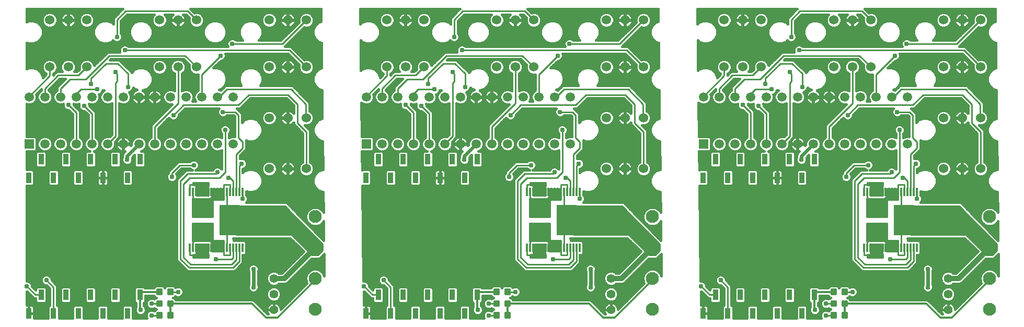
<source format=gtl>
G75*
%MOIN*%
%OFA0B0*%
%FSLAX24Y24*%
%IPPOS*%
%LPD*%
%AMOC8*
5,1,8,0,0,1.08239X$1,22.5*
%
%ADD10C,0.0550*%
%ADD11C,0.0827*%
%ADD12R,0.0127X0.0571*%
%ADD13R,0.1280X0.0787*%
%ADD14R,0.1280X0.1969*%
%ADD15R,0.0594X0.0594*%
%ADD16C,0.0594*%
%ADD17C,0.0600*%
%ADD18C,0.0118*%
%ADD19R,0.0335X0.0669*%
%ADD20C,0.0100*%
%ADD21C,0.0310*%
%ADD22C,0.0120*%
%ADD23C,0.0240*%
%ADD24C,0.0160*%
%ADD25C,0.0396*%
%ADD26C,0.0320*%
D10*
X021426Y005603D03*
X021426Y006603D03*
X021426Y007603D03*
X042926Y007603D03*
X042926Y006603D03*
X042926Y005603D03*
X064426Y005603D03*
X064426Y006603D03*
X064426Y007603D03*
D11*
X067067Y007606D03*
X067067Y009587D03*
X067067Y011556D03*
X067067Y005637D03*
X045567Y005637D03*
X045567Y007606D03*
X045567Y009587D03*
X045567Y011556D03*
X024067Y011556D03*
X024067Y009587D03*
X024067Y007606D03*
X024067Y005637D03*
D12*
X019416Y009558D03*
X019219Y009558D03*
X019022Y009558D03*
X018825Y009558D03*
X018628Y009558D03*
X018432Y009558D03*
X018235Y009558D03*
X018038Y009558D03*
X017841Y009558D03*
X017644Y009558D03*
X017447Y009558D03*
X017251Y009558D03*
X017054Y009558D03*
X016857Y009558D03*
X016660Y009558D03*
X016463Y009558D03*
X016266Y009558D03*
X016069Y009558D03*
X016069Y013141D03*
X016266Y013141D03*
X016463Y013141D03*
X016660Y013141D03*
X016857Y013141D03*
X017054Y013141D03*
X017251Y013141D03*
X017447Y013141D03*
X017644Y013141D03*
X017841Y013141D03*
X018038Y013141D03*
X018235Y013141D03*
X018432Y013141D03*
X018628Y013141D03*
X018825Y013141D03*
X019022Y013141D03*
X019219Y013141D03*
X019416Y013141D03*
X037569Y013141D03*
X037766Y013141D03*
X037963Y013141D03*
X038160Y013141D03*
X038357Y013141D03*
X038554Y013141D03*
X038751Y013141D03*
X038947Y013141D03*
X039144Y013141D03*
X039341Y013141D03*
X039538Y013141D03*
X039735Y013141D03*
X039932Y013141D03*
X040128Y013141D03*
X040325Y013141D03*
X040522Y013141D03*
X040719Y013141D03*
X040916Y013141D03*
X040916Y009558D03*
X040719Y009558D03*
X040522Y009558D03*
X040325Y009558D03*
X040128Y009558D03*
X039932Y009558D03*
X039735Y009558D03*
X039538Y009558D03*
X039341Y009558D03*
X039144Y009558D03*
X038947Y009558D03*
X038751Y009558D03*
X038554Y009558D03*
X038357Y009558D03*
X038160Y009558D03*
X037963Y009558D03*
X037766Y009558D03*
X037569Y009558D03*
X059069Y009558D03*
X059266Y009558D03*
X059463Y009558D03*
X059660Y009558D03*
X059857Y009558D03*
X060054Y009558D03*
X060251Y009558D03*
X060447Y009558D03*
X060644Y009558D03*
X060841Y009558D03*
X061038Y009558D03*
X061235Y009558D03*
X061432Y009558D03*
X061628Y009558D03*
X061825Y009558D03*
X062022Y009558D03*
X062219Y009558D03*
X062416Y009558D03*
X062416Y013141D03*
X062219Y013141D03*
X062022Y013141D03*
X061825Y013141D03*
X061628Y013141D03*
X061432Y013141D03*
X061235Y013141D03*
X061038Y013141D03*
X060841Y013141D03*
X060644Y013141D03*
X060447Y013141D03*
X060251Y013141D03*
X060054Y013141D03*
X059857Y013141D03*
X059660Y013141D03*
X059463Y013141D03*
X059266Y013141D03*
X059069Y013141D03*
D13*
X059896Y011933D03*
X059896Y010763D03*
X038396Y010763D03*
X038396Y011933D03*
X016896Y011933D03*
X016896Y010763D03*
D14*
X018586Y011343D03*
X040086Y011343D03*
X061586Y011343D03*
D15*
X048826Y016203D03*
X027326Y016203D03*
X005826Y016203D03*
D16*
X006826Y016203D03*
X007826Y016203D03*
X008826Y016203D03*
X009826Y016203D03*
X010826Y016203D03*
X011826Y016203D03*
X012826Y016203D03*
X013826Y016203D03*
X014826Y016203D03*
X015826Y016203D03*
X016826Y016203D03*
X017826Y016203D03*
X018826Y016203D03*
X018826Y019203D03*
X017826Y019203D03*
X016826Y019203D03*
X015826Y019203D03*
X014826Y019203D03*
X013826Y019203D03*
X012826Y019203D03*
X011826Y019203D03*
X010826Y019203D03*
X009826Y019203D03*
X008826Y019203D03*
X007826Y019203D03*
X006826Y019203D03*
X005826Y019203D03*
X027326Y019203D03*
X028326Y019203D03*
X029326Y019203D03*
X030326Y019203D03*
X031326Y019203D03*
X032326Y019203D03*
X033326Y019203D03*
X034326Y019203D03*
X035326Y019203D03*
X036326Y019203D03*
X037326Y019203D03*
X038326Y019203D03*
X039326Y019203D03*
X040326Y019203D03*
X040326Y016203D03*
X039326Y016203D03*
X038326Y016203D03*
X037326Y016203D03*
X036326Y016203D03*
X035326Y016203D03*
X034326Y016203D03*
X033326Y016203D03*
X032326Y016203D03*
X031326Y016203D03*
X030326Y016203D03*
X029326Y016203D03*
X028326Y016203D03*
X048826Y019203D03*
X049826Y019203D03*
X050826Y019203D03*
X051826Y019203D03*
X052826Y019203D03*
X053826Y019203D03*
X054826Y019203D03*
X055826Y019203D03*
X056826Y019203D03*
X057826Y019203D03*
X058826Y019203D03*
X059826Y019203D03*
X060826Y019203D03*
X061826Y019203D03*
X061826Y016203D03*
X060826Y016203D03*
X059826Y016203D03*
X058826Y016203D03*
X057826Y016203D03*
X056826Y016203D03*
X055826Y016203D03*
X054826Y016203D03*
X053826Y016203D03*
X052826Y016203D03*
X051826Y016203D03*
X050826Y016203D03*
X049826Y016203D03*
D17*
X044996Y014623D03*
X043816Y014623D03*
X042636Y014623D03*
X042636Y017873D03*
X043816Y017873D03*
X044996Y017873D03*
X044996Y021123D03*
X043816Y021123D03*
X042636Y021123D03*
X037996Y021123D03*
X036816Y021123D03*
X035636Y021123D03*
X030996Y021123D03*
X029816Y021123D03*
X028636Y021123D03*
X023496Y021123D03*
X022316Y021123D03*
X021136Y021123D03*
X016496Y021123D03*
X015316Y021123D03*
X014136Y021123D03*
X009496Y021123D03*
X008316Y021123D03*
X007136Y021123D03*
X007136Y024123D03*
X008316Y024123D03*
X009496Y024123D03*
X014136Y024123D03*
X015316Y024123D03*
X016496Y024123D03*
X021136Y024123D03*
X022316Y024123D03*
X023496Y024123D03*
X028636Y024123D03*
X029816Y024123D03*
X030996Y024123D03*
X035636Y024123D03*
X036816Y024123D03*
X037996Y024123D03*
X042636Y024123D03*
X043816Y024123D03*
X044996Y024123D03*
X050136Y024123D03*
X051316Y024123D03*
X052496Y024123D03*
X057136Y024123D03*
X058316Y024123D03*
X059496Y024123D03*
X064136Y024123D03*
X065316Y024123D03*
X066496Y024123D03*
X066496Y021123D03*
X065316Y021123D03*
X064136Y021123D03*
X059496Y021123D03*
X058316Y021123D03*
X057136Y021123D03*
X052496Y021123D03*
X051316Y021123D03*
X050136Y021123D03*
X064136Y017873D03*
X065316Y017873D03*
X066496Y017873D03*
X066496Y014623D03*
X065316Y014623D03*
X064136Y014623D03*
X023496Y014623D03*
X022316Y014623D03*
X021136Y014623D03*
X021136Y017873D03*
X022316Y017873D03*
X023496Y017873D03*
D18*
X014959Y006891D02*
X014959Y006615D01*
X014683Y006615D01*
X014683Y006891D01*
X014959Y006891D01*
X014959Y006732D02*
X014683Y006732D01*
X014683Y006849D02*
X014959Y006849D01*
X014268Y006891D02*
X014268Y006615D01*
X013992Y006615D01*
X013992Y006891D01*
X014268Y006891D01*
X014268Y006732D02*
X013992Y006732D01*
X013992Y006849D02*
X014268Y006849D01*
X014268Y006141D02*
X014268Y005865D01*
X013992Y005865D01*
X013992Y006141D01*
X014268Y006141D01*
X014268Y005982D02*
X013992Y005982D01*
X013992Y006099D02*
X014268Y006099D01*
X014959Y006141D02*
X014959Y005865D01*
X014683Y005865D01*
X014683Y006141D01*
X014959Y006141D01*
X014959Y005982D02*
X014683Y005982D01*
X014683Y006099D02*
X014959Y006099D01*
X014683Y005391D02*
X014683Y005115D01*
X014683Y005391D02*
X014959Y005391D01*
X014959Y005115D01*
X014683Y005115D01*
X014683Y005232D02*
X014959Y005232D01*
X014959Y005349D02*
X014683Y005349D01*
X013992Y005391D02*
X013992Y005115D01*
X013992Y005391D02*
X014268Y005391D01*
X014268Y005115D01*
X013992Y005115D01*
X013992Y005232D02*
X014268Y005232D01*
X014268Y005349D02*
X013992Y005349D01*
X035492Y005391D02*
X035492Y005115D01*
X035492Y005391D02*
X035768Y005391D01*
X035768Y005115D01*
X035492Y005115D01*
X035492Y005232D02*
X035768Y005232D01*
X035768Y005349D02*
X035492Y005349D01*
X036183Y005391D02*
X036183Y005115D01*
X036183Y005391D02*
X036459Y005391D01*
X036459Y005115D01*
X036183Y005115D01*
X036183Y005232D02*
X036459Y005232D01*
X036459Y005349D02*
X036183Y005349D01*
X036459Y005865D02*
X036459Y006141D01*
X036459Y005865D02*
X036183Y005865D01*
X036183Y006141D01*
X036459Y006141D01*
X036459Y005982D02*
X036183Y005982D01*
X036183Y006099D02*
X036459Y006099D01*
X035768Y006141D02*
X035768Y005865D01*
X035492Y005865D01*
X035492Y006141D01*
X035768Y006141D01*
X035768Y005982D02*
X035492Y005982D01*
X035492Y006099D02*
X035768Y006099D01*
X035768Y006615D02*
X035768Y006891D01*
X035768Y006615D02*
X035492Y006615D01*
X035492Y006891D01*
X035768Y006891D01*
X035768Y006732D02*
X035492Y006732D01*
X035492Y006849D02*
X035768Y006849D01*
X036459Y006891D02*
X036459Y006615D01*
X036183Y006615D01*
X036183Y006891D01*
X036459Y006891D01*
X036459Y006732D02*
X036183Y006732D01*
X036183Y006849D02*
X036459Y006849D01*
X057268Y006891D02*
X057268Y006615D01*
X056992Y006615D01*
X056992Y006891D01*
X057268Y006891D01*
X057268Y006732D02*
X056992Y006732D01*
X056992Y006849D02*
X057268Y006849D01*
X057959Y006891D02*
X057959Y006615D01*
X057683Y006615D01*
X057683Y006891D01*
X057959Y006891D01*
X057959Y006732D02*
X057683Y006732D01*
X057683Y006849D02*
X057959Y006849D01*
X057959Y006141D02*
X057959Y005865D01*
X057683Y005865D01*
X057683Y006141D01*
X057959Y006141D01*
X057959Y005982D02*
X057683Y005982D01*
X057683Y006099D02*
X057959Y006099D01*
X057268Y006141D02*
X057268Y005865D01*
X056992Y005865D01*
X056992Y006141D01*
X057268Y006141D01*
X057268Y005982D02*
X056992Y005982D01*
X056992Y006099D02*
X057268Y006099D01*
X056992Y005391D02*
X056992Y005115D01*
X056992Y005391D02*
X057268Y005391D01*
X057268Y005115D01*
X056992Y005115D01*
X056992Y005232D02*
X057268Y005232D01*
X057268Y005349D02*
X056992Y005349D01*
X057683Y005391D02*
X057683Y005115D01*
X057683Y005391D02*
X057959Y005391D01*
X057959Y005115D01*
X057683Y005115D01*
X057683Y005232D02*
X057959Y005232D01*
X057959Y005349D02*
X057683Y005349D01*
D19*
X055101Y005382D03*
X053526Y005382D03*
X051951Y005382D03*
X050377Y005382D03*
X048802Y005382D03*
X049589Y006563D03*
X051164Y006563D03*
X052739Y006563D03*
X054314Y006563D03*
X055888Y006563D03*
X055101Y014043D03*
X053526Y014043D03*
X051951Y014043D03*
X050377Y014043D03*
X048802Y014043D03*
X049589Y015224D03*
X051164Y015224D03*
X052739Y015224D03*
X054314Y015224D03*
X055888Y015224D03*
X034388Y015224D03*
X032814Y015224D03*
X031239Y015224D03*
X029664Y015224D03*
X028089Y015224D03*
X027302Y014043D03*
X028877Y014043D03*
X030451Y014043D03*
X032026Y014043D03*
X033601Y014043D03*
X034388Y006563D03*
X032814Y006563D03*
X031239Y006563D03*
X029664Y006563D03*
X028089Y006563D03*
X027302Y005382D03*
X028877Y005382D03*
X030451Y005382D03*
X032026Y005382D03*
X033601Y005382D03*
X012888Y006563D03*
X011314Y006563D03*
X009739Y006563D03*
X008164Y006563D03*
X006589Y006563D03*
X005802Y005382D03*
X007377Y005382D03*
X008951Y005382D03*
X010526Y005382D03*
X012101Y005382D03*
X012101Y014043D03*
X010526Y014043D03*
X008951Y014043D03*
X007377Y014043D03*
X005802Y014043D03*
X006589Y015224D03*
X008164Y015224D03*
X009739Y015224D03*
X011314Y015224D03*
X012888Y015224D03*
D20*
X014926Y014353D02*
X015426Y014853D01*
X016326Y014853D01*
X015926Y014303D02*
X017726Y014303D01*
X017826Y014403D01*
X017976Y014053D02*
X018326Y014403D01*
X018326Y017103D01*
X019176Y016603D02*
X019426Y016353D01*
X019426Y015953D01*
X019026Y015553D01*
X019026Y013144D01*
X019022Y013141D01*
X018826Y013141D02*
X018825Y013141D01*
X018826Y013141D02*
X018826Y013853D01*
X018626Y014053D01*
X018526Y014053D01*
X017976Y014053D02*
X016076Y014053D01*
X015676Y013653D01*
X015676Y008953D01*
X016126Y008503D01*
X018726Y008503D01*
X019026Y008803D01*
X019026Y009554D01*
X019022Y009558D01*
X018826Y009557D02*
X018825Y009558D01*
X018826Y009557D02*
X018826Y008953D01*
X018726Y008853D01*
X017726Y008853D01*
X017276Y008953D02*
X017276Y009169D01*
X017234Y009210D01*
X017234Y009803D01*
X016480Y009803D01*
X016480Y009210D01*
X016476Y009206D01*
X016476Y009153D01*
X016422Y009153D01*
X016392Y009122D01*
X016276Y009122D01*
X016276Y008953D01*
X017276Y008953D01*
X017276Y009036D02*
X016276Y009036D01*
X016403Y009134D02*
X017276Y009134D01*
X017234Y009233D02*
X016480Y009233D01*
X016480Y009331D02*
X017234Y009331D01*
X017234Y009430D02*
X016480Y009430D01*
X016480Y009528D02*
X017234Y009528D01*
X017234Y009627D02*
X016480Y009627D01*
X016463Y009558D02*
X016476Y009545D01*
X016476Y009103D01*
X016076Y009103D01*
X016069Y009109D01*
X016069Y009558D01*
X016266Y009558D02*
X016266Y010253D01*
X016426Y010253D01*
X016426Y010553D01*
X016226Y010513D02*
X017526Y010513D01*
X017526Y010415D02*
X016226Y010415D01*
X016226Y010316D02*
X017526Y010316D01*
X017526Y010218D02*
X016226Y010218D01*
X016226Y010119D02*
X017526Y010119D01*
X017526Y010053D02*
X018232Y010053D01*
X018232Y009919D01*
X018218Y009905D01*
X018218Y009353D01*
X017476Y009353D01*
X017476Y009886D01*
X017464Y009898D01*
X017464Y009905D01*
X017376Y009993D01*
X017368Y009993D01*
X017359Y010003D01*
X016393Y010003D01*
X016383Y009993D01*
X016338Y009993D01*
X016266Y009922D01*
X016266Y009922D01*
X016226Y009963D01*
X016226Y011153D01*
X017526Y011153D01*
X017526Y010053D01*
X017447Y009922D02*
X018232Y009922D01*
X018232Y010021D02*
X016226Y010021D01*
X016480Y009725D02*
X017234Y009725D01*
X017476Y009725D02*
X018218Y009725D01*
X018218Y009627D02*
X017476Y009627D01*
X017476Y009528D02*
X018218Y009528D01*
X018226Y009549D02*
X018235Y009558D01*
X018226Y009549D02*
X018226Y009103D01*
X018626Y009103D01*
X018628Y009106D01*
X018628Y009558D01*
X018432Y009558D02*
X018432Y010597D01*
X018432Y011189D01*
X018586Y011343D01*
X018426Y011301D02*
X023058Y011301D01*
X022962Y011400D02*
X018426Y011400D01*
X018426Y011498D02*
X022865Y011498D01*
X022769Y011597D02*
X018426Y011597D01*
X018426Y011695D02*
X022672Y011695D01*
X022576Y011794D02*
X018426Y011794D01*
X018426Y011892D02*
X022479Y011892D01*
X022383Y011991D02*
X018426Y011991D01*
X018426Y012089D02*
X022286Y012089D01*
X022190Y012188D02*
X018426Y012188D01*
X018426Y012253D02*
X022126Y012253D01*
X024526Y009803D01*
X024526Y009403D01*
X024226Y009103D01*
X023876Y009103D01*
X022576Y010403D01*
X019076Y010403D01*
X018426Y011053D01*
X018426Y012253D01*
X018432Y012109D02*
X018426Y012103D01*
X018432Y012109D02*
X018432Y013141D01*
X018628Y013141D02*
X018628Y013550D01*
X018626Y013603D01*
X018226Y013603D01*
X018226Y013150D01*
X018235Y013141D01*
X018218Y013173D02*
X017464Y013173D01*
X017464Y013271D02*
X018218Y013271D01*
X018218Y013353D02*
X018218Y012793D01*
X018232Y012780D01*
X018232Y012653D01*
X017526Y012653D01*
X017526Y011553D01*
X016226Y011553D01*
X016226Y012736D01*
X016266Y012776D01*
X016338Y012705D01*
X017376Y012705D01*
X017464Y012793D01*
X017464Y013353D01*
X018218Y013353D01*
X018218Y013074D02*
X017464Y013074D01*
X017464Y012976D02*
X018218Y012976D01*
X018218Y012877D02*
X017464Y012877D01*
X017450Y012779D02*
X018232Y012779D01*
X018232Y012680D02*
X016226Y012680D01*
X016226Y012582D02*
X017526Y012582D01*
X017526Y012483D02*
X016226Y012483D01*
X016266Y012398D02*
X016426Y012398D01*
X016426Y012153D01*
X016226Y012188D02*
X017526Y012188D01*
X017526Y012286D02*
X016226Y012286D01*
X016226Y012385D02*
X017526Y012385D01*
X017526Y012089D02*
X016226Y012089D01*
X016226Y011991D02*
X017526Y011991D01*
X017526Y011892D02*
X016226Y011892D01*
X016226Y011794D02*
X017526Y011794D01*
X017526Y011695D02*
X016226Y011695D01*
X016226Y011597D02*
X017526Y011597D01*
X018426Y011203D02*
X023155Y011203D01*
X023251Y011104D02*
X018426Y011104D01*
X018473Y011006D02*
X023348Y011006D01*
X023444Y010907D02*
X018572Y010907D01*
X018670Y010809D02*
X023541Y010809D01*
X023637Y010710D02*
X018769Y010710D01*
X018867Y010612D02*
X023734Y010612D01*
X023830Y010513D02*
X018966Y010513D01*
X019064Y010415D02*
X023927Y010415D01*
X024023Y010316D02*
X022663Y010316D01*
X022761Y010218D02*
X024120Y010218D01*
X024216Y010119D02*
X022860Y010119D01*
X022958Y010021D02*
X024313Y010021D01*
X024409Y009922D02*
X023057Y009922D01*
X023155Y009824D02*
X024506Y009824D01*
X024526Y009725D02*
X023254Y009725D01*
X023352Y009627D02*
X024526Y009627D01*
X024526Y009528D02*
X023451Y009528D01*
X023549Y009430D02*
X024526Y009430D01*
X024454Y009331D02*
X023648Y009331D01*
X023746Y009233D02*
X024355Y009233D01*
X024257Y009134D02*
X023845Y009134D01*
X019219Y009558D02*
X019219Y008696D01*
X018826Y008303D01*
X016026Y008303D01*
X015476Y008853D01*
X015476Y013853D01*
X015926Y014303D01*
X016276Y013753D02*
X017276Y013753D01*
X017276Y013530D01*
X017234Y013488D01*
X017234Y012903D01*
X016480Y012903D01*
X016480Y013488D01*
X016476Y013492D01*
X016476Y013553D01*
X016415Y013553D01*
X016392Y013576D01*
X016276Y013576D01*
X016276Y013753D01*
X016276Y013665D02*
X017276Y013665D01*
X017276Y013567D02*
X016401Y013567D01*
X016476Y013603D02*
X016476Y013153D01*
X016463Y013141D01*
X016476Y013173D02*
X017276Y013173D01*
X017234Y013173D02*
X016480Y013173D01*
X016480Y013271D02*
X017234Y013271D01*
X017276Y013271D02*
X016476Y013271D01*
X016476Y013353D02*
X017276Y013353D01*
X017276Y012903D01*
X016476Y012903D01*
X016476Y013353D01*
X016480Y013370D02*
X017234Y013370D01*
X017234Y013468D02*
X016480Y013468D01*
X016476Y013603D02*
X016076Y013603D01*
X016069Y013597D01*
X016069Y013141D01*
X016266Y013141D02*
X016266Y012398D01*
X016476Y012976D02*
X017276Y012976D01*
X017234Y012976D02*
X016480Y012976D01*
X016480Y013074D02*
X017234Y013074D01*
X017276Y013074D02*
X016476Y013074D01*
X016266Y013141D02*
X016266Y013141D01*
X014926Y014103D02*
X014926Y014353D01*
X013826Y016203D02*
X013826Y017303D01*
X015326Y018803D01*
X015326Y021113D01*
X015316Y021123D01*
X015766Y021853D02*
X016496Y021123D01*
X016826Y020653D02*
X018026Y021853D01*
X018776Y022603D02*
X021976Y022603D01*
X023496Y024123D01*
X022416Y022203D02*
X023496Y021123D01*
X022416Y022203D02*
X011926Y022203D01*
X010926Y021853D02*
X015766Y021853D01*
X016826Y020653D02*
X016826Y019203D01*
X017826Y019203D02*
X017926Y019203D01*
X018426Y019703D01*
X022526Y019703D01*
X023476Y018753D01*
X023476Y017893D01*
X023496Y017873D01*
X022926Y017553D02*
X022926Y018753D01*
X022326Y019353D01*
X019826Y019353D01*
X019176Y018703D01*
X015676Y018703D01*
X015026Y018053D01*
X018176Y018253D02*
X018976Y018253D01*
X019176Y018053D01*
X019176Y016603D01*
X022926Y017553D02*
X023496Y016983D01*
X023496Y014623D01*
X019376Y014953D02*
X019219Y014796D01*
X019219Y013141D01*
X019416Y013141D02*
X019426Y013131D01*
X019426Y012703D01*
X017526Y011104D02*
X016226Y011104D01*
X016226Y011006D02*
X017526Y011006D01*
X017526Y010907D02*
X016226Y010907D01*
X016226Y010809D02*
X017526Y010809D01*
X017526Y010710D02*
X016226Y010710D01*
X016226Y010612D02*
X017526Y010612D01*
X018426Y010603D02*
X018432Y010597D01*
X018218Y009824D02*
X017476Y009824D01*
X017476Y009430D02*
X018218Y009430D01*
X016266Y009558D02*
X016266Y009558D01*
X015326Y006753D02*
X014821Y006753D01*
X014130Y006003D02*
X013626Y006003D01*
X013626Y005253D02*
X014130Y005253D01*
X007377Y005382D02*
X007377Y007052D01*
X006926Y007503D01*
X006216Y006563D02*
X005676Y007103D01*
X006216Y006563D02*
X006589Y006563D01*
X006576Y005403D02*
X006576Y005382D01*
X005802Y005382D01*
X027176Y007103D02*
X027716Y006563D01*
X028089Y006563D01*
X028877Y007052D02*
X028426Y007503D01*
X028877Y007052D02*
X028877Y005382D01*
X028076Y005382D02*
X028076Y005403D01*
X028076Y005382D02*
X027302Y005382D01*
X035126Y005253D02*
X035630Y005253D01*
X035630Y006003D02*
X035126Y006003D01*
X036321Y006753D02*
X036826Y006753D01*
X037526Y008303D02*
X036976Y008853D01*
X036976Y013853D01*
X037426Y014303D01*
X039226Y014303D01*
X039326Y014403D01*
X039476Y014053D02*
X037576Y014053D01*
X037176Y013653D01*
X037176Y008953D01*
X037626Y008503D01*
X040226Y008503D01*
X040526Y008803D01*
X040526Y009554D01*
X040522Y009558D01*
X040326Y009557D02*
X040325Y009558D01*
X040326Y009557D02*
X040326Y008953D01*
X040226Y008853D01*
X039226Y008853D01*
X038776Y008953D02*
X038776Y009169D01*
X038734Y009210D01*
X038734Y009803D01*
X037980Y009803D01*
X037980Y009210D01*
X037976Y009206D01*
X037976Y009153D01*
X037922Y009153D01*
X037892Y009122D01*
X037776Y009122D01*
X037776Y008953D01*
X038776Y008953D01*
X038776Y009036D02*
X037776Y009036D01*
X037903Y009134D02*
X038776Y009134D01*
X038734Y009233D02*
X037980Y009233D01*
X037980Y009331D02*
X038734Y009331D01*
X038734Y009430D02*
X037980Y009430D01*
X037980Y009528D02*
X038734Y009528D01*
X038734Y009627D02*
X037980Y009627D01*
X037963Y009558D02*
X037976Y009545D01*
X037976Y009103D01*
X037576Y009103D01*
X037569Y009109D01*
X037569Y009558D01*
X037766Y009558D02*
X037766Y010253D01*
X037926Y010253D01*
X037926Y010553D01*
X037726Y010513D02*
X039026Y010513D01*
X039026Y010415D02*
X037726Y010415D01*
X037726Y010316D02*
X039026Y010316D01*
X039026Y010218D02*
X037726Y010218D01*
X037726Y010119D02*
X039026Y010119D01*
X039026Y010053D02*
X039732Y010053D01*
X039732Y009919D01*
X039718Y009905D01*
X039718Y009353D01*
X038976Y009353D01*
X038976Y009886D01*
X038964Y009898D01*
X038964Y009905D01*
X038876Y009993D01*
X038868Y009993D01*
X038859Y010003D01*
X037893Y010003D01*
X037883Y009993D01*
X037838Y009993D01*
X037766Y009922D01*
X037766Y009922D01*
X037726Y009963D01*
X037726Y011153D01*
X039026Y011153D01*
X039026Y010053D01*
X038947Y009922D02*
X039732Y009922D01*
X039732Y010021D02*
X037726Y010021D01*
X037980Y009725D02*
X038734Y009725D01*
X038976Y009725D02*
X039718Y009725D01*
X039718Y009627D02*
X038976Y009627D01*
X038976Y009528D02*
X039718Y009528D01*
X039726Y009549D02*
X039735Y009558D01*
X039726Y009549D02*
X039726Y009103D01*
X040126Y009103D01*
X040128Y009106D01*
X040128Y009558D01*
X039932Y009558D02*
X039932Y010597D01*
X039932Y011189D01*
X040086Y011343D01*
X039926Y011301D02*
X044558Y011301D01*
X044462Y011400D02*
X039926Y011400D01*
X039926Y011498D02*
X044365Y011498D01*
X044269Y011597D02*
X039926Y011597D01*
X039926Y011695D02*
X044172Y011695D01*
X044076Y011794D02*
X039926Y011794D01*
X039926Y011892D02*
X043979Y011892D01*
X043883Y011991D02*
X039926Y011991D01*
X039926Y012089D02*
X043786Y012089D01*
X043690Y012188D02*
X039926Y012188D01*
X039926Y012253D02*
X043626Y012253D01*
X046026Y009803D01*
X046026Y009403D01*
X045726Y009103D01*
X045376Y009103D01*
X044076Y010403D01*
X040576Y010403D01*
X039926Y011053D01*
X039926Y012253D01*
X039932Y012109D02*
X039926Y012103D01*
X039932Y012109D02*
X039932Y013141D01*
X040128Y013141D02*
X040128Y013550D01*
X040126Y013603D01*
X039726Y013603D01*
X039726Y013150D01*
X039735Y013141D01*
X039718Y013173D02*
X038964Y013173D01*
X038964Y013271D02*
X039718Y013271D01*
X039718Y013353D02*
X039718Y012793D01*
X039732Y012780D01*
X039732Y012653D01*
X039026Y012653D01*
X039026Y011553D01*
X037726Y011553D01*
X037726Y012736D01*
X037766Y012776D01*
X037838Y012705D01*
X038876Y012705D01*
X038964Y012793D01*
X038964Y013353D01*
X039718Y013353D01*
X039718Y013074D02*
X038964Y013074D01*
X038964Y012976D02*
X039718Y012976D01*
X039718Y012877D02*
X038964Y012877D01*
X038950Y012779D02*
X039732Y012779D01*
X039732Y012680D02*
X037726Y012680D01*
X037726Y012582D02*
X039026Y012582D01*
X039026Y012483D02*
X037726Y012483D01*
X037766Y012398D02*
X037926Y012398D01*
X037926Y012153D01*
X037726Y012188D02*
X039026Y012188D01*
X039026Y012286D02*
X037726Y012286D01*
X037726Y012385D02*
X039026Y012385D01*
X039026Y012089D02*
X037726Y012089D01*
X037726Y011991D02*
X039026Y011991D01*
X039026Y011892D02*
X037726Y011892D01*
X037726Y011794D02*
X039026Y011794D01*
X039026Y011695D02*
X037726Y011695D01*
X037726Y011597D02*
X039026Y011597D01*
X039026Y011104D02*
X037726Y011104D01*
X037726Y011006D02*
X039026Y011006D01*
X039026Y010907D02*
X037726Y010907D01*
X037726Y010809D02*
X039026Y010809D01*
X039026Y010710D02*
X037726Y010710D01*
X037726Y010612D02*
X039026Y010612D01*
X039926Y010603D02*
X039932Y010597D01*
X040170Y010809D02*
X045041Y010809D01*
X044944Y010907D02*
X040072Y010907D01*
X039973Y011006D02*
X044848Y011006D01*
X044751Y011104D02*
X039926Y011104D01*
X039926Y011203D02*
X044655Y011203D01*
X045137Y010710D02*
X040269Y010710D01*
X040367Y010612D02*
X045234Y010612D01*
X045330Y010513D02*
X040466Y010513D01*
X040564Y010415D02*
X045427Y010415D01*
X045523Y010316D02*
X044163Y010316D01*
X044261Y010218D02*
X045620Y010218D01*
X045716Y010119D02*
X044360Y010119D01*
X044458Y010021D02*
X045813Y010021D01*
X045909Y009922D02*
X044557Y009922D01*
X044655Y009824D02*
X046006Y009824D01*
X046026Y009725D02*
X044754Y009725D01*
X044852Y009627D02*
X046026Y009627D01*
X046026Y009528D02*
X044951Y009528D01*
X045049Y009430D02*
X046026Y009430D01*
X045954Y009331D02*
X045148Y009331D01*
X045246Y009233D02*
X045855Y009233D01*
X045757Y009134D02*
X045345Y009134D01*
X040719Y009558D02*
X040719Y008696D01*
X040326Y008303D01*
X037526Y008303D01*
X037766Y009558D02*
X037766Y009558D01*
X038976Y009430D02*
X039718Y009430D01*
X039718Y009824D02*
X038976Y009824D01*
X037766Y012398D02*
X037766Y013141D01*
X037766Y013141D01*
X037569Y013141D02*
X037569Y013597D01*
X037576Y013603D01*
X037976Y013603D01*
X037976Y013153D01*
X037963Y013141D01*
X037976Y013173D02*
X038776Y013173D01*
X038734Y013173D02*
X037980Y013173D01*
X037980Y013271D02*
X038734Y013271D01*
X038776Y013271D02*
X037976Y013271D01*
X037976Y013353D02*
X038776Y013353D01*
X038776Y012903D01*
X037976Y012903D01*
X037976Y013353D01*
X037980Y013370D02*
X038734Y013370D01*
X038734Y013468D02*
X037980Y013468D01*
X037980Y013488D02*
X037976Y013492D01*
X037976Y013553D01*
X037915Y013553D01*
X037892Y013576D01*
X037776Y013576D01*
X037776Y013753D01*
X038776Y013753D01*
X038776Y013530D01*
X038734Y013488D01*
X038734Y012903D01*
X037980Y012903D01*
X037980Y013488D01*
X037901Y013567D02*
X038776Y013567D01*
X038776Y013665D02*
X037776Y013665D01*
X037976Y013074D02*
X038776Y013074D01*
X038734Y013074D02*
X037980Y013074D01*
X037980Y012976D02*
X038734Y012976D01*
X038776Y012976D02*
X037976Y012976D01*
X040325Y013141D02*
X040326Y013141D01*
X040326Y013853D01*
X040126Y014053D01*
X040026Y014053D01*
X039826Y014403D02*
X039476Y014053D01*
X039826Y014403D02*
X039826Y017103D01*
X040676Y016603D02*
X040926Y016353D01*
X040926Y015953D01*
X040526Y015553D01*
X040526Y013144D01*
X040522Y013141D01*
X040719Y013141D02*
X040719Y014796D01*
X040876Y014953D01*
X037826Y014853D02*
X036926Y014853D01*
X036426Y014353D01*
X036426Y014103D01*
X040916Y013141D02*
X040926Y013131D01*
X040926Y012703D01*
X044996Y014623D02*
X044996Y016983D01*
X044426Y017553D01*
X044426Y018753D01*
X043826Y019353D01*
X041326Y019353D01*
X040676Y018703D01*
X037176Y018703D01*
X036526Y018053D01*
X036826Y018803D02*
X035326Y017303D01*
X035326Y016203D01*
X032826Y016703D02*
X032826Y020103D01*
X032926Y020203D01*
X032926Y020653D01*
X032826Y020803D01*
X032976Y021353D02*
X033626Y020703D01*
X033626Y019853D01*
X031676Y019703D02*
X030626Y019703D01*
X030326Y019403D01*
X030326Y019203D01*
X029326Y019203D02*
X029326Y019753D01*
X029926Y020353D01*
X030926Y020353D01*
X032426Y021853D01*
X037266Y021853D01*
X037996Y021123D01*
X038326Y020653D02*
X039526Y021853D01*
X040276Y022603D02*
X043476Y022603D01*
X044996Y024123D01*
X043916Y022203D02*
X044996Y021123D01*
X043916Y022203D02*
X033426Y022203D01*
X032976Y021353D02*
X032226Y021353D01*
X031276Y020403D01*
X031276Y020053D01*
X030476Y020603D02*
X029176Y020603D01*
X028326Y019753D01*
X028326Y019203D01*
X027326Y019203D02*
X027326Y019253D01*
X028636Y020563D01*
X028636Y021123D01*
X030476Y020603D02*
X030996Y021123D01*
X032926Y023053D02*
X032926Y024153D01*
X033476Y024703D01*
X037416Y024703D01*
X037996Y024123D01*
X036816Y021123D02*
X036826Y021113D01*
X036826Y018803D01*
X038326Y019203D02*
X038326Y020653D01*
X039426Y019203D02*
X039926Y019703D01*
X044026Y019703D01*
X044976Y018753D01*
X044976Y017893D01*
X044996Y017873D01*
X048826Y019203D02*
X048826Y019253D01*
X050136Y020563D01*
X050136Y021123D01*
X050676Y020603D02*
X051976Y020603D01*
X052496Y021123D01*
X052776Y020403D02*
X053726Y021353D01*
X054476Y021353D01*
X055126Y020703D01*
X055126Y019853D01*
X054426Y020203D02*
X054426Y020653D01*
X054326Y020803D01*
X052776Y020403D02*
X052776Y020053D01*
X052426Y020353D02*
X053926Y021853D01*
X058766Y021853D01*
X059496Y021123D01*
X058326Y021113D02*
X058316Y021123D01*
X058326Y021113D02*
X058326Y018803D01*
X056826Y017303D01*
X056826Y016203D01*
X054326Y016703D02*
X054326Y020103D01*
X054426Y020203D01*
X053176Y019703D02*
X052126Y019703D01*
X051826Y019403D01*
X051826Y019203D01*
X050826Y019203D02*
X050826Y019753D01*
X051426Y020353D01*
X052426Y020353D01*
X050676Y020603D02*
X049826Y019753D01*
X049826Y019203D01*
X051326Y018703D02*
X051826Y018203D01*
X051826Y016203D01*
X052826Y016203D02*
X052826Y018153D01*
X052326Y018653D01*
X054326Y016703D02*
X053826Y016203D01*
X057926Y014353D02*
X058426Y014853D01*
X059326Y014853D01*
X058926Y014303D02*
X060726Y014303D01*
X060826Y014403D01*
X060976Y014053D02*
X059076Y014053D01*
X058676Y013653D01*
X058676Y008953D01*
X059126Y008503D01*
X061726Y008503D01*
X062026Y008803D01*
X062026Y009554D01*
X062022Y009558D01*
X061826Y009557D02*
X061825Y009558D01*
X061826Y009557D02*
X061826Y008953D01*
X061726Y008853D01*
X060726Y008853D01*
X060276Y008953D02*
X060276Y009169D01*
X060234Y009210D01*
X060234Y009803D01*
X059480Y009803D01*
X059480Y009210D01*
X059476Y009206D01*
X059476Y009153D01*
X059422Y009153D01*
X059392Y009122D01*
X059276Y009122D01*
X059276Y008953D01*
X060276Y008953D01*
X060276Y009036D02*
X059276Y009036D01*
X059403Y009134D02*
X060276Y009134D01*
X060234Y009233D02*
X059480Y009233D01*
X059480Y009331D02*
X060234Y009331D01*
X060234Y009430D02*
X059480Y009430D01*
X059480Y009528D02*
X060234Y009528D01*
X060234Y009627D02*
X059480Y009627D01*
X059463Y009558D02*
X059476Y009545D01*
X059476Y009103D01*
X059076Y009103D01*
X059069Y009109D01*
X059069Y009558D01*
X059266Y009558D02*
X059266Y010253D01*
X059426Y010253D01*
X059426Y010553D01*
X059226Y010513D02*
X060526Y010513D01*
X060526Y010415D02*
X059226Y010415D01*
X059226Y010316D02*
X060526Y010316D01*
X060526Y010218D02*
X059226Y010218D01*
X059226Y010119D02*
X060526Y010119D01*
X060526Y010053D02*
X061232Y010053D01*
X061232Y009919D01*
X061218Y009905D01*
X061218Y009353D01*
X060476Y009353D01*
X060476Y009886D01*
X060464Y009898D01*
X060464Y009905D01*
X060376Y009993D01*
X060368Y009993D01*
X060359Y010003D01*
X059393Y010003D01*
X059383Y009993D01*
X059338Y009993D01*
X059266Y009922D01*
X059266Y009922D01*
X059226Y009963D01*
X059226Y011153D01*
X060526Y011153D01*
X060526Y010053D01*
X060447Y009922D02*
X061232Y009922D01*
X061232Y010021D02*
X059226Y010021D01*
X059480Y009725D02*
X060234Y009725D01*
X060476Y009725D02*
X061218Y009725D01*
X061218Y009627D02*
X060476Y009627D01*
X060476Y009528D02*
X061218Y009528D01*
X061226Y009549D02*
X061235Y009558D01*
X061226Y009549D02*
X061226Y009103D01*
X061626Y009103D01*
X061628Y009106D01*
X061628Y009558D01*
X061432Y009558D02*
X061432Y010597D01*
X061432Y011189D01*
X061586Y011343D01*
X061426Y011301D02*
X066058Y011301D01*
X065962Y011400D02*
X061426Y011400D01*
X061426Y011498D02*
X065865Y011498D01*
X065769Y011597D02*
X061426Y011597D01*
X061426Y011695D02*
X065672Y011695D01*
X065576Y011794D02*
X061426Y011794D01*
X061426Y011892D02*
X065479Y011892D01*
X065383Y011991D02*
X061426Y011991D01*
X061426Y012089D02*
X065286Y012089D01*
X065190Y012188D02*
X061426Y012188D01*
X061426Y012253D02*
X065126Y012253D01*
X067526Y009803D01*
X067526Y009403D01*
X067226Y009103D01*
X066876Y009103D01*
X065576Y010403D01*
X062076Y010403D01*
X061426Y011053D01*
X061426Y012253D01*
X061432Y012109D02*
X061426Y012103D01*
X061432Y012109D02*
X061432Y013141D01*
X061628Y013141D02*
X061628Y013550D01*
X061626Y013603D01*
X061226Y013603D01*
X061226Y013150D01*
X061235Y013141D01*
X061218Y013173D02*
X060464Y013173D01*
X060464Y013271D02*
X061218Y013271D01*
X061218Y013353D02*
X061218Y012793D01*
X061232Y012780D01*
X061232Y012653D01*
X060526Y012653D01*
X060526Y011553D01*
X059226Y011553D01*
X059226Y012736D01*
X059266Y012776D01*
X059338Y012705D01*
X060376Y012705D01*
X060464Y012793D01*
X060464Y013353D01*
X061218Y013353D01*
X061218Y013074D02*
X060464Y013074D01*
X060464Y012976D02*
X061218Y012976D01*
X061218Y012877D02*
X060464Y012877D01*
X060450Y012779D02*
X061232Y012779D01*
X061232Y012680D02*
X059226Y012680D01*
X059226Y012582D02*
X060526Y012582D01*
X060526Y012483D02*
X059226Y012483D01*
X059266Y012398D02*
X059426Y012398D01*
X059426Y012153D01*
X059226Y012188D02*
X060526Y012188D01*
X060526Y012286D02*
X059226Y012286D01*
X059226Y012385D02*
X060526Y012385D01*
X060526Y012089D02*
X059226Y012089D01*
X059226Y011991D02*
X060526Y011991D01*
X060526Y011892D02*
X059226Y011892D01*
X059226Y011794D02*
X060526Y011794D01*
X060526Y011695D02*
X059226Y011695D01*
X059226Y011597D02*
X060526Y011597D01*
X061426Y011203D02*
X066155Y011203D01*
X066251Y011104D02*
X061426Y011104D01*
X061473Y011006D02*
X066348Y011006D01*
X066444Y010907D02*
X061572Y010907D01*
X061670Y010809D02*
X066541Y010809D01*
X066637Y010710D02*
X061769Y010710D01*
X061867Y010612D02*
X066734Y010612D01*
X066830Y010513D02*
X061966Y010513D01*
X062064Y010415D02*
X066927Y010415D01*
X067023Y010316D02*
X065663Y010316D01*
X065761Y010218D02*
X067120Y010218D01*
X067216Y010119D02*
X065860Y010119D01*
X065958Y010021D02*
X067313Y010021D01*
X067409Y009922D02*
X066057Y009922D01*
X066155Y009824D02*
X067506Y009824D01*
X067526Y009725D02*
X066254Y009725D01*
X066352Y009627D02*
X067526Y009627D01*
X067526Y009528D02*
X066451Y009528D01*
X066549Y009430D02*
X067526Y009430D01*
X067454Y009331D02*
X066648Y009331D01*
X066746Y009233D02*
X067355Y009233D01*
X067257Y009134D02*
X066845Y009134D01*
X062219Y009558D02*
X062219Y008696D01*
X061826Y008303D01*
X059026Y008303D01*
X058476Y008853D01*
X058476Y013853D01*
X058926Y014303D01*
X057926Y014353D02*
X057926Y014103D01*
X059069Y013597D02*
X059076Y013603D01*
X059476Y013603D01*
X059476Y013153D01*
X059463Y013141D01*
X059476Y013173D02*
X060276Y013173D01*
X060234Y013173D02*
X059480Y013173D01*
X059480Y013271D02*
X060234Y013271D01*
X060276Y013271D02*
X059476Y013271D01*
X059476Y013353D02*
X060276Y013353D01*
X060276Y012903D01*
X059476Y012903D01*
X059476Y013353D01*
X059480Y013370D02*
X060234Y013370D01*
X060234Y013468D02*
X059480Y013468D01*
X059480Y013488D02*
X059476Y013492D01*
X059476Y013553D01*
X059415Y013553D01*
X059392Y013576D01*
X059276Y013576D01*
X059276Y013753D01*
X060276Y013753D01*
X060276Y013530D01*
X060234Y013488D01*
X060234Y012903D01*
X059480Y012903D01*
X059480Y013488D01*
X059401Y013567D02*
X060276Y013567D01*
X060276Y013665D02*
X059276Y013665D01*
X059069Y013597D02*
X059069Y013141D01*
X059266Y013141D02*
X059266Y012398D01*
X059476Y012976D02*
X060276Y012976D01*
X060234Y012976D02*
X059480Y012976D01*
X059480Y013074D02*
X060234Y013074D01*
X060276Y013074D02*
X059476Y013074D01*
X059266Y013141D02*
X059266Y013141D01*
X061626Y014053D02*
X061826Y013853D01*
X061826Y013141D01*
X061825Y013141D01*
X062022Y013141D02*
X062026Y013144D01*
X062026Y015553D01*
X062426Y015953D01*
X062426Y016353D01*
X062176Y016603D01*
X062176Y018053D01*
X061976Y018253D01*
X061176Y018253D01*
X062176Y018703D02*
X058676Y018703D01*
X058026Y018053D01*
X059826Y019203D02*
X059826Y020653D01*
X061026Y021853D01*
X061776Y022603D02*
X064976Y022603D01*
X066496Y024123D01*
X065416Y022203D02*
X066496Y021123D01*
X065416Y022203D02*
X054926Y022203D01*
X054426Y023053D02*
X054426Y024153D01*
X054976Y024703D01*
X058916Y024703D01*
X059496Y024123D01*
X061426Y019703D02*
X065526Y019703D01*
X066476Y018753D01*
X066476Y017893D01*
X066496Y017873D01*
X065926Y017553D02*
X065926Y018753D01*
X065326Y019353D01*
X062826Y019353D01*
X062176Y018703D01*
X061426Y019703D02*
X060926Y019203D01*
X060826Y019203D01*
X065926Y017553D02*
X066496Y016983D01*
X066496Y014623D01*
X062376Y014953D02*
X062219Y014796D01*
X062219Y013141D01*
X062416Y013141D02*
X062426Y013131D01*
X062426Y012703D01*
X061626Y014053D02*
X061526Y014053D01*
X061326Y014403D02*
X060976Y014053D01*
X061326Y014403D02*
X061326Y017103D01*
X060526Y011104D02*
X059226Y011104D01*
X059226Y011006D02*
X060526Y011006D01*
X060526Y010907D02*
X059226Y010907D01*
X059226Y010809D02*
X060526Y010809D01*
X060526Y010710D02*
X059226Y010710D01*
X059226Y010612D02*
X060526Y010612D01*
X061426Y010603D02*
X061432Y010597D01*
X061218Y009824D02*
X060476Y009824D01*
X060476Y009430D02*
X061218Y009430D01*
X059266Y009558D02*
X059266Y009558D01*
X058326Y006753D02*
X057821Y006753D01*
X057130Y006003D02*
X056626Y006003D01*
X056626Y005253D02*
X057130Y005253D01*
X050377Y005382D02*
X050377Y007052D01*
X049926Y007503D01*
X049216Y006563D02*
X048676Y007103D01*
X049216Y006563D02*
X049589Y006563D01*
X049576Y005403D02*
X049576Y005382D01*
X048802Y005382D01*
X032826Y016703D02*
X032326Y016203D01*
X031326Y016203D02*
X031326Y018153D01*
X030826Y018653D01*
X030326Y018203D02*
X029826Y018703D01*
X030326Y018203D02*
X030326Y016203D01*
X039326Y019203D02*
X039426Y019203D01*
X039676Y018253D02*
X040476Y018253D01*
X040676Y018053D01*
X040676Y016603D01*
X016496Y024123D02*
X015916Y024703D01*
X011976Y024703D01*
X011426Y024153D01*
X011426Y023053D01*
X010926Y021853D02*
X009426Y020353D01*
X008426Y020353D01*
X007826Y019753D01*
X007826Y019203D01*
X008826Y019203D02*
X008826Y019403D01*
X009126Y019703D01*
X010176Y019703D01*
X009776Y020053D02*
X009776Y020403D01*
X010726Y021353D01*
X011476Y021353D01*
X012126Y020703D01*
X012126Y019853D01*
X011426Y020203D02*
X011426Y020653D01*
X011326Y020803D01*
X009496Y021123D02*
X008976Y020603D01*
X007676Y020603D01*
X006826Y019753D01*
X006826Y019203D01*
X005826Y019203D02*
X005826Y019253D01*
X007136Y020563D01*
X007136Y021123D01*
X011326Y020103D02*
X011426Y020203D01*
X011326Y020103D02*
X011326Y016703D01*
X010826Y016203D01*
X009826Y016203D02*
X009826Y018153D01*
X009326Y018653D01*
X008826Y018203D02*
X008326Y018703D01*
X008826Y018203D02*
X008826Y016203D01*
D21*
X012076Y015203D03*
X014926Y014103D03*
X016376Y013653D03*
X016776Y013653D03*
X017176Y013653D03*
X018526Y014053D03*
X017826Y014403D03*
X019376Y014953D03*
X016326Y014853D03*
X018326Y017103D03*
X016326Y017953D03*
X015026Y018053D03*
X018176Y018253D03*
X012126Y019853D03*
X010176Y019703D03*
X009776Y020053D03*
X011326Y020803D03*
X011926Y022203D03*
X011426Y023053D03*
X018026Y021853D03*
X018776Y022603D03*
X008326Y018703D03*
X009326Y018653D03*
X019426Y012703D03*
X017376Y012153D03*
X017376Y011703D03*
X016926Y011703D03*
X016926Y012153D03*
X016426Y012153D03*
X016426Y011703D03*
X016426Y011003D03*
X016926Y011003D03*
X017376Y011003D03*
X017376Y010553D03*
X016926Y010553D03*
X016426Y010553D03*
X016376Y009053D03*
X016776Y009053D03*
X017176Y009053D03*
X017726Y008853D03*
X020126Y008203D03*
X020126Y007053D03*
X015326Y006753D03*
X013626Y006003D03*
X012926Y005603D03*
X013626Y005253D03*
X006926Y007503D03*
X005676Y007103D03*
X027176Y007103D03*
X028426Y007503D03*
X034426Y005603D03*
X035126Y005253D03*
X035126Y006003D03*
X036826Y006753D03*
X041626Y007053D03*
X041626Y008203D03*
X039226Y008853D03*
X038676Y009053D03*
X038276Y009053D03*
X037876Y009053D03*
X037926Y010553D03*
X038426Y010553D03*
X038876Y010553D03*
X038876Y011003D03*
X038426Y011003D03*
X037926Y011003D03*
X037926Y011703D03*
X037926Y012153D03*
X038426Y012153D03*
X038876Y012153D03*
X038876Y011703D03*
X038426Y011703D03*
X040926Y012703D03*
X038676Y013653D03*
X038276Y013653D03*
X037876Y013653D03*
X036426Y014103D03*
X037826Y014853D03*
X039326Y014403D03*
X040026Y014053D03*
X040876Y014953D03*
X039826Y017103D03*
X037826Y017953D03*
X036526Y018053D03*
X039676Y018253D03*
X033626Y019853D03*
X031676Y019703D03*
X031276Y020053D03*
X032826Y020803D03*
X033426Y022203D03*
X032926Y023053D03*
X039526Y021853D03*
X040276Y022603D03*
X029826Y018703D03*
X030826Y018653D03*
X033576Y015203D03*
X051326Y018703D03*
X052326Y018653D03*
X053176Y019703D03*
X052776Y020053D03*
X054326Y020803D03*
X055126Y019853D03*
X058026Y018053D03*
X059326Y017953D03*
X061176Y018253D03*
X061326Y017103D03*
X062376Y014953D03*
X060826Y014403D03*
X061526Y014053D03*
X060176Y013653D03*
X059776Y013653D03*
X059376Y013653D03*
X057926Y014103D03*
X059326Y014853D03*
X055076Y015203D03*
X062426Y012703D03*
X060376Y012153D03*
X060376Y011703D03*
X059926Y011703D03*
X059926Y012153D03*
X059426Y012153D03*
X059426Y011703D03*
X059426Y011003D03*
X059926Y011003D03*
X060376Y011003D03*
X060376Y010553D03*
X059926Y010553D03*
X059426Y010553D03*
X059376Y009053D03*
X059776Y009053D03*
X060176Y009053D03*
X060726Y008853D03*
X063126Y008203D03*
X063126Y007053D03*
X058326Y006753D03*
X056626Y006003D03*
X055926Y005603D03*
X056626Y005253D03*
X049926Y007503D03*
X048676Y007103D03*
X061026Y021853D03*
X061776Y022603D03*
X054926Y022203D03*
X054426Y023053D03*
D22*
X045567Y007606D02*
X045567Y007495D01*
X043176Y005103D01*
X042426Y005103D01*
X041526Y006003D01*
X036321Y006003D01*
X036321Y005253D01*
X034426Y005603D02*
X034388Y005641D01*
X034388Y006563D01*
X034578Y006753D01*
X035630Y006753D01*
X024067Y007495D02*
X024067Y007606D01*
X024067Y007495D02*
X021676Y005103D01*
X020926Y005103D01*
X020026Y006003D01*
X014821Y006003D01*
X014821Y005253D01*
X012926Y005603D02*
X012888Y005641D01*
X012888Y006563D01*
X013078Y006753D01*
X014130Y006753D01*
X055888Y006563D02*
X055888Y005641D01*
X055926Y005603D01*
X057821Y005253D02*
X057821Y006003D01*
X063026Y006003D01*
X063926Y005103D01*
X064676Y005103D01*
X067067Y007495D01*
X067067Y007606D01*
X057130Y006753D02*
X056078Y006753D01*
X055888Y006563D01*
D23*
X063126Y007053D02*
X063126Y008203D01*
X055076Y015203D02*
X055076Y015453D01*
X055826Y016203D01*
X034326Y016203D02*
X033576Y015453D01*
X033576Y015203D01*
X041626Y008203D02*
X041626Y007053D01*
X020126Y007053D02*
X020126Y008203D01*
X012076Y015203D02*
X012076Y015453D01*
X012826Y016203D01*
D24*
X006149Y005378D02*
X006149Y005083D01*
X007029Y005083D01*
X007029Y005791D01*
X007135Y005897D01*
X007147Y005897D01*
X007147Y006957D01*
X006935Y007168D01*
X006859Y007168D01*
X006736Y007219D01*
X006642Y007313D01*
X006591Y007437D01*
X006591Y007570D01*
X006642Y007693D01*
X006736Y007787D01*
X006859Y007838D01*
X006992Y007838D01*
X007115Y007787D01*
X007210Y007693D01*
X007261Y007570D01*
X007261Y007493D01*
X007607Y007148D01*
X007607Y005897D01*
X007618Y005897D01*
X007724Y005791D01*
X007724Y005083D01*
X008604Y005083D01*
X008604Y005791D01*
X008709Y005897D01*
X009193Y005897D01*
X009299Y005791D01*
X009299Y005083D01*
X010179Y005083D01*
X010179Y005791D01*
X010284Y005897D01*
X010768Y005897D01*
X010873Y005791D01*
X010873Y005083D01*
X011754Y005083D01*
X011754Y005791D01*
X011859Y005897D01*
X012343Y005897D01*
X012448Y005791D01*
X012448Y005083D01*
X013334Y005083D01*
X013291Y005187D01*
X013291Y005320D01*
X013342Y005443D01*
X013436Y005537D01*
X013559Y005588D01*
X013692Y005588D01*
X013805Y005541D01*
X013857Y005594D01*
X013941Y005628D01*
X013857Y005663D01*
X013805Y005715D01*
X013692Y005668D01*
X013559Y005668D01*
X013436Y005719D01*
X013342Y005813D01*
X013291Y005937D01*
X013291Y006070D01*
X013342Y006193D01*
X013436Y006287D01*
X013559Y006338D01*
X013692Y006338D01*
X013805Y006291D01*
X013857Y006344D01*
X013941Y006378D01*
X013857Y006413D01*
X013790Y006480D01*
X013776Y006513D01*
X013236Y006513D01*
X013236Y006154D01*
X013130Y006048D01*
X013128Y006048D01*
X013128Y005874D01*
X013210Y005793D01*
X013261Y005670D01*
X013261Y005537D01*
X013210Y005413D01*
X013115Y005319D01*
X012992Y005268D01*
X012859Y005268D01*
X012736Y005319D01*
X012642Y005413D01*
X012591Y005537D01*
X012591Y005670D01*
X012642Y005793D01*
X012648Y005800D01*
X012648Y006048D01*
X012646Y006048D01*
X012541Y006154D01*
X012541Y006972D01*
X012646Y007078D01*
X013130Y007078D01*
X013215Y006993D01*
X013776Y006993D01*
X013790Y007026D01*
X013857Y007094D01*
X013945Y007130D01*
X014316Y007130D01*
X014404Y007094D01*
X014471Y007026D01*
X014476Y007015D01*
X014481Y007026D01*
X014548Y007094D01*
X014636Y007130D01*
X015006Y007130D01*
X015094Y007094D01*
X015146Y007041D01*
X015259Y007088D01*
X015392Y007088D01*
X015515Y007037D01*
X015610Y006943D01*
X015661Y006820D01*
X015661Y006687D01*
X015610Y006563D01*
X015515Y006469D01*
X015392Y006418D01*
X015259Y006418D01*
X015146Y006465D01*
X015094Y006413D01*
X015011Y006378D01*
X015094Y006344D01*
X015161Y006276D01*
X015175Y006243D01*
X020073Y006243D01*
X020162Y006207D01*
X021025Y005343D01*
X021052Y005343D01*
X021037Y005365D01*
X021004Y005428D01*
X020982Y005497D01*
X020971Y005567D01*
X020971Y005596D01*
X021418Y005596D01*
X021418Y005611D01*
X021418Y006058D01*
X021390Y006058D01*
X021319Y006047D01*
X021251Y006025D01*
X021187Y005992D01*
X021129Y005950D01*
X021079Y005900D01*
X021037Y005842D01*
X021004Y005778D01*
X020982Y005710D01*
X020971Y005639D01*
X020971Y005611D01*
X021418Y005611D01*
X021433Y005611D01*
X021433Y006058D01*
X021462Y006058D01*
X021532Y006047D01*
X021600Y006025D01*
X021664Y005992D01*
X021722Y005950D01*
X021773Y005900D01*
X021815Y005842D01*
X021847Y005778D01*
X021870Y005710D01*
X021880Y005646D01*
X023546Y007313D01*
X023474Y007488D01*
X023474Y007724D01*
X023564Y007942D01*
X023731Y008109D01*
X023949Y008199D01*
X024185Y008199D01*
X024404Y008109D01*
X024571Y007942D01*
X024639Y007776D01*
X024622Y009174D01*
X024456Y009008D01*
X024321Y008873D01*
X023834Y008873D01*
X022371Y007411D01*
X022276Y007315D01*
X022151Y007263D01*
X021729Y007263D01*
X021683Y007217D01*
X021516Y007148D01*
X021335Y007148D01*
X021168Y007217D01*
X021040Y007345D01*
X020971Y007513D01*
X020971Y007694D01*
X021040Y007861D01*
X021168Y007989D01*
X021335Y008058D01*
X021516Y008058D01*
X021683Y007989D01*
X021729Y007943D01*
X021942Y007943D01*
X023326Y009327D01*
X022480Y010173D01*
X018980Y010173D01*
X018975Y010179D01*
X018825Y010179D01*
X018856Y010148D01*
X018856Y010023D01*
X019554Y010023D01*
X019659Y009918D01*
X019659Y009198D01*
X019554Y009092D01*
X019449Y009092D01*
X019449Y008601D01*
X019314Y008466D01*
X019314Y008466D01*
X019056Y008208D01*
X019056Y008208D01*
X018921Y008073D01*
X015930Y008073D01*
X015380Y008623D01*
X015246Y008758D01*
X015246Y013948D01*
X015696Y014398D01*
X015830Y014533D01*
X016223Y014533D01*
X016136Y014569D01*
X016082Y014623D01*
X015521Y014623D01*
X015200Y014302D01*
X015210Y014293D01*
X015261Y014170D01*
X015261Y014037D01*
X015210Y013913D01*
X015115Y013819D01*
X014992Y013768D01*
X014859Y013768D01*
X014736Y013819D01*
X014642Y013913D01*
X014591Y014037D01*
X014591Y014170D01*
X014642Y014293D01*
X014696Y014347D01*
X014696Y014448D01*
X015196Y014948D01*
X015330Y015083D01*
X016082Y015083D01*
X016136Y015137D01*
X016259Y015188D01*
X016392Y015188D01*
X016515Y015137D01*
X016610Y015043D01*
X016661Y014920D01*
X016661Y014787D01*
X016610Y014663D01*
X016515Y014569D01*
X016429Y014533D01*
X017517Y014533D01*
X017542Y014593D01*
X017636Y014687D01*
X017759Y014738D01*
X017892Y014738D01*
X018015Y014687D01*
X018096Y014607D01*
X018096Y015799D01*
X017921Y015726D01*
X017731Y015726D01*
X017556Y015799D01*
X017421Y015933D01*
X017349Y016108D01*
X017349Y016298D01*
X017421Y016473D01*
X017556Y016607D01*
X017731Y016680D01*
X017921Y016680D01*
X018096Y016607D01*
X018096Y016859D01*
X018042Y016913D01*
X017991Y017037D01*
X017991Y017170D01*
X018042Y017293D01*
X018136Y017387D01*
X018259Y017438D01*
X018392Y017438D01*
X018515Y017387D01*
X018610Y017293D01*
X018661Y017170D01*
X018661Y017037D01*
X018610Y016913D01*
X018556Y016859D01*
X018556Y016607D01*
X018731Y016680D01*
X018921Y016680D01*
X018946Y016670D01*
X018946Y017958D01*
X018880Y018023D01*
X018419Y018023D01*
X018365Y017969D01*
X018242Y017918D01*
X018109Y017918D01*
X017986Y017969D01*
X017892Y018063D01*
X017841Y018187D01*
X017841Y018320D01*
X017892Y018443D01*
X017922Y018473D01*
X015771Y018473D01*
X015361Y018063D01*
X015361Y017987D01*
X015310Y017863D01*
X015215Y017769D01*
X015092Y017718D01*
X014959Y017718D01*
X014836Y017769D01*
X014742Y017863D01*
X014733Y017885D01*
X014056Y017208D01*
X014056Y016624D01*
X014096Y016607D01*
X014230Y016473D01*
X014303Y016298D01*
X014303Y016108D01*
X014230Y015933D01*
X014096Y015799D01*
X013921Y015726D01*
X013731Y015726D01*
X013556Y015799D01*
X013421Y015933D01*
X013349Y016108D01*
X013349Y016298D01*
X013421Y016473D01*
X013556Y016607D01*
X013596Y016624D01*
X013596Y017398D01*
X014926Y018728D01*
X014921Y018726D01*
X014731Y018726D01*
X014556Y018799D01*
X014421Y018933D01*
X014349Y019108D01*
X014349Y019298D01*
X014421Y019473D01*
X014556Y019607D01*
X014731Y019680D01*
X014921Y019680D01*
X015096Y019607D01*
X015096Y020695D01*
X015044Y020716D01*
X014909Y020851D01*
X014836Y021028D01*
X014836Y021219D01*
X014909Y021395D01*
X015044Y021530D01*
X015220Y021603D01*
X015411Y021603D01*
X015588Y021530D01*
X015723Y021395D01*
X015796Y021219D01*
X015796Y021028D01*
X015723Y020851D01*
X015588Y020716D01*
X015556Y020703D01*
X015556Y019607D01*
X015731Y019680D01*
X015921Y019680D01*
X016096Y019607D01*
X016230Y019473D01*
X016303Y019298D01*
X016303Y019108D01*
X016230Y018933D01*
X016421Y018933D01*
X016349Y019108D01*
X016349Y019298D01*
X016421Y019473D01*
X016556Y019607D01*
X016596Y019624D01*
X016596Y020645D01*
X016591Y020643D01*
X016400Y020643D01*
X016224Y020716D01*
X016089Y020851D01*
X016016Y021028D01*
X016016Y021219D01*
X016033Y021261D01*
X015670Y021623D01*
X011021Y021623D01*
X010981Y021583D01*
X011571Y021583D01*
X011706Y021448D01*
X012356Y020798D01*
X012356Y020786D01*
X012542Y020972D01*
X012811Y021083D01*
X013101Y021083D01*
X013369Y020972D01*
X013575Y020767D01*
X013686Y020498D01*
X013686Y020208D01*
X013575Y019940D01*
X013369Y019734D01*
X013101Y019623D01*
X013052Y019623D01*
X013076Y019611D01*
X013136Y019567D01*
X013189Y019514D01*
X013234Y019453D01*
X013268Y019386D01*
X013291Y019315D01*
X013303Y019241D01*
X013303Y019222D01*
X012844Y019222D01*
X012844Y019185D01*
X013807Y019185D01*
X013349Y019185D01*
X013349Y019166D01*
X013361Y019091D01*
X013384Y019020D01*
X013418Y018953D01*
X013462Y018893D01*
X013515Y018839D01*
X013576Y018795D01*
X013643Y018761D01*
X013714Y018738D01*
X013788Y018726D01*
X013807Y018726D01*
X013807Y019185D01*
X013807Y019222D01*
X013807Y019680D01*
X013788Y019680D01*
X013714Y019668D01*
X013643Y019645D01*
X013576Y019611D01*
X013515Y019567D01*
X013462Y019514D01*
X013418Y019453D01*
X013384Y019386D01*
X013361Y019315D01*
X013349Y019241D01*
X013349Y019222D01*
X013807Y019222D01*
X013844Y019222D01*
X013844Y019680D01*
X013863Y019680D01*
X013937Y019668D01*
X014009Y019645D01*
X014076Y019611D01*
X014136Y019567D01*
X014189Y019514D01*
X014234Y019453D01*
X014268Y019386D01*
X014291Y019315D01*
X014303Y019241D01*
X014303Y019222D01*
X013844Y019222D01*
X013844Y019185D01*
X014349Y019185D01*
X014303Y019185D02*
X013844Y019185D01*
X013844Y018726D01*
X013863Y018726D01*
X013937Y018738D01*
X014009Y018761D01*
X014076Y018795D01*
X014136Y018839D01*
X014189Y018893D01*
X014234Y018953D01*
X014268Y019020D01*
X014291Y019091D01*
X014303Y019166D01*
X014303Y019185D01*
X014281Y019344D02*
X014368Y019344D01*
X014450Y019502D02*
X014198Y019502D01*
X013961Y019661D02*
X014684Y019661D01*
X014967Y019661D02*
X015096Y019661D01*
X015096Y019819D02*
X013454Y019819D01*
X013590Y019978D02*
X015096Y019978D01*
X015096Y020136D02*
X013656Y020136D01*
X013686Y020295D02*
X015096Y020295D01*
X015096Y020453D02*
X013686Y020453D01*
X013639Y020612D02*
X015096Y020612D01*
X014990Y020770D02*
X014462Y020770D01*
X014408Y020716D02*
X014543Y020851D01*
X014616Y021028D01*
X014616Y021219D01*
X014543Y021395D01*
X014408Y021530D01*
X014231Y021603D01*
X014040Y021603D01*
X013864Y021530D01*
X013729Y021395D01*
X013656Y021219D01*
X013656Y021028D01*
X013729Y020851D01*
X013864Y020716D01*
X014040Y020643D01*
X014231Y020643D01*
X014408Y020716D01*
X014575Y020929D02*
X014877Y020929D01*
X014836Y021087D02*
X014616Y021087D01*
X014605Y021246D02*
X014847Y021246D01*
X014918Y021404D02*
X014534Y021404D01*
X014329Y021563D02*
X015123Y021563D01*
X015509Y021563D02*
X015731Y021563D01*
X015714Y021404D02*
X015889Y021404D01*
X015785Y021246D02*
X016027Y021246D01*
X016016Y021087D02*
X015796Y021087D01*
X015755Y020929D02*
X016057Y020929D01*
X016170Y020770D02*
X015642Y020770D01*
X015556Y020612D02*
X016596Y020612D01*
X016596Y020453D02*
X015556Y020453D01*
X015556Y020295D02*
X016596Y020295D01*
X016596Y020136D02*
X015556Y020136D01*
X015556Y019978D02*
X016596Y019978D01*
X016596Y019819D02*
X015556Y019819D01*
X015556Y019661D02*
X015684Y019661D01*
X015967Y019661D02*
X016596Y019661D01*
X016450Y019502D02*
X016201Y019502D01*
X016284Y019344D02*
X016368Y019344D01*
X016349Y019185D02*
X016303Y019185D01*
X016269Y019027D02*
X016383Y019027D01*
X017939Y019672D02*
X018089Y019734D01*
X018295Y019940D01*
X018406Y020208D01*
X018406Y020498D01*
X018295Y020767D01*
X018089Y020972D01*
X017821Y021083D01*
X017581Y021083D01*
X018016Y021518D01*
X018092Y021518D01*
X018215Y021569D01*
X018310Y021663D01*
X018361Y021787D01*
X018361Y021920D01*
X018339Y021973D01*
X022320Y021973D01*
X023033Y021261D01*
X023016Y021219D01*
X023016Y021028D01*
X023089Y020851D01*
X023224Y020716D01*
X023400Y020643D01*
X023591Y020643D01*
X023768Y020716D01*
X023903Y020851D01*
X023976Y021028D01*
X023976Y021219D01*
X023903Y021395D01*
X023768Y021530D01*
X023591Y021603D01*
X023400Y021603D01*
X023358Y021586D01*
X022511Y022433D01*
X022131Y022433D01*
X023358Y023661D01*
X023400Y023643D01*
X023591Y023643D01*
X023768Y023716D01*
X023903Y023851D01*
X023976Y024028D01*
X023976Y024219D01*
X023903Y024395D01*
X023768Y024530D01*
X023591Y024603D01*
X023400Y024603D01*
X023224Y024530D01*
X023089Y024395D01*
X023016Y024219D01*
X023016Y024028D01*
X023033Y023986D01*
X021880Y022833D01*
X020468Y022833D01*
X020575Y022940D01*
X020686Y023208D01*
X020686Y023498D01*
X020575Y023767D01*
X020369Y023972D01*
X020101Y024083D01*
X019811Y024083D01*
X019542Y023972D01*
X019337Y023767D01*
X019226Y023498D01*
X019226Y023208D01*
X019337Y022940D01*
X019443Y022833D01*
X019019Y022833D01*
X018965Y022887D01*
X018842Y022938D01*
X018709Y022938D01*
X018586Y022887D01*
X018492Y022793D01*
X018441Y022670D01*
X018441Y022537D01*
X018484Y022433D01*
X012169Y022433D01*
X012115Y022487D01*
X011992Y022538D01*
X011859Y022538D01*
X011736Y022487D01*
X011642Y022393D01*
X011591Y022270D01*
X011591Y022137D01*
X011613Y022083D01*
X010830Y022083D01*
X010696Y021948D01*
X009973Y021226D01*
X009903Y021395D01*
X009768Y021530D01*
X009591Y021603D01*
X009400Y021603D01*
X009224Y021530D01*
X009089Y021395D01*
X009016Y021219D01*
X009016Y021028D01*
X009033Y020986D01*
X008880Y020833D01*
X008705Y020833D01*
X008723Y020851D01*
X008796Y021028D01*
X008796Y021219D01*
X008723Y021395D01*
X008588Y021530D01*
X008411Y021603D01*
X008220Y021603D01*
X008044Y021530D01*
X007909Y021395D01*
X007836Y021219D01*
X007836Y021028D01*
X007909Y020851D01*
X007927Y020833D01*
X007580Y020833D01*
X007446Y020698D01*
X007366Y020618D01*
X007366Y020699D01*
X007408Y020716D01*
X007543Y020851D01*
X007616Y021028D01*
X007616Y021219D01*
X007543Y021395D01*
X007408Y021530D01*
X007231Y021603D01*
X007040Y021603D01*
X006864Y021530D01*
X006729Y021395D01*
X006656Y021219D01*
X006656Y021028D01*
X006729Y020851D01*
X006864Y020716D01*
X006906Y020699D01*
X006906Y020658D01*
X006686Y020438D01*
X006686Y020498D01*
X006575Y020767D01*
X006369Y020972D01*
X006101Y021083D01*
X005811Y021083D01*
X005656Y021019D01*
X005656Y022687D01*
X005811Y022623D01*
X006101Y022623D01*
X006369Y022734D01*
X006575Y022940D01*
X006686Y023208D01*
X006686Y023498D01*
X006575Y023767D01*
X006369Y023972D01*
X006101Y024083D01*
X005811Y024083D01*
X005656Y024019D01*
X005656Y024843D01*
X011791Y024843D01*
X011746Y024798D01*
X011196Y024248D01*
X011196Y023866D01*
X011089Y023972D01*
X010821Y024083D01*
X010531Y024083D01*
X010262Y023972D01*
X010057Y023767D01*
X009946Y023498D01*
X009946Y023208D01*
X010057Y022940D01*
X010262Y022734D01*
X010531Y022623D01*
X010821Y022623D01*
X011089Y022734D01*
X011180Y022825D01*
X011236Y022769D01*
X011359Y022718D01*
X011492Y022718D01*
X011615Y022769D01*
X011710Y022863D01*
X011761Y022987D01*
X011761Y023120D01*
X011710Y023243D01*
X011656Y023297D01*
X011656Y024058D01*
X012071Y024473D01*
X013807Y024473D01*
X013729Y024395D01*
X013656Y024219D01*
X013656Y024028D01*
X013729Y023851D01*
X013864Y023716D01*
X014040Y023643D01*
X014231Y023643D01*
X014408Y023716D01*
X014543Y023851D01*
X014616Y024028D01*
X014616Y024219D01*
X014543Y024395D01*
X014465Y024473D01*
X014987Y024473D01*
X014950Y024436D01*
X014905Y024375D01*
X014871Y024307D01*
X014848Y024236D01*
X014836Y024161D01*
X014836Y024143D01*
X015296Y024143D01*
X015296Y024103D01*
X015336Y024103D01*
X015336Y024143D01*
X015796Y024143D01*
X015796Y024161D01*
X015784Y024236D01*
X015761Y024307D01*
X015726Y024375D01*
X015682Y024436D01*
X015645Y024473D01*
X015820Y024473D01*
X016033Y024261D01*
X016016Y024219D01*
X016016Y024028D01*
X016089Y023851D01*
X016224Y023716D01*
X016400Y023643D01*
X016591Y023643D01*
X016768Y023716D01*
X016903Y023851D01*
X016976Y024028D01*
X016976Y024219D01*
X016903Y024395D01*
X016768Y024530D01*
X016591Y024603D01*
X016400Y024603D01*
X016358Y024586D01*
X016101Y024843D01*
X024426Y024843D01*
X024436Y024044D01*
X024262Y023972D01*
X024057Y023767D01*
X023946Y023498D01*
X023946Y023208D01*
X024057Y022940D01*
X024262Y022734D01*
X024453Y022655D01*
X024473Y021059D01*
X024262Y020972D01*
X024057Y020767D01*
X023946Y020498D01*
X023946Y020208D01*
X024057Y019940D01*
X024262Y019734D01*
X024491Y019640D01*
X024514Y017826D01*
X024262Y017722D01*
X024057Y017517D01*
X023946Y017248D01*
X023946Y016958D01*
X024057Y016690D01*
X024262Y016484D01*
X024531Y016373D01*
X024532Y016373D01*
X024554Y014583D01*
X024531Y014583D01*
X024262Y014472D01*
X024057Y014267D01*
X023946Y013998D01*
X023946Y013708D01*
X024057Y013440D01*
X024262Y013234D01*
X024531Y013123D01*
X024572Y013123D01*
X024588Y011849D01*
X024571Y011892D01*
X024404Y012059D01*
X024185Y012149D01*
X023949Y012149D01*
X023731Y012059D01*
X023564Y011892D01*
X023474Y011674D01*
X023474Y011438D01*
X023564Y011220D01*
X023731Y011053D01*
X023949Y010963D01*
X024185Y010963D01*
X024404Y011053D01*
X024571Y011220D01*
X024595Y011280D01*
X024611Y010045D01*
X022356Y012347D01*
X022356Y012348D01*
X022289Y012415D01*
X022223Y012482D01*
X022222Y012482D01*
X022221Y012483D01*
X022127Y012483D01*
X022033Y012484D01*
X022032Y012483D01*
X019679Y012483D01*
X019710Y012513D01*
X019761Y012637D01*
X019761Y012770D01*
X019710Y012893D01*
X019659Y012943D01*
X019659Y013186D01*
X019811Y013123D01*
X020101Y013123D01*
X020369Y013234D01*
X020575Y013440D01*
X020686Y013708D01*
X020686Y013998D01*
X020575Y014267D01*
X020369Y014472D01*
X020101Y014583D01*
X019811Y014583D01*
X019542Y014472D01*
X019449Y014379D01*
X019449Y014621D01*
X019565Y014669D01*
X019660Y014763D01*
X019711Y014887D01*
X019711Y015020D01*
X019660Y015143D01*
X019565Y015237D01*
X019442Y015288D01*
X019309Y015288D01*
X019256Y015266D01*
X019256Y015458D01*
X019656Y015858D01*
X019656Y016437D01*
X019811Y016373D01*
X020101Y016373D01*
X020369Y016484D01*
X020575Y016690D01*
X020686Y016958D01*
X020686Y017248D01*
X020575Y017517D01*
X020369Y017722D01*
X020101Y017833D01*
X019811Y017833D01*
X019542Y017722D01*
X019406Y017586D01*
X019406Y018148D01*
X019081Y018473D01*
X019271Y018473D01*
X019406Y018608D01*
X019921Y019123D01*
X022230Y019123D01*
X022696Y018658D01*
X022696Y018167D01*
X022682Y018186D01*
X022628Y018239D01*
X022567Y018284D01*
X022500Y018318D01*
X022428Y018341D01*
X022353Y018353D01*
X022336Y018353D01*
X022336Y017893D01*
X022296Y017893D01*
X022296Y018353D01*
X022278Y018353D01*
X022203Y018341D01*
X022131Y018318D01*
X022064Y018284D01*
X022003Y018239D01*
X021950Y018186D01*
X021905Y018125D01*
X021871Y018057D01*
X021848Y017986D01*
X021836Y017911D01*
X021836Y017893D01*
X022296Y017893D01*
X022296Y017853D01*
X022336Y017853D01*
X022336Y017393D01*
X022353Y017393D01*
X022428Y017405D01*
X022500Y017428D01*
X022567Y017463D01*
X022628Y017507D01*
X022682Y017560D01*
X022696Y017580D01*
X022696Y017458D01*
X022830Y017323D01*
X023266Y016888D01*
X023266Y015047D01*
X023224Y015030D01*
X023089Y014895D01*
X023016Y014719D01*
X023016Y014528D01*
X023089Y014351D01*
X023224Y014216D01*
X023400Y014143D01*
X023591Y014143D01*
X023768Y014216D01*
X023903Y014351D01*
X023976Y014528D01*
X023976Y014719D01*
X023903Y014895D01*
X023768Y015030D01*
X023726Y015047D01*
X023726Y017078D01*
X023411Y017393D01*
X023591Y017393D01*
X023768Y017466D01*
X023903Y017601D01*
X023976Y017778D01*
X023976Y017969D01*
X023903Y018145D01*
X023768Y018280D01*
X023706Y018306D01*
X023706Y018848D01*
X023571Y018983D01*
X022621Y019933D01*
X020568Y019933D01*
X020575Y019940D01*
X020686Y020208D01*
X020686Y020498D01*
X020575Y020767D01*
X020369Y020972D01*
X020101Y021083D01*
X019811Y021083D01*
X019542Y020972D01*
X019337Y020767D01*
X019226Y020498D01*
X019226Y020208D01*
X019337Y019940D01*
X019343Y019933D01*
X018330Y019933D01*
X018196Y019798D01*
X018031Y019634D01*
X017939Y019672D01*
X017967Y019661D02*
X018058Y019661D01*
X018174Y019819D02*
X018216Y019819D01*
X018310Y019978D02*
X019321Y019978D01*
X019255Y020136D02*
X018376Y020136D01*
X018406Y020295D02*
X019226Y020295D01*
X019226Y020453D02*
X018406Y020453D01*
X018359Y020612D02*
X019273Y020612D01*
X019340Y020770D02*
X018291Y020770D01*
X018133Y020929D02*
X019499Y020929D01*
X020413Y020929D02*
X020697Y020929D01*
X020729Y020851D02*
X020864Y020716D01*
X021040Y020643D01*
X021231Y020643D01*
X021408Y020716D01*
X021543Y020851D01*
X021616Y021028D01*
X021616Y021219D01*
X021543Y021395D01*
X021408Y021530D01*
X021231Y021603D01*
X021040Y021603D01*
X020864Y021530D01*
X020729Y021395D01*
X020656Y021219D01*
X020656Y021028D01*
X020729Y020851D01*
X020810Y020770D02*
X020571Y020770D01*
X020639Y020612D02*
X023993Y020612D01*
X023946Y020453D02*
X020686Y020453D01*
X020686Y020295D02*
X023946Y020295D01*
X023975Y020136D02*
X020656Y020136D01*
X020590Y019978D02*
X024041Y019978D01*
X024177Y019819D02*
X022735Y019819D01*
X022893Y019661D02*
X024440Y019661D01*
X024493Y019502D02*
X023052Y019502D01*
X023210Y019344D02*
X024495Y019344D01*
X024497Y019185D02*
X023369Y019185D01*
X023527Y019027D02*
X024499Y019027D01*
X024501Y018868D02*
X023686Y018868D01*
X023706Y018710D02*
X024503Y018710D01*
X024504Y018551D02*
X023706Y018551D01*
X023706Y018393D02*
X024506Y018393D01*
X024508Y018234D02*
X023814Y018234D01*
X023931Y018076D02*
X024510Y018076D01*
X024512Y017917D02*
X023976Y017917D01*
X023968Y017759D02*
X024351Y017759D01*
X024140Y017600D02*
X023902Y017600D01*
X024026Y017442D02*
X023708Y017442D01*
X023521Y017283D02*
X023960Y017283D01*
X023946Y017125D02*
X023679Y017125D01*
X023726Y016966D02*
X023946Y016966D01*
X024008Y016808D02*
X023726Y016808D01*
X023726Y016649D02*
X024097Y016649D01*
X024256Y016491D02*
X023726Y016491D01*
X023726Y016332D02*
X024532Y016332D01*
X024534Y016174D02*
X023726Y016174D01*
X023726Y016015D02*
X024536Y016015D01*
X024538Y015857D02*
X023726Y015857D01*
X023726Y015698D02*
X024540Y015698D01*
X024542Y015540D02*
X023726Y015540D01*
X023726Y015381D02*
X024544Y015381D01*
X024546Y015223D02*
X023726Y015223D01*
X023726Y015064D02*
X024548Y015064D01*
X024550Y014906D02*
X023892Y014906D01*
X023964Y014747D02*
X024552Y014747D01*
X024554Y014589D02*
X023976Y014589D01*
X023935Y014430D02*
X024220Y014430D01*
X024062Y014272D02*
X023823Y014272D01*
X023993Y014113D02*
X020638Y014113D01*
X020686Y013955D02*
X023946Y013955D01*
X023946Y013796D02*
X020686Y013796D01*
X020657Y013638D02*
X023975Y013638D01*
X024040Y013479D02*
X020591Y013479D01*
X020456Y013321D02*
X024176Y013321D01*
X024436Y013162D02*
X020195Y013162D01*
X019716Y013162D02*
X019659Y013162D01*
X019659Y013004D02*
X024574Y013004D01*
X024576Y012845D02*
X019729Y012845D01*
X019761Y012687D02*
X024578Y012687D01*
X024580Y012528D02*
X019716Y012528D01*
X022334Y012370D02*
X024582Y012370D01*
X024584Y012211D02*
X022489Y012211D01*
X022644Y012053D02*
X023725Y012053D01*
X023567Y011894D02*
X022799Y011894D01*
X022955Y011736D02*
X023500Y011736D01*
X023474Y011577D02*
X023110Y011577D01*
X023265Y011419D02*
X023482Y011419D01*
X023420Y011260D02*
X023548Y011260D01*
X023576Y011102D02*
X023683Y011102D01*
X023731Y010943D02*
X024600Y010943D01*
X024602Y010785D02*
X023886Y010785D01*
X024041Y010626D02*
X024604Y010626D01*
X024606Y010468D02*
X024197Y010468D01*
X024352Y010309D02*
X024608Y010309D01*
X024610Y010151D02*
X024507Y010151D01*
X022978Y009675D02*
X019659Y009675D01*
X019659Y009517D02*
X023137Y009517D01*
X023295Y009358D02*
X019659Y009358D01*
X019659Y009200D02*
X023199Y009200D01*
X023040Y009041D02*
X019449Y009041D01*
X019449Y008883D02*
X022882Y008883D01*
X022723Y008724D02*
X019449Y008724D01*
X019413Y008566D02*
X022565Y008566D01*
X022406Y008407D02*
X020395Y008407D01*
X020410Y008393D02*
X020315Y008487D01*
X020192Y008538D01*
X020059Y008538D01*
X019936Y008487D01*
X019842Y008393D01*
X019791Y008270D01*
X019791Y008137D01*
X019826Y008052D01*
X019826Y007204D01*
X019791Y007120D01*
X019791Y006987D01*
X019842Y006863D01*
X019936Y006769D01*
X020059Y006718D01*
X020192Y006718D01*
X020315Y006769D01*
X020410Y006863D01*
X020461Y006987D01*
X020461Y007120D01*
X020426Y007204D01*
X020426Y008052D01*
X020461Y008137D01*
X020461Y008270D01*
X020410Y008393D01*
X020461Y008249D02*
X022248Y008249D01*
X022089Y008090D02*
X020442Y008090D01*
X020426Y007932D02*
X021111Y007932D01*
X021004Y007773D02*
X020426Y007773D01*
X020426Y007615D02*
X020971Y007615D01*
X020994Y007456D02*
X020426Y007456D01*
X020426Y007298D02*
X021088Y007298D01*
X021168Y006989D02*
X021335Y007058D01*
X021516Y007058D01*
X021683Y006989D01*
X021811Y006861D01*
X021881Y006694D01*
X021881Y006513D01*
X021811Y006345D01*
X021683Y006217D01*
X021516Y006148D01*
X021335Y006148D01*
X021168Y006217D01*
X021040Y006345D01*
X020971Y006513D01*
X020971Y006694D01*
X021040Y006861D01*
X021168Y006989D01*
X021160Y006981D02*
X020458Y006981D01*
X020453Y007139D02*
X023372Y007139D01*
X023214Y006981D02*
X021692Y006981D01*
X021827Y006822D02*
X023055Y006822D01*
X022897Y006664D02*
X021881Y006664D01*
X021878Y006505D02*
X022738Y006505D01*
X022580Y006347D02*
X021812Y006347D01*
X021613Y006188D02*
X022421Y006188D01*
X022263Y006030D02*
X021585Y006030D01*
X021433Y006030D02*
X021418Y006030D01*
X021266Y006030D02*
X020339Y006030D01*
X020497Y005871D02*
X021058Y005871D01*
X020983Y005713D02*
X020656Y005713D01*
X020814Y005554D02*
X020973Y005554D01*
X020973Y005396D02*
X021021Y005396D01*
X021418Y005713D02*
X021433Y005713D01*
X021418Y005871D02*
X021433Y005871D01*
X021793Y005871D02*
X022104Y005871D01*
X021946Y005713D02*
X021869Y005713D01*
X021239Y006188D02*
X020180Y006188D01*
X021039Y006347D02*
X015087Y006347D01*
X015551Y006505D02*
X020974Y006505D01*
X020971Y006664D02*
X015651Y006664D01*
X015660Y006822D02*
X019883Y006822D01*
X019793Y006981D02*
X015572Y006981D01*
X013865Y006347D02*
X013236Y006347D01*
X013236Y006505D02*
X013780Y006505D01*
X013340Y006188D02*
X013236Y006188D01*
X013291Y006030D02*
X013128Y006030D01*
X013131Y005871D02*
X013318Y005871D01*
X013243Y005713D02*
X013452Y005713D01*
X013477Y005554D02*
X013261Y005554D01*
X013322Y005396D02*
X013192Y005396D01*
X013291Y005237D02*
X012448Y005237D01*
X012448Y005396D02*
X012659Y005396D01*
X012591Y005554D02*
X012448Y005554D01*
X012448Y005713D02*
X012608Y005713D01*
X012648Y005871D02*
X012368Y005871D01*
X012648Y006030D02*
X007607Y006030D01*
X007607Y006188D02*
X007817Y006188D01*
X007817Y006154D02*
X007922Y006048D01*
X008406Y006048D01*
X008511Y006154D01*
X008511Y006972D01*
X008406Y007078D01*
X007922Y007078D01*
X007817Y006972D01*
X007817Y006154D01*
X007817Y006347D02*
X007607Y006347D01*
X007607Y006505D02*
X007817Y006505D01*
X007817Y006664D02*
X007607Y006664D01*
X007607Y006822D02*
X007817Y006822D01*
X007825Y006981D02*
X007607Y006981D01*
X007607Y007139D02*
X019799Y007139D01*
X019826Y007298D02*
X007456Y007298D01*
X007298Y007456D02*
X019826Y007456D01*
X019826Y007615D02*
X007242Y007615D01*
X007129Y007773D02*
X019826Y007773D01*
X019826Y007932D02*
X005656Y007932D01*
X005656Y008090D02*
X015913Y008090D01*
X015755Y008249D02*
X005656Y008249D01*
X005656Y008407D02*
X015596Y008407D01*
X015438Y008566D02*
X005656Y008566D01*
X005656Y008724D02*
X015279Y008724D01*
X015246Y008883D02*
X005656Y008883D01*
X005656Y009041D02*
X015246Y009041D01*
X015246Y009200D02*
X005656Y009200D01*
X005656Y009358D02*
X015246Y009358D01*
X015246Y009517D02*
X005656Y009517D01*
X005656Y009675D02*
X015246Y009675D01*
X015246Y009834D02*
X005656Y009834D01*
X005656Y009992D02*
X015246Y009992D01*
X015246Y010151D02*
X005656Y010151D01*
X005656Y010309D02*
X015246Y010309D01*
X015246Y010468D02*
X005656Y010468D01*
X005656Y010626D02*
X015246Y010626D01*
X015246Y010785D02*
X005656Y010785D01*
X005656Y010943D02*
X015246Y010943D01*
X015246Y011102D02*
X005656Y011102D01*
X005656Y011260D02*
X015246Y011260D01*
X015246Y011419D02*
X005656Y011419D01*
X005656Y011577D02*
X015246Y011577D01*
X015246Y011736D02*
X005656Y011736D01*
X005656Y011894D02*
X015246Y011894D01*
X015246Y012053D02*
X005656Y012053D01*
X005656Y012211D02*
X015246Y012211D01*
X015246Y012370D02*
X005656Y012370D01*
X005656Y012528D02*
X015246Y012528D01*
X015246Y012687D02*
X005656Y012687D01*
X005656Y012845D02*
X015246Y012845D01*
X015246Y013004D02*
X005656Y013004D01*
X005656Y013162D02*
X015246Y013162D01*
X015246Y013321D02*
X005656Y013321D01*
X005656Y013479D02*
X015246Y013479D01*
X015246Y013638D02*
X012448Y013638D01*
X012448Y013634D02*
X012448Y014453D01*
X012343Y014558D01*
X011859Y014558D01*
X011754Y014453D01*
X011754Y013634D01*
X011859Y013529D01*
X012343Y013529D01*
X012448Y013634D01*
X012448Y013796D02*
X014791Y013796D01*
X014625Y013955D02*
X012448Y013955D01*
X012448Y014113D02*
X014591Y014113D01*
X014633Y014272D02*
X012448Y014272D01*
X012448Y014430D02*
X014696Y014430D01*
X014836Y014589D02*
X005656Y014589D01*
X005656Y014558D02*
X005656Y015726D01*
X006197Y015726D01*
X006303Y015832D01*
X006303Y016575D01*
X006197Y016680D01*
X005656Y016680D01*
X005656Y018757D01*
X005731Y018726D01*
X005921Y018726D01*
X006096Y018799D01*
X006230Y018933D01*
X006303Y019108D01*
X006303Y019298D01*
X006271Y019373D01*
X006596Y019698D01*
X006596Y019624D01*
X006556Y019607D01*
X006421Y019473D01*
X006349Y019298D01*
X006349Y019108D01*
X006421Y018933D01*
X006556Y018799D01*
X006731Y018726D01*
X006921Y018726D01*
X007096Y018799D01*
X007230Y018933D01*
X007303Y019108D01*
X007303Y019298D01*
X007230Y019473D01*
X007096Y019607D01*
X007056Y019624D01*
X007056Y019658D01*
X007771Y020373D01*
X008120Y020373D01*
X007596Y019848D01*
X007596Y019624D01*
X007556Y019607D01*
X007421Y019473D01*
X007349Y019298D01*
X007349Y019108D01*
X007421Y018933D01*
X007556Y018799D01*
X007731Y018726D01*
X007921Y018726D01*
X007991Y018755D01*
X007991Y018637D01*
X008042Y018513D01*
X008136Y018419D01*
X008259Y018368D01*
X008335Y018368D01*
X008596Y018108D01*
X008596Y016624D01*
X008556Y016607D01*
X008421Y016473D01*
X008349Y016298D01*
X008349Y016108D01*
X008421Y015933D01*
X008556Y015799D01*
X008731Y015726D01*
X008921Y015726D01*
X009096Y015799D01*
X009230Y015933D01*
X009303Y016108D01*
X009303Y016298D01*
X009230Y016473D01*
X009096Y016607D01*
X009056Y016624D01*
X009056Y018298D01*
X008661Y018693D01*
X008661Y018755D01*
X008731Y018726D01*
X008921Y018726D01*
X009009Y018763D01*
X008991Y018720D01*
X008991Y018587D01*
X009042Y018463D01*
X009136Y018369D01*
X009259Y018318D01*
X009335Y018318D01*
X009596Y018058D01*
X009596Y016624D01*
X009556Y016607D01*
X009421Y016473D01*
X009349Y016298D01*
X009349Y016108D01*
X009421Y015933D01*
X009556Y015799D01*
X009700Y015739D01*
X009497Y015739D01*
X009391Y015634D01*
X009391Y014815D01*
X009497Y014710D01*
X009981Y014710D01*
X010086Y014815D01*
X010086Y015634D01*
X009981Y015739D01*
X009951Y015739D01*
X010096Y015799D01*
X010230Y015933D01*
X010303Y016108D01*
X010303Y016298D01*
X010230Y016473D01*
X010096Y016607D01*
X010056Y016624D01*
X010056Y018248D01*
X009661Y018643D01*
X009661Y018720D01*
X009643Y018763D01*
X009731Y018726D01*
X009921Y018726D01*
X010096Y018799D01*
X010230Y018933D01*
X010303Y019108D01*
X010303Y019298D01*
X010269Y019379D01*
X010365Y019419D01*
X010460Y019513D01*
X010509Y019632D01*
X010531Y019623D01*
X010594Y019623D01*
X010556Y019607D01*
X010421Y019473D01*
X010349Y019298D01*
X010349Y019108D01*
X010421Y018933D01*
X010556Y018799D01*
X010731Y018726D01*
X010921Y018726D01*
X011096Y018799D01*
X011096Y016798D01*
X010961Y016663D01*
X010921Y016680D01*
X010731Y016680D01*
X010556Y016607D01*
X010421Y016473D01*
X010349Y016298D01*
X010349Y016108D01*
X010421Y015933D01*
X010556Y015799D01*
X010731Y015726D01*
X010921Y015726D01*
X011096Y015799D01*
X011230Y015933D01*
X011303Y016108D01*
X011303Y016298D01*
X011286Y016338D01*
X011556Y016608D01*
X011556Y018799D01*
X011731Y018726D01*
X011921Y018726D01*
X012096Y018799D01*
X012230Y018933D01*
X012303Y019108D01*
X012303Y019298D01*
X012230Y019473D01*
X012185Y019518D01*
X012192Y019518D01*
X012315Y019569D01*
X012410Y019663D01*
X012461Y019787D01*
X012461Y019816D01*
X012542Y019734D01*
X012707Y019666D01*
X012643Y019645D01*
X012576Y019611D01*
X012515Y019567D01*
X012462Y019514D01*
X012418Y019453D01*
X012384Y019386D01*
X012361Y019315D01*
X012349Y019241D01*
X012349Y019222D01*
X012807Y019222D01*
X012807Y019185D01*
X012303Y019185D01*
X012349Y019185D02*
X012349Y019166D01*
X012361Y019091D01*
X012384Y019020D01*
X012418Y018953D01*
X012462Y018893D01*
X012515Y018839D01*
X012576Y018795D01*
X012643Y018761D01*
X012714Y018738D01*
X012788Y018726D01*
X012807Y018726D01*
X012807Y019185D01*
X012349Y019185D01*
X012370Y019344D02*
X012284Y019344D01*
X012201Y019502D02*
X012454Y019502D01*
X012407Y019661D02*
X012691Y019661D01*
X012807Y019185D02*
X012844Y019185D01*
X013303Y019185D01*
X013303Y019166D01*
X013291Y019091D01*
X013268Y019020D01*
X013234Y018953D01*
X013189Y018893D01*
X013136Y018839D01*
X013076Y018795D01*
X013009Y018761D01*
X012937Y018738D01*
X012863Y018726D01*
X012844Y018726D01*
X012844Y019185D01*
X012844Y019027D02*
X012807Y019027D01*
X012807Y018868D02*
X012844Y018868D01*
X013165Y018868D02*
X013486Y018868D01*
X013382Y019027D02*
X013270Y019027D01*
X013281Y019344D02*
X013370Y019344D01*
X013454Y019502D02*
X013198Y019502D01*
X013192Y019661D02*
X013691Y019661D01*
X013807Y019661D02*
X013844Y019661D01*
X013844Y019502D02*
X013807Y019502D01*
X013807Y019344D02*
X013844Y019344D01*
X013844Y019185D02*
X013807Y019185D01*
X013807Y019027D02*
X013844Y019027D01*
X013844Y018868D02*
X013807Y018868D01*
X014165Y018868D02*
X014486Y018868D01*
X014383Y019027D02*
X014270Y019027D01*
X014907Y018710D02*
X011556Y018710D01*
X011556Y018551D02*
X014748Y018551D01*
X014590Y018393D02*
X011556Y018393D01*
X011556Y018234D02*
X014431Y018234D01*
X014273Y018076D02*
X011556Y018076D01*
X011556Y017917D02*
X014114Y017917D01*
X013956Y017759D02*
X011556Y017759D01*
X011556Y017600D02*
X013797Y017600D01*
X013639Y017442D02*
X011556Y017442D01*
X011556Y017283D02*
X013596Y017283D01*
X013596Y017125D02*
X011556Y017125D01*
X011556Y016966D02*
X013596Y016966D01*
X013596Y016808D02*
X011556Y016808D01*
X011556Y016649D02*
X011655Y016649D01*
X011643Y016645D02*
X011576Y016611D01*
X011515Y016567D01*
X011462Y016514D01*
X011418Y016453D01*
X011384Y016386D01*
X011361Y016315D01*
X011349Y016241D01*
X011349Y016222D01*
X011807Y016222D01*
X011807Y016680D01*
X011788Y016680D01*
X011714Y016668D01*
X011643Y016645D01*
X011807Y016649D02*
X011844Y016649D01*
X011844Y016680D02*
X011844Y016222D01*
X011807Y016222D01*
X011807Y016185D01*
X011349Y016185D01*
X011349Y016166D01*
X011361Y016091D01*
X011384Y016020D01*
X011418Y015953D01*
X011462Y015893D01*
X011515Y015839D01*
X011576Y015795D01*
X011643Y015761D01*
X011714Y015738D01*
X011788Y015726D01*
X011807Y015726D01*
X011807Y016185D01*
X011844Y016185D01*
X011844Y016222D01*
X012303Y016222D01*
X012303Y016241D01*
X012291Y016315D01*
X012268Y016386D01*
X012234Y016453D01*
X012189Y016514D01*
X012136Y016567D01*
X012076Y016611D01*
X012009Y016645D01*
X011937Y016668D01*
X011863Y016680D01*
X011844Y016680D01*
X011996Y016649D02*
X012656Y016649D01*
X012731Y016680D02*
X012556Y016607D01*
X012421Y016473D01*
X012349Y016298D01*
X012349Y016151D01*
X012291Y016093D01*
X012303Y016166D01*
X012303Y016185D01*
X011844Y016185D01*
X011844Y015726D01*
X011863Y015726D01*
X011936Y015738D01*
X011821Y015623D01*
X011776Y015513D01*
X011776Y015354D01*
X011741Y015270D01*
X011741Y015137D01*
X011792Y015013D01*
X011886Y014919D01*
X012009Y014868D01*
X012142Y014868D01*
X012265Y014919D01*
X012360Y015013D01*
X012411Y015137D01*
X012411Y015270D01*
X012383Y015336D01*
X012541Y015494D01*
X012541Y014815D01*
X012646Y014710D01*
X013130Y014710D01*
X013236Y014815D01*
X013236Y015634D01*
X013130Y015739D01*
X012951Y015739D01*
X013096Y015799D01*
X013230Y015933D01*
X013303Y016108D01*
X013303Y016298D01*
X013230Y016473D01*
X013096Y016607D01*
X012921Y016680D01*
X012731Y016680D01*
X012995Y016649D02*
X013596Y016649D01*
X013439Y016491D02*
X013213Y016491D01*
X013288Y016332D02*
X013363Y016332D01*
X013349Y016174D02*
X013303Y016174D01*
X013264Y016015D02*
X013387Y016015D01*
X013498Y015857D02*
X013154Y015857D01*
X013171Y015698D02*
X018096Y015698D01*
X018096Y015540D02*
X013236Y015540D01*
X013236Y015381D02*
X018096Y015381D01*
X018096Y015223D02*
X013236Y015223D01*
X013236Y015064D02*
X015311Y015064D01*
X015153Y014906D02*
X013236Y014906D01*
X013168Y014747D02*
X014994Y014747D01*
X015328Y014430D02*
X015727Y014430D01*
X015569Y014272D02*
X015219Y014272D01*
X015261Y014113D02*
X015410Y014113D01*
X015252Y013955D02*
X015227Y013955D01*
X015246Y013796D02*
X015060Y013796D01*
X015487Y014589D02*
X016116Y014589D01*
X016535Y014589D02*
X017540Y014589D01*
X018096Y014747D02*
X016644Y014747D01*
X016661Y014906D02*
X018096Y014906D01*
X018096Y015064D02*
X016588Y015064D01*
X016731Y015726D02*
X016921Y015726D01*
X017096Y015799D01*
X017230Y015933D01*
X017303Y016108D01*
X017303Y016298D01*
X017230Y016473D01*
X017096Y016607D01*
X016921Y016680D01*
X016731Y016680D01*
X016556Y016607D01*
X016421Y016473D01*
X016349Y016298D01*
X016349Y016108D01*
X016421Y015933D01*
X016556Y015799D01*
X016731Y015726D01*
X016498Y015857D02*
X016154Y015857D01*
X016096Y015799D02*
X016230Y015933D01*
X016303Y016108D01*
X016303Y016298D01*
X016230Y016473D01*
X016096Y016607D01*
X015921Y016680D01*
X015731Y016680D01*
X015556Y016607D01*
X015421Y016473D01*
X015349Y016298D01*
X015349Y016108D01*
X015421Y015933D01*
X015556Y015799D01*
X015731Y015726D01*
X015921Y015726D01*
X016096Y015799D01*
X016264Y016015D02*
X016387Y016015D01*
X016349Y016174D02*
X016303Y016174D01*
X016288Y016332D02*
X016363Y016332D01*
X016439Y016491D02*
X016213Y016491D01*
X015995Y016649D02*
X016656Y016649D01*
X016995Y016649D02*
X017656Y016649D01*
X017439Y016491D02*
X017213Y016491D01*
X017288Y016332D02*
X017363Y016332D01*
X017349Y016174D02*
X017303Y016174D01*
X017264Y016015D02*
X017387Y016015D01*
X017498Y015857D02*
X017154Y015857D01*
X017995Y016649D02*
X018096Y016649D01*
X018096Y016808D02*
X014056Y016808D01*
X014056Y016966D02*
X018020Y016966D01*
X017991Y017125D02*
X014056Y017125D01*
X014131Y017283D02*
X018038Y017283D01*
X018614Y017283D02*
X018946Y017283D01*
X018946Y017125D02*
X018661Y017125D01*
X018632Y016966D02*
X018946Y016966D01*
X018946Y016808D02*
X018556Y016808D01*
X018556Y016649D02*
X018656Y016649D01*
X019656Y016332D02*
X023266Y016332D01*
X023266Y016174D02*
X019656Y016174D01*
X019656Y016015D02*
X023266Y016015D01*
X023266Y015857D02*
X019655Y015857D01*
X019496Y015698D02*
X023266Y015698D01*
X023266Y015540D02*
X019338Y015540D01*
X019256Y015381D02*
X023266Y015381D01*
X023266Y015223D02*
X019580Y015223D01*
X019692Y015064D02*
X020946Y015064D01*
X020864Y015030D02*
X021040Y015103D01*
X021231Y015103D01*
X021408Y015030D01*
X021543Y014895D01*
X021616Y014719D01*
X021616Y014528D01*
X021543Y014351D01*
X021408Y014216D01*
X021231Y014143D01*
X021040Y014143D01*
X020864Y014216D01*
X020729Y014351D01*
X020656Y014528D01*
X020656Y014719D01*
X020729Y014895D01*
X020864Y015030D01*
X020739Y014906D02*
X019711Y014906D01*
X019643Y014747D02*
X020668Y014747D01*
X020656Y014589D02*
X019449Y014589D01*
X019449Y014430D02*
X019500Y014430D01*
X020411Y014430D02*
X020696Y014430D01*
X020808Y014272D02*
X020570Y014272D01*
X021463Y014272D02*
X021988Y014272D01*
X022003Y014257D02*
X022064Y014213D01*
X022131Y014178D01*
X022203Y014155D01*
X022278Y014143D01*
X022296Y014143D01*
X022296Y014603D01*
X022336Y014603D01*
X022336Y014643D01*
X022796Y014643D01*
X022796Y014661D01*
X022784Y014736D01*
X022761Y014807D01*
X022726Y014875D01*
X022682Y014936D01*
X022628Y014989D01*
X022567Y015034D01*
X022500Y015068D01*
X022428Y015091D01*
X022353Y015103D01*
X022336Y015103D01*
X022336Y014643D01*
X022296Y014643D01*
X022296Y015103D01*
X022278Y015103D01*
X022203Y015091D01*
X022131Y015068D01*
X022064Y015034D01*
X022003Y014989D01*
X021950Y014936D01*
X021905Y014875D01*
X021871Y014807D01*
X021848Y014736D01*
X021836Y014661D01*
X021836Y014643D01*
X022296Y014643D01*
X022296Y014603D01*
X021836Y014603D01*
X021836Y014585D01*
X021848Y014511D01*
X021871Y014439D01*
X021905Y014372D01*
X021950Y014310D01*
X022003Y014257D01*
X021875Y014430D02*
X021575Y014430D01*
X021616Y014589D02*
X021836Y014589D01*
X021851Y014747D02*
X021604Y014747D01*
X021532Y014906D02*
X021928Y014906D01*
X022124Y015064D02*
X021325Y015064D01*
X022296Y015064D02*
X022336Y015064D01*
X022336Y014906D02*
X022296Y014906D01*
X022296Y014747D02*
X022336Y014747D01*
X022336Y014603D02*
X022796Y014603D01*
X022796Y014585D01*
X022784Y014511D01*
X022761Y014439D01*
X022726Y014372D01*
X022682Y014310D01*
X022628Y014257D01*
X022567Y014213D01*
X022500Y014178D01*
X022428Y014155D01*
X022353Y014143D01*
X022336Y014143D01*
X022336Y014603D01*
X022336Y014589D02*
X022296Y014589D01*
X022296Y014430D02*
X022336Y014430D01*
X022336Y014272D02*
X022296Y014272D01*
X022643Y014272D02*
X023168Y014272D01*
X023056Y014430D02*
X022756Y014430D01*
X022796Y014589D02*
X023016Y014589D01*
X023028Y014747D02*
X022780Y014747D01*
X022704Y014906D02*
X023099Y014906D01*
X023266Y015064D02*
X022507Y015064D01*
X023266Y016491D02*
X020376Y016491D01*
X020534Y016649D02*
X023266Y016649D01*
X023266Y016808D02*
X020623Y016808D01*
X020686Y016966D02*
X023187Y016966D01*
X023029Y017125D02*
X020686Y017125D01*
X020671Y017283D02*
X022870Y017283D01*
X022712Y017442D02*
X022526Y017442D01*
X022336Y017442D02*
X022296Y017442D01*
X022296Y017393D02*
X022296Y017853D01*
X021836Y017853D01*
X021836Y017835D01*
X021848Y017761D01*
X021871Y017689D01*
X021905Y017622D01*
X021950Y017560D01*
X022003Y017507D01*
X022064Y017463D01*
X022131Y017428D01*
X022203Y017405D01*
X022278Y017393D01*
X022296Y017393D01*
X022105Y017442D02*
X021348Y017442D01*
X021408Y017466D02*
X021543Y017601D01*
X021616Y017778D01*
X021616Y017969D01*
X021543Y018145D01*
X021408Y018280D01*
X021231Y018353D01*
X021040Y018353D01*
X020864Y018280D01*
X020729Y018145D01*
X020656Y017969D01*
X020656Y017778D01*
X020729Y017601D01*
X020864Y017466D01*
X021040Y017393D01*
X021231Y017393D01*
X021408Y017466D01*
X021542Y017600D02*
X021921Y017600D01*
X021848Y017759D02*
X021608Y017759D01*
X021616Y017917D02*
X021837Y017917D01*
X021880Y018076D02*
X021571Y018076D01*
X021454Y018234D02*
X021998Y018234D01*
X022296Y018234D02*
X022336Y018234D01*
X022336Y018076D02*
X022296Y018076D01*
X022296Y017917D02*
X022336Y017917D01*
X022336Y017759D02*
X022296Y017759D01*
X022296Y017600D02*
X022336Y017600D01*
X020923Y017442D02*
X020606Y017442D01*
X020491Y017600D02*
X020730Y017600D01*
X020664Y017759D02*
X020281Y017759D01*
X020656Y017917D02*
X019406Y017917D01*
X019406Y017759D02*
X019631Y017759D01*
X019420Y017600D02*
X019406Y017600D01*
X018946Y017600D02*
X014448Y017600D01*
X014290Y017442D02*
X018946Y017442D01*
X018946Y017759D02*
X015190Y017759D01*
X015332Y017917D02*
X018946Y017917D01*
X019406Y018076D02*
X020700Y018076D01*
X020818Y018234D02*
X019320Y018234D01*
X019161Y018393D02*
X022696Y018393D01*
X022696Y018551D02*
X019349Y018551D01*
X019508Y018710D02*
X022644Y018710D01*
X022485Y018868D02*
X019666Y018868D01*
X019825Y019027D02*
X022327Y019027D01*
X022634Y018234D02*
X022696Y018234D01*
X027008Y018234D02*
X029969Y018234D01*
X030096Y018108D02*
X030096Y016624D01*
X030056Y016607D01*
X029921Y016473D01*
X029849Y016298D01*
X029849Y016108D01*
X029921Y015933D01*
X030056Y015799D01*
X030231Y015726D01*
X030421Y015726D01*
X030596Y015799D01*
X030730Y015933D01*
X030803Y016108D01*
X030803Y016298D01*
X030730Y016473D01*
X030596Y016607D01*
X030556Y016624D01*
X030556Y018298D01*
X030161Y018693D01*
X030161Y018755D01*
X030231Y018726D01*
X030421Y018726D01*
X030509Y018763D01*
X030491Y018720D01*
X030491Y018587D01*
X030542Y018463D01*
X030636Y018369D01*
X030759Y018318D01*
X030835Y018318D01*
X031096Y018058D01*
X031096Y016624D01*
X031056Y016607D01*
X030921Y016473D01*
X030849Y016298D01*
X030849Y016108D01*
X030921Y015933D01*
X031056Y015799D01*
X031200Y015739D01*
X030997Y015739D01*
X030891Y015634D01*
X030891Y014815D01*
X030997Y014710D01*
X031481Y014710D01*
X031586Y014815D01*
X031586Y015634D01*
X031481Y015739D01*
X031451Y015739D01*
X031596Y015799D01*
X031730Y015933D01*
X031803Y016108D01*
X031803Y016298D01*
X031730Y016473D01*
X031596Y016607D01*
X031556Y016624D01*
X031556Y018248D01*
X031161Y018643D01*
X031161Y018720D01*
X031143Y018763D01*
X031231Y018726D01*
X031421Y018726D01*
X031596Y018799D01*
X031730Y018933D01*
X031803Y019108D01*
X031803Y019298D01*
X031769Y019379D01*
X031865Y019419D01*
X031960Y019513D01*
X032009Y019632D01*
X032031Y019623D01*
X032094Y019623D01*
X032056Y019607D01*
X031921Y019473D01*
X031849Y019298D01*
X031849Y019108D01*
X031921Y018933D01*
X032056Y018799D01*
X032231Y018726D01*
X032421Y018726D01*
X032596Y018799D01*
X032596Y016798D01*
X032461Y016663D01*
X032421Y016680D01*
X032231Y016680D01*
X032056Y016607D01*
X031921Y016473D01*
X031849Y016298D01*
X031849Y016108D01*
X031921Y015933D01*
X032056Y015799D01*
X032231Y015726D01*
X032421Y015726D01*
X032596Y015799D01*
X032730Y015933D01*
X032803Y016108D01*
X032803Y016298D01*
X032786Y016338D01*
X032921Y016473D01*
X033056Y016608D01*
X033056Y018799D01*
X033231Y018726D01*
X033421Y018726D01*
X033596Y018799D01*
X033730Y018933D01*
X033803Y019108D01*
X033803Y019298D01*
X033730Y019473D01*
X033685Y019518D01*
X033692Y019518D01*
X033815Y019569D01*
X033910Y019663D01*
X033961Y019787D01*
X033961Y019816D01*
X034042Y019734D01*
X034207Y019666D01*
X034143Y019645D01*
X034076Y019611D01*
X034015Y019567D01*
X033962Y019514D01*
X033918Y019453D01*
X033884Y019386D01*
X033861Y019315D01*
X033849Y019241D01*
X033849Y019222D01*
X034307Y019222D01*
X034307Y019185D01*
X033803Y019185D01*
X033849Y019185D02*
X033849Y019166D01*
X033861Y019091D01*
X033884Y019020D01*
X033918Y018953D01*
X033962Y018893D01*
X034015Y018839D01*
X034076Y018795D01*
X034143Y018761D01*
X034214Y018738D01*
X034288Y018726D01*
X034307Y018726D01*
X034307Y019185D01*
X033849Y019185D01*
X033870Y019344D02*
X033784Y019344D01*
X033701Y019502D02*
X033954Y019502D01*
X033907Y019661D02*
X034191Y019661D01*
X034552Y019623D02*
X034601Y019623D01*
X034869Y019734D01*
X035075Y019940D01*
X035186Y020208D01*
X035186Y020498D01*
X035075Y020767D01*
X034869Y020972D01*
X034601Y021083D01*
X034311Y021083D01*
X034042Y020972D01*
X033856Y020786D01*
X033856Y020798D01*
X033206Y021448D01*
X033071Y021583D01*
X032481Y021583D01*
X032521Y021623D01*
X037170Y021623D01*
X037533Y021261D01*
X037516Y021219D01*
X037516Y021028D01*
X037589Y020851D01*
X037724Y020716D01*
X037900Y020643D01*
X038091Y020643D01*
X038096Y020645D01*
X038096Y019624D01*
X038056Y019607D01*
X037921Y019473D01*
X037849Y019298D01*
X037849Y019108D01*
X037921Y018933D01*
X037730Y018933D01*
X037803Y019108D01*
X037803Y019298D01*
X037730Y019473D01*
X037596Y019607D01*
X037421Y019680D01*
X037231Y019680D01*
X037056Y019607D01*
X037056Y020703D01*
X037088Y020716D01*
X037223Y020851D01*
X037296Y021028D01*
X037296Y021219D01*
X037223Y021395D01*
X037088Y021530D01*
X036911Y021603D01*
X036720Y021603D01*
X036544Y021530D01*
X036409Y021395D01*
X036336Y021219D01*
X036336Y021028D01*
X036409Y020851D01*
X036544Y020716D01*
X036596Y020695D01*
X036596Y019607D01*
X036421Y019680D01*
X036231Y019680D01*
X036056Y019607D01*
X035921Y019473D01*
X035849Y019298D01*
X035849Y019108D01*
X035921Y018933D01*
X036056Y018799D01*
X036231Y018726D01*
X036421Y018726D01*
X036426Y018728D01*
X035096Y017398D01*
X035096Y016624D01*
X035056Y016607D01*
X034921Y016473D01*
X034849Y016298D01*
X034849Y016108D01*
X034921Y015933D01*
X035056Y015799D01*
X035231Y015726D01*
X035421Y015726D01*
X035596Y015799D01*
X035730Y015933D01*
X035803Y016108D01*
X035803Y016298D01*
X035730Y016473D01*
X035596Y016607D01*
X035556Y016624D01*
X035556Y017208D01*
X036233Y017885D01*
X036242Y017863D01*
X036336Y017769D01*
X036459Y017718D01*
X036592Y017718D01*
X036715Y017769D01*
X036810Y017863D01*
X036861Y017987D01*
X036861Y018063D01*
X037271Y018473D01*
X039422Y018473D01*
X039392Y018443D01*
X039341Y018320D01*
X039341Y018187D01*
X039392Y018063D01*
X039486Y017969D01*
X039609Y017918D01*
X039742Y017918D01*
X039865Y017969D01*
X039919Y018023D01*
X040380Y018023D01*
X040446Y017958D01*
X040446Y016670D01*
X040421Y016680D01*
X040231Y016680D01*
X040056Y016607D01*
X040056Y016859D01*
X040110Y016913D01*
X040161Y017037D01*
X040161Y017170D01*
X040110Y017293D01*
X040015Y017387D01*
X039892Y017438D01*
X039759Y017438D01*
X039636Y017387D01*
X039542Y017293D01*
X039491Y017170D01*
X039491Y017037D01*
X039542Y016913D01*
X039596Y016859D01*
X039596Y016607D01*
X039421Y016680D01*
X039231Y016680D01*
X039056Y016607D01*
X038921Y016473D01*
X038849Y016298D01*
X038849Y016108D01*
X038921Y015933D01*
X039056Y015799D01*
X039231Y015726D01*
X039421Y015726D01*
X039596Y015799D01*
X039596Y014607D01*
X039515Y014687D01*
X039392Y014738D01*
X039259Y014738D01*
X039136Y014687D01*
X039042Y014593D01*
X039017Y014533D01*
X037929Y014533D01*
X038015Y014569D01*
X038110Y014663D01*
X038161Y014787D01*
X038161Y014920D01*
X038110Y015043D01*
X038015Y015137D01*
X037892Y015188D01*
X037759Y015188D01*
X037636Y015137D01*
X037582Y015083D01*
X036830Y015083D01*
X036696Y014948D01*
X036196Y014448D01*
X036196Y014347D01*
X036142Y014293D01*
X036091Y014170D01*
X036091Y014037D01*
X036142Y013913D01*
X036236Y013819D01*
X036359Y013768D01*
X036492Y013768D01*
X036615Y013819D01*
X036710Y013913D01*
X036761Y014037D01*
X036761Y014170D01*
X036710Y014293D01*
X036700Y014302D01*
X037021Y014623D01*
X037582Y014623D01*
X037636Y014569D01*
X037723Y014533D01*
X037330Y014533D01*
X037196Y014398D01*
X036746Y013948D01*
X036746Y008758D01*
X036880Y008623D01*
X037430Y008073D01*
X040421Y008073D01*
X040556Y008208D01*
X040949Y008601D01*
X040949Y009092D01*
X041054Y009092D01*
X041159Y009198D01*
X041159Y009918D01*
X041054Y010023D01*
X040356Y010023D01*
X040356Y010148D01*
X040325Y010179D01*
X040475Y010179D01*
X040480Y010173D01*
X043980Y010173D01*
X044826Y009327D01*
X043442Y007943D01*
X043229Y007943D01*
X043183Y007989D01*
X043016Y008058D01*
X042835Y008058D01*
X042668Y007989D01*
X042540Y007861D01*
X042471Y007694D01*
X042471Y007513D01*
X042540Y007345D01*
X042668Y007217D01*
X042835Y007148D01*
X043016Y007148D01*
X043183Y007217D01*
X043229Y007263D01*
X043651Y007263D01*
X043776Y007315D01*
X043871Y007411D01*
X045334Y008873D01*
X045821Y008873D01*
X045956Y009008D01*
X046122Y009174D01*
X046139Y007776D01*
X046071Y007942D01*
X045904Y008109D01*
X045685Y008199D01*
X045449Y008199D01*
X045231Y008109D01*
X045064Y007942D01*
X044974Y007724D01*
X044974Y007488D01*
X045046Y007313D01*
X043380Y005646D01*
X043370Y005710D01*
X043347Y005778D01*
X043315Y005842D01*
X043273Y005900D01*
X043222Y005950D01*
X043164Y005992D01*
X043100Y006025D01*
X043032Y006047D01*
X042962Y006058D01*
X042933Y006058D01*
X042933Y005611D01*
X042918Y005611D01*
X042918Y006058D01*
X042890Y006058D01*
X042819Y006047D01*
X042751Y006025D01*
X042687Y005992D01*
X042629Y005950D01*
X042579Y005900D01*
X042537Y005842D01*
X042504Y005778D01*
X042482Y005710D01*
X042471Y005639D01*
X042471Y005611D01*
X042918Y005611D01*
X042918Y005596D01*
X042471Y005596D01*
X042471Y005567D01*
X042482Y005497D01*
X042504Y005428D01*
X042537Y005365D01*
X042552Y005343D01*
X042525Y005343D01*
X041662Y006207D01*
X041573Y006243D01*
X036675Y006243D01*
X036661Y006276D01*
X036594Y006344D01*
X036511Y006378D01*
X036594Y006413D01*
X036646Y006465D01*
X036759Y006418D01*
X036892Y006418D01*
X037015Y006469D01*
X037110Y006563D01*
X037161Y006687D01*
X037161Y006820D01*
X037110Y006943D01*
X037015Y007037D01*
X036892Y007088D01*
X036759Y007088D01*
X036646Y007041D01*
X036594Y007094D01*
X036506Y007130D01*
X036136Y007130D01*
X036048Y007094D01*
X035981Y007026D01*
X035976Y007015D01*
X035971Y007026D01*
X035904Y007094D01*
X035816Y007130D01*
X035445Y007130D01*
X035357Y007094D01*
X035290Y007026D01*
X035276Y006993D01*
X034715Y006993D01*
X034630Y007078D01*
X034146Y007078D01*
X034041Y006972D01*
X034041Y006154D01*
X034146Y006048D01*
X034148Y006048D01*
X034148Y005800D01*
X034142Y005793D01*
X034091Y005670D01*
X034091Y005537D01*
X034142Y005413D01*
X034236Y005319D01*
X034359Y005268D01*
X034492Y005268D01*
X034615Y005319D01*
X034710Y005413D01*
X034761Y005537D01*
X034761Y005670D01*
X034710Y005793D01*
X034628Y005874D01*
X034628Y006048D01*
X034630Y006048D01*
X034736Y006154D01*
X034736Y006513D01*
X035276Y006513D01*
X035290Y006480D01*
X035357Y006413D01*
X035441Y006378D01*
X035357Y006344D01*
X035305Y006291D01*
X035192Y006338D01*
X035059Y006338D01*
X034936Y006287D01*
X034842Y006193D01*
X034791Y006070D01*
X034791Y005937D01*
X034842Y005813D01*
X034936Y005719D01*
X035059Y005668D01*
X035192Y005668D01*
X035305Y005715D01*
X035357Y005663D01*
X035441Y005628D01*
X035357Y005594D01*
X035305Y005541D01*
X035192Y005588D01*
X035059Y005588D01*
X034936Y005537D01*
X034842Y005443D01*
X034791Y005320D01*
X034791Y005187D01*
X034834Y005083D01*
X033948Y005083D01*
X033948Y005791D01*
X033843Y005897D01*
X033359Y005897D01*
X033254Y005791D01*
X033254Y005083D01*
X032373Y005083D01*
X032373Y005791D01*
X032268Y005897D01*
X031784Y005897D01*
X031679Y005791D01*
X031679Y005083D01*
X030799Y005083D01*
X030799Y005791D01*
X030693Y005897D01*
X030209Y005897D01*
X030104Y005791D01*
X030104Y005083D01*
X029224Y005083D01*
X029224Y005791D01*
X029118Y005897D01*
X029107Y005897D01*
X029107Y007148D01*
X028761Y007493D01*
X028761Y007570D01*
X028710Y007693D01*
X028615Y007787D01*
X028492Y007838D01*
X028359Y007838D01*
X028236Y007787D01*
X028142Y007693D01*
X028091Y007570D01*
X028091Y007437D01*
X028142Y007313D01*
X028236Y007219D01*
X028359Y007168D01*
X028435Y007168D01*
X028647Y006957D01*
X028647Y005897D01*
X028635Y005897D01*
X028529Y005791D01*
X028529Y005083D01*
X027649Y005083D01*
X027649Y005378D01*
X027305Y005378D01*
X027305Y005386D01*
X027298Y005386D01*
X027298Y005897D01*
X027163Y005897D01*
X027152Y006768D01*
X027185Y006768D01*
X027621Y006333D01*
X027742Y006333D01*
X027742Y006154D01*
X027847Y006048D01*
X028331Y006048D01*
X028436Y006154D01*
X028436Y006972D01*
X028331Y007078D01*
X027847Y007078D01*
X027742Y006972D01*
X027742Y006862D01*
X027511Y007093D01*
X027511Y007170D01*
X027460Y007293D01*
X027365Y007387D01*
X027242Y007438D01*
X027143Y007438D01*
X027067Y013529D01*
X027544Y013529D01*
X027649Y013634D01*
X027649Y014453D01*
X027544Y014558D01*
X027060Y014558D01*
X027054Y014553D01*
X027040Y015726D01*
X027697Y015726D01*
X027803Y015832D01*
X027803Y016575D01*
X027697Y016680D01*
X027028Y016680D01*
X027001Y018854D01*
X027056Y018799D01*
X027231Y018726D01*
X027421Y018726D01*
X027596Y018799D01*
X027730Y018933D01*
X027803Y019108D01*
X027803Y019298D01*
X027771Y019373D01*
X028096Y019698D01*
X028096Y019658D01*
X028096Y019624D01*
X028056Y019607D01*
X027921Y019473D01*
X027849Y019298D01*
X027849Y019108D01*
X027921Y018933D01*
X028056Y018799D01*
X028231Y018726D01*
X028421Y018726D01*
X028596Y018799D01*
X028730Y018933D01*
X028803Y019108D01*
X028803Y019298D01*
X028730Y019473D01*
X028596Y019607D01*
X028556Y019624D01*
X028556Y019658D01*
X029271Y020373D01*
X029620Y020373D01*
X029096Y019848D01*
X029096Y019624D01*
X029056Y019607D01*
X028921Y019473D01*
X028849Y019298D01*
X028849Y019108D01*
X028921Y018933D01*
X029056Y018799D01*
X029231Y018726D01*
X029421Y018726D01*
X029491Y018755D01*
X029491Y018637D01*
X029542Y018513D01*
X029636Y018419D01*
X029759Y018368D01*
X029835Y018368D01*
X030096Y018108D01*
X030096Y018076D02*
X027010Y018076D01*
X027012Y017917D02*
X030096Y017917D01*
X030096Y017759D02*
X027014Y017759D01*
X027016Y017600D02*
X030096Y017600D01*
X030096Y017442D02*
X027018Y017442D01*
X027020Y017283D02*
X030096Y017283D01*
X030096Y017125D02*
X027022Y017125D01*
X027024Y016966D02*
X030096Y016966D01*
X030096Y016808D02*
X027026Y016808D01*
X027728Y016649D02*
X028156Y016649D01*
X028231Y016680D02*
X028056Y016607D01*
X027921Y016473D01*
X027849Y016298D01*
X027849Y016108D01*
X027921Y015933D01*
X028056Y015799D01*
X028200Y015739D01*
X027847Y015739D01*
X027742Y015634D01*
X027742Y014815D01*
X027847Y014710D01*
X028331Y014710D01*
X028436Y014815D01*
X028436Y015634D01*
X028344Y015726D01*
X028421Y015726D01*
X028596Y015799D01*
X028730Y015933D01*
X028803Y016108D01*
X028803Y016298D01*
X028730Y016473D01*
X028596Y016607D01*
X028421Y016680D01*
X028231Y016680D01*
X028495Y016649D02*
X029156Y016649D01*
X029231Y016680D02*
X029056Y016607D01*
X028921Y016473D01*
X028849Y016298D01*
X028849Y016108D01*
X028921Y015933D01*
X029056Y015799D01*
X029231Y015726D01*
X029409Y015726D01*
X029317Y015634D01*
X029317Y014815D01*
X029422Y014710D01*
X029906Y014710D01*
X030011Y014815D01*
X030011Y015634D01*
X029906Y015739D01*
X029451Y015739D01*
X029596Y015799D01*
X029730Y015933D01*
X029803Y016108D01*
X029803Y016298D01*
X029730Y016473D01*
X029596Y016607D01*
X029421Y016680D01*
X029231Y016680D01*
X029495Y016649D02*
X030096Y016649D01*
X029939Y016491D02*
X029713Y016491D01*
X029788Y016332D02*
X029863Y016332D01*
X029849Y016174D02*
X029803Y016174D01*
X029764Y016015D02*
X029887Y016015D01*
X029998Y015857D02*
X029654Y015857D01*
X029381Y015698D02*
X028372Y015698D01*
X028436Y015540D02*
X029317Y015540D01*
X029317Y015381D02*
X028436Y015381D01*
X028436Y015223D02*
X029317Y015223D01*
X029317Y015064D02*
X028436Y015064D01*
X028436Y014906D02*
X029317Y014906D01*
X029385Y014747D02*
X028368Y014747D01*
X028635Y014558D02*
X028529Y014453D01*
X028529Y013634D01*
X028635Y013529D01*
X029118Y013529D01*
X029224Y013634D01*
X029224Y014453D01*
X029118Y014558D01*
X028635Y014558D01*
X028529Y014430D02*
X027649Y014430D01*
X027649Y014272D02*
X028529Y014272D01*
X028529Y014113D02*
X027649Y014113D01*
X027649Y013955D02*
X028529Y013955D01*
X028529Y013796D02*
X027649Y013796D01*
X027649Y013638D02*
X028529Y013638D01*
X029224Y013638D02*
X030104Y013638D01*
X030104Y013634D02*
X030209Y013529D01*
X030693Y013529D01*
X030799Y013634D01*
X030799Y014453D01*
X030693Y014558D01*
X030209Y014558D01*
X030104Y014453D01*
X030104Y013634D01*
X030104Y013796D02*
X029224Y013796D01*
X029224Y013955D02*
X030104Y013955D01*
X030104Y014113D02*
X029224Y014113D01*
X029224Y014272D02*
X030104Y014272D01*
X030104Y014430D02*
X029224Y014430D01*
X029943Y014747D02*
X030959Y014747D01*
X030891Y014906D02*
X030011Y014906D01*
X030011Y015064D02*
X030891Y015064D01*
X030891Y015223D02*
X030011Y015223D01*
X030011Y015381D02*
X030891Y015381D01*
X030891Y015540D02*
X030011Y015540D01*
X029947Y015698D02*
X030956Y015698D01*
X030998Y015857D02*
X030654Y015857D01*
X030764Y016015D02*
X030887Y016015D01*
X030849Y016174D02*
X030803Y016174D01*
X030788Y016332D02*
X030863Y016332D01*
X030939Y016491D02*
X030713Y016491D01*
X030556Y016649D02*
X031096Y016649D01*
X031096Y016808D02*
X030556Y016808D01*
X030556Y016966D02*
X031096Y016966D01*
X031096Y017125D02*
X030556Y017125D01*
X030556Y017283D02*
X031096Y017283D01*
X031096Y017442D02*
X030556Y017442D01*
X030556Y017600D02*
X031096Y017600D01*
X031096Y017759D02*
X030556Y017759D01*
X030556Y017917D02*
X031096Y017917D01*
X031078Y018076D02*
X030556Y018076D01*
X030556Y018234D02*
X030919Y018234D01*
X030612Y018393D02*
X030461Y018393D01*
X030505Y018551D02*
X030303Y018551D01*
X030161Y018710D02*
X030491Y018710D01*
X031161Y018710D02*
X032596Y018710D01*
X032596Y018551D02*
X031253Y018551D01*
X031411Y018393D02*
X032596Y018393D01*
X032596Y018234D02*
X031556Y018234D01*
X031556Y018076D02*
X032596Y018076D01*
X032596Y017917D02*
X031556Y017917D01*
X031556Y017759D02*
X032596Y017759D01*
X032596Y017600D02*
X031556Y017600D01*
X031556Y017442D02*
X032596Y017442D01*
X032596Y017283D02*
X031556Y017283D01*
X031556Y017125D02*
X032596Y017125D01*
X032596Y016966D02*
X031556Y016966D01*
X031556Y016808D02*
X032596Y016808D01*
X033056Y016808D02*
X035096Y016808D01*
X035096Y016966D02*
X033056Y016966D01*
X033056Y017125D02*
X035096Y017125D01*
X035096Y017283D02*
X033056Y017283D01*
X033056Y017442D02*
X035139Y017442D01*
X035297Y017600D02*
X033056Y017600D01*
X033056Y017759D02*
X035456Y017759D01*
X035614Y017917D02*
X033056Y017917D01*
X033056Y018076D02*
X035773Y018076D01*
X035931Y018234D02*
X033056Y018234D01*
X033056Y018393D02*
X036090Y018393D01*
X036248Y018551D02*
X033056Y018551D01*
X033056Y018710D02*
X036407Y018710D01*
X035986Y018868D02*
X035665Y018868D01*
X035689Y018893D02*
X035734Y018953D01*
X035768Y019020D01*
X035791Y019091D01*
X035803Y019166D01*
X035803Y019185D01*
X035344Y019185D01*
X035849Y019185D01*
X035803Y019222D02*
X035803Y019241D01*
X035791Y019315D01*
X035768Y019386D01*
X035734Y019453D01*
X035689Y019514D01*
X035636Y019567D01*
X035576Y019611D01*
X035509Y019645D01*
X035437Y019668D01*
X035363Y019680D01*
X035344Y019680D01*
X035344Y019222D01*
X035307Y019222D01*
X035307Y019680D01*
X035288Y019680D01*
X035214Y019668D01*
X035143Y019645D01*
X035076Y019611D01*
X035015Y019567D01*
X034962Y019514D01*
X034918Y019453D01*
X034884Y019386D01*
X034861Y019315D01*
X034849Y019241D01*
X034849Y019222D01*
X035307Y019222D01*
X035307Y019185D01*
X034344Y019185D01*
X034344Y019222D01*
X034803Y019222D01*
X034803Y019241D01*
X034791Y019315D01*
X034768Y019386D01*
X034734Y019453D01*
X034689Y019514D01*
X034636Y019567D01*
X034576Y019611D01*
X034552Y019623D01*
X034692Y019661D02*
X035191Y019661D01*
X035307Y019661D02*
X035344Y019661D01*
X035461Y019661D02*
X036184Y019661D01*
X035950Y019502D02*
X035698Y019502D01*
X035781Y019344D02*
X035868Y019344D01*
X035803Y019222D02*
X035344Y019222D01*
X035344Y019185D01*
X035344Y018726D01*
X035363Y018726D01*
X035437Y018738D01*
X035509Y018761D01*
X035576Y018795D01*
X035636Y018839D01*
X035689Y018893D01*
X035770Y019027D02*
X035883Y019027D01*
X035344Y019027D02*
X035307Y019027D01*
X035307Y019185D02*
X035307Y018726D01*
X035288Y018726D01*
X035214Y018738D01*
X035143Y018761D01*
X035076Y018795D01*
X035015Y018839D01*
X034962Y018893D01*
X034918Y018953D01*
X034884Y019020D01*
X034861Y019091D01*
X034849Y019166D01*
X034849Y019185D01*
X035307Y019185D01*
X035344Y019185D01*
X035344Y019344D02*
X035307Y019344D01*
X035307Y019502D02*
X035344Y019502D01*
X034954Y019502D02*
X034698Y019502D01*
X034781Y019344D02*
X034870Y019344D01*
X034803Y019185D02*
X034803Y019166D01*
X034791Y019091D01*
X034768Y019020D01*
X034734Y018953D01*
X034689Y018893D01*
X034636Y018839D01*
X034576Y018795D01*
X034509Y018761D01*
X034437Y018738D01*
X034363Y018726D01*
X034344Y018726D01*
X034344Y019185D01*
X034803Y019185D01*
X034770Y019027D02*
X034882Y019027D01*
X034986Y018868D02*
X034665Y018868D01*
X034344Y018868D02*
X034307Y018868D01*
X034307Y019027D02*
X034344Y019027D01*
X034344Y019185D02*
X034307Y019185D01*
X033882Y019027D02*
X033769Y019027D01*
X033665Y018868D02*
X033986Y018868D01*
X035307Y018868D02*
X035344Y018868D01*
X036467Y019661D02*
X036596Y019661D01*
X036596Y019819D02*
X034954Y019819D01*
X035090Y019978D02*
X036596Y019978D01*
X036596Y020136D02*
X035156Y020136D01*
X035186Y020295D02*
X036596Y020295D01*
X036596Y020453D02*
X035186Y020453D01*
X035139Y020612D02*
X036596Y020612D01*
X036490Y020770D02*
X035962Y020770D01*
X035908Y020716D02*
X036043Y020851D01*
X036116Y021028D01*
X036116Y021219D01*
X036043Y021395D01*
X035908Y021530D01*
X035731Y021603D01*
X035540Y021603D01*
X035364Y021530D01*
X035229Y021395D01*
X035156Y021219D01*
X035156Y021028D01*
X035229Y020851D01*
X035364Y020716D01*
X035540Y020643D01*
X035731Y020643D01*
X035908Y020716D01*
X036075Y020929D02*
X036377Y020929D01*
X036336Y021087D02*
X036116Y021087D01*
X036105Y021246D02*
X036347Y021246D01*
X036418Y021404D02*
X036034Y021404D01*
X035829Y021563D02*
X036623Y021563D01*
X037009Y021563D02*
X037231Y021563D01*
X037214Y021404D02*
X037389Y021404D01*
X037285Y021246D02*
X037527Y021246D01*
X037516Y021087D02*
X037296Y021087D01*
X037255Y020929D02*
X037557Y020929D01*
X037670Y020770D02*
X037142Y020770D01*
X037056Y020612D02*
X038096Y020612D01*
X038096Y020453D02*
X037056Y020453D01*
X037056Y020295D02*
X038096Y020295D01*
X038096Y020136D02*
X037056Y020136D01*
X037056Y019978D02*
X038096Y019978D01*
X038096Y019819D02*
X037056Y019819D01*
X037056Y019661D02*
X037184Y019661D01*
X037467Y019661D02*
X038096Y019661D01*
X037950Y019502D02*
X037701Y019502D01*
X037784Y019344D02*
X037868Y019344D01*
X037849Y019185D02*
X037803Y019185D01*
X037769Y019027D02*
X037883Y019027D01*
X039439Y019672D02*
X039589Y019734D01*
X039795Y019940D01*
X039906Y020208D01*
X039906Y020498D01*
X039795Y020767D01*
X039589Y020972D01*
X039321Y021083D01*
X039081Y021083D01*
X039516Y021518D01*
X039592Y021518D01*
X039715Y021569D01*
X039810Y021663D01*
X039861Y021787D01*
X039861Y021920D01*
X039839Y021973D01*
X043820Y021973D01*
X044533Y021261D01*
X044516Y021219D01*
X044516Y021028D01*
X044589Y020851D01*
X044724Y020716D01*
X044900Y020643D01*
X045091Y020643D01*
X045268Y020716D01*
X045403Y020851D01*
X045476Y021028D01*
X045476Y021219D01*
X045403Y021395D01*
X045268Y021530D01*
X045091Y021603D01*
X044900Y021603D01*
X044858Y021586D01*
X044011Y022433D01*
X043631Y022433D01*
X044858Y023661D01*
X044900Y023643D01*
X045091Y023643D01*
X045268Y023716D01*
X045403Y023851D01*
X045476Y024028D01*
X045476Y024219D01*
X045403Y024395D01*
X045268Y024530D01*
X045091Y024603D01*
X044900Y024603D01*
X044724Y024530D01*
X044589Y024395D01*
X044516Y024219D01*
X044516Y024028D01*
X044533Y023986D01*
X043380Y022833D01*
X041968Y022833D01*
X042075Y022940D01*
X042186Y023208D01*
X042186Y023498D01*
X042075Y023767D01*
X041869Y023972D01*
X041601Y024083D01*
X041311Y024083D01*
X041042Y023972D01*
X040837Y023767D01*
X040726Y023498D01*
X040726Y023208D01*
X040837Y022940D01*
X040943Y022833D01*
X040519Y022833D01*
X040465Y022887D01*
X040342Y022938D01*
X040209Y022938D01*
X040086Y022887D01*
X039992Y022793D01*
X039941Y022670D01*
X039941Y022537D01*
X039984Y022433D01*
X033669Y022433D01*
X033615Y022487D01*
X033492Y022538D01*
X033359Y022538D01*
X033236Y022487D01*
X033142Y022393D01*
X033091Y022270D01*
X033091Y022137D01*
X033113Y022083D01*
X032330Y022083D01*
X032196Y021948D01*
X031473Y021226D01*
X031403Y021395D01*
X031268Y021530D01*
X031091Y021603D01*
X030900Y021603D01*
X030724Y021530D01*
X030589Y021395D01*
X030516Y021219D01*
X030516Y021028D01*
X030533Y020986D01*
X030380Y020833D01*
X030205Y020833D01*
X030223Y020851D01*
X030296Y021028D01*
X030296Y021219D01*
X030223Y021395D01*
X030088Y021530D01*
X029911Y021603D01*
X029720Y021603D01*
X029544Y021530D01*
X029409Y021395D01*
X029336Y021219D01*
X029336Y021028D01*
X029409Y020851D01*
X029427Y020833D01*
X029080Y020833D01*
X028946Y020698D01*
X028866Y020618D01*
X028866Y020699D01*
X028908Y020716D01*
X029043Y020851D01*
X029116Y021028D01*
X029116Y021219D01*
X029043Y021395D01*
X028908Y021530D01*
X028731Y021603D01*
X028540Y021603D01*
X028364Y021530D01*
X028229Y021395D01*
X028156Y021219D01*
X028156Y021028D01*
X028229Y020851D01*
X028364Y020716D01*
X028406Y020699D01*
X028406Y020658D01*
X028186Y020438D01*
X028186Y020498D01*
X028075Y020767D01*
X027869Y020972D01*
X027601Y021083D01*
X027311Y021083D01*
X027042Y020972D01*
X026975Y020905D01*
X026951Y022825D01*
X027042Y022734D01*
X027311Y022623D01*
X027601Y022623D01*
X027869Y022734D01*
X028075Y022940D01*
X028186Y023208D01*
X028186Y023498D01*
X028075Y023767D01*
X027869Y023972D01*
X027601Y024083D01*
X027311Y024083D01*
X027042Y023972D01*
X026938Y023868D01*
X026926Y024843D01*
X033291Y024843D01*
X033246Y024798D01*
X032696Y024248D01*
X032696Y023866D01*
X032589Y023972D01*
X032321Y024083D01*
X032031Y024083D01*
X031762Y023972D01*
X031557Y023767D01*
X031446Y023498D01*
X031446Y023208D01*
X031557Y022940D01*
X031762Y022734D01*
X032031Y022623D01*
X032321Y022623D01*
X032589Y022734D01*
X032680Y022825D01*
X032736Y022769D01*
X032859Y022718D01*
X032992Y022718D01*
X033115Y022769D01*
X033210Y022863D01*
X033261Y022987D01*
X033261Y023120D01*
X033210Y023243D01*
X033156Y023297D01*
X033156Y024058D01*
X033571Y024473D01*
X035307Y024473D01*
X035229Y024395D01*
X035156Y024219D01*
X035156Y024028D01*
X035229Y023851D01*
X035364Y023716D01*
X035540Y023643D01*
X035731Y023643D01*
X035908Y023716D01*
X036043Y023851D01*
X036116Y024028D01*
X036116Y024219D01*
X036043Y024395D01*
X035965Y024473D01*
X036487Y024473D01*
X036450Y024436D01*
X036405Y024375D01*
X036371Y024307D01*
X036348Y024236D01*
X036336Y024161D01*
X036336Y024143D01*
X036796Y024143D01*
X036796Y024103D01*
X036836Y024103D01*
X036836Y024143D01*
X037296Y024143D01*
X037296Y024161D01*
X037284Y024236D01*
X037261Y024307D01*
X037226Y024375D01*
X037182Y024436D01*
X037145Y024473D01*
X037320Y024473D01*
X037533Y024261D01*
X037516Y024219D01*
X037516Y024028D01*
X037589Y023851D01*
X037724Y023716D01*
X037900Y023643D01*
X038091Y023643D01*
X038268Y023716D01*
X038403Y023851D01*
X038476Y024028D01*
X038476Y024219D01*
X038403Y024395D01*
X038268Y024530D01*
X038091Y024603D01*
X037900Y024603D01*
X037858Y024586D01*
X037601Y024843D01*
X045926Y024843D01*
X045936Y024044D01*
X045762Y023972D01*
X045557Y023767D01*
X045446Y023498D01*
X045446Y023208D01*
X045557Y022940D01*
X045762Y022734D01*
X045953Y022655D01*
X045973Y021059D01*
X045762Y020972D01*
X045557Y020767D01*
X045446Y020498D01*
X045446Y020208D01*
X045557Y019940D01*
X045762Y019734D01*
X045991Y019640D01*
X046014Y017826D01*
X045762Y017722D01*
X045557Y017517D01*
X045446Y017248D01*
X045446Y016958D01*
X045557Y016690D01*
X045762Y016484D01*
X046031Y016373D01*
X046032Y016373D01*
X046054Y014583D01*
X046031Y014583D01*
X045762Y014472D01*
X045557Y014267D01*
X045446Y013998D01*
X045446Y013708D01*
X045557Y013440D01*
X045762Y013234D01*
X046031Y013123D01*
X046072Y013123D01*
X046088Y011849D01*
X046071Y011892D01*
X045904Y012059D01*
X045685Y012149D01*
X045449Y012149D01*
X045231Y012059D01*
X045064Y011892D01*
X044974Y011674D01*
X044974Y011438D01*
X045064Y011220D01*
X045231Y011053D01*
X045449Y010963D01*
X045685Y010963D01*
X045904Y011053D01*
X046071Y011220D01*
X046095Y011280D01*
X046111Y010045D01*
X043856Y012347D01*
X043856Y012348D01*
X043789Y012415D01*
X043723Y012482D01*
X043722Y012482D01*
X043721Y012483D01*
X043627Y012483D01*
X043533Y012484D01*
X043532Y012483D01*
X041179Y012483D01*
X041210Y012513D01*
X041261Y012637D01*
X041261Y012770D01*
X041210Y012893D01*
X041159Y012943D01*
X041159Y013186D01*
X041311Y013123D01*
X041601Y013123D01*
X041869Y013234D01*
X042075Y013440D01*
X042186Y013708D01*
X042186Y013998D01*
X042075Y014267D01*
X041869Y014472D01*
X041601Y014583D01*
X041311Y014583D01*
X041042Y014472D01*
X040949Y014379D01*
X040949Y014621D01*
X041065Y014669D01*
X041160Y014763D01*
X041211Y014887D01*
X041211Y015020D01*
X041160Y015143D01*
X041065Y015237D01*
X040942Y015288D01*
X040809Y015288D01*
X040756Y015266D01*
X040756Y015458D01*
X041156Y015858D01*
X041156Y016437D01*
X041311Y016373D01*
X041601Y016373D01*
X041869Y016484D01*
X042075Y016690D01*
X042186Y016958D01*
X042186Y017248D01*
X042075Y017517D01*
X041869Y017722D01*
X041601Y017833D01*
X041311Y017833D01*
X041042Y017722D01*
X040906Y017586D01*
X040906Y018148D01*
X040581Y018473D01*
X040771Y018473D01*
X040906Y018608D01*
X041421Y019123D01*
X043730Y019123D01*
X044196Y018658D01*
X044196Y018167D01*
X044182Y018186D01*
X044128Y018239D01*
X044067Y018284D01*
X044000Y018318D01*
X043928Y018341D01*
X043853Y018353D01*
X043836Y018353D01*
X043836Y017893D01*
X043796Y017893D01*
X043796Y018353D01*
X043778Y018353D01*
X043703Y018341D01*
X043631Y018318D01*
X043564Y018284D01*
X043503Y018239D01*
X043450Y018186D01*
X043405Y018125D01*
X043371Y018057D01*
X043348Y017986D01*
X043336Y017911D01*
X043336Y017893D01*
X043796Y017893D01*
X043796Y017853D01*
X043836Y017853D01*
X043836Y017393D01*
X043853Y017393D01*
X043928Y017405D01*
X044000Y017428D01*
X044067Y017463D01*
X044128Y017507D01*
X044182Y017560D01*
X044196Y017580D01*
X044196Y017458D01*
X044330Y017323D01*
X044766Y016888D01*
X044766Y015047D01*
X044724Y015030D01*
X044589Y014895D01*
X044516Y014719D01*
X044516Y014528D01*
X044589Y014351D01*
X044724Y014216D01*
X044900Y014143D01*
X045091Y014143D01*
X045268Y014216D01*
X045403Y014351D01*
X045476Y014528D01*
X045476Y014719D01*
X045403Y014895D01*
X045268Y015030D01*
X045226Y015047D01*
X045226Y017078D01*
X044911Y017393D01*
X045091Y017393D01*
X045268Y017466D01*
X045403Y017601D01*
X045476Y017778D01*
X045476Y017969D01*
X045403Y018145D01*
X045268Y018280D01*
X045206Y018306D01*
X045206Y018848D01*
X045071Y018983D01*
X044121Y019933D01*
X042068Y019933D01*
X042075Y019940D01*
X042186Y020208D01*
X042186Y020498D01*
X042075Y020767D01*
X041869Y020972D01*
X041601Y021083D01*
X041311Y021083D01*
X041042Y020972D01*
X040837Y020767D01*
X040726Y020498D01*
X040726Y020208D01*
X040837Y019940D01*
X040843Y019933D01*
X039830Y019933D01*
X039696Y019798D01*
X039531Y019634D01*
X039439Y019672D01*
X039467Y019661D02*
X039558Y019661D01*
X039674Y019819D02*
X039716Y019819D01*
X039810Y019978D02*
X040821Y019978D01*
X040755Y020136D02*
X039876Y020136D01*
X039906Y020295D02*
X040726Y020295D01*
X040726Y020453D02*
X039906Y020453D01*
X039859Y020612D02*
X040773Y020612D01*
X040840Y020770D02*
X039791Y020770D01*
X039633Y020929D02*
X040999Y020929D01*
X041913Y020929D02*
X042197Y020929D01*
X042229Y020851D02*
X042364Y020716D01*
X042540Y020643D01*
X042731Y020643D01*
X042908Y020716D01*
X043043Y020851D01*
X043116Y021028D01*
X043116Y021219D01*
X043043Y021395D01*
X042908Y021530D01*
X042731Y021603D01*
X042540Y021603D01*
X042364Y021530D01*
X042229Y021395D01*
X042156Y021219D01*
X042156Y021028D01*
X042229Y020851D01*
X042310Y020770D02*
X042071Y020770D01*
X042139Y020612D02*
X045493Y020612D01*
X045446Y020453D02*
X042186Y020453D01*
X042186Y020295D02*
X045446Y020295D01*
X045475Y020136D02*
X042156Y020136D01*
X042090Y019978D02*
X045541Y019978D01*
X045677Y019819D02*
X044235Y019819D01*
X044393Y019661D02*
X045940Y019661D01*
X045993Y019502D02*
X044552Y019502D01*
X044710Y019344D02*
X045995Y019344D01*
X045997Y019185D02*
X044869Y019185D01*
X045027Y019027D02*
X045999Y019027D01*
X046001Y018868D02*
X045186Y018868D01*
X045206Y018710D02*
X046003Y018710D01*
X046004Y018551D02*
X045206Y018551D01*
X045206Y018393D02*
X046006Y018393D01*
X046008Y018234D02*
X045314Y018234D01*
X045431Y018076D02*
X046010Y018076D01*
X046012Y017917D02*
X045476Y017917D01*
X045468Y017759D02*
X045851Y017759D01*
X045640Y017600D02*
X045402Y017600D01*
X045526Y017442D02*
X045208Y017442D01*
X045021Y017283D02*
X045460Y017283D01*
X045446Y017125D02*
X045179Y017125D01*
X045226Y016966D02*
X045446Y016966D01*
X045508Y016808D02*
X045226Y016808D01*
X045226Y016649D02*
X045597Y016649D01*
X045756Y016491D02*
X045226Y016491D01*
X045226Y016332D02*
X046032Y016332D01*
X046034Y016174D02*
X045226Y016174D01*
X045226Y016015D02*
X046036Y016015D01*
X046038Y015857D02*
X045226Y015857D01*
X045226Y015698D02*
X046040Y015698D01*
X046042Y015540D02*
X045226Y015540D01*
X045226Y015381D02*
X046044Y015381D01*
X046046Y015223D02*
X045226Y015223D01*
X045226Y015064D02*
X046048Y015064D01*
X046050Y014906D02*
X045392Y014906D01*
X045464Y014747D02*
X046052Y014747D01*
X046054Y014589D02*
X045476Y014589D01*
X045435Y014430D02*
X045720Y014430D01*
X045562Y014272D02*
X045323Y014272D01*
X045493Y014113D02*
X042138Y014113D01*
X042186Y013955D02*
X045446Y013955D01*
X045446Y013796D02*
X042186Y013796D01*
X042157Y013638D02*
X045475Y013638D01*
X045540Y013479D02*
X042091Y013479D01*
X041956Y013321D02*
X045676Y013321D01*
X045936Y013162D02*
X041695Y013162D01*
X041216Y013162D02*
X041159Y013162D01*
X041159Y013004D02*
X046074Y013004D01*
X046076Y012845D02*
X041229Y012845D01*
X041261Y012687D02*
X046078Y012687D01*
X046080Y012528D02*
X041216Y012528D01*
X043834Y012370D02*
X046082Y012370D01*
X046084Y012211D02*
X043989Y012211D01*
X044144Y012053D02*
X045225Y012053D01*
X045067Y011894D02*
X044299Y011894D01*
X044455Y011736D02*
X045000Y011736D01*
X044974Y011577D02*
X044610Y011577D01*
X044765Y011419D02*
X044982Y011419D01*
X044920Y011260D02*
X045048Y011260D01*
X045076Y011102D02*
X045183Y011102D01*
X045231Y010943D02*
X046100Y010943D01*
X046102Y010785D02*
X045386Y010785D01*
X045541Y010626D02*
X046104Y010626D01*
X046106Y010468D02*
X045697Y010468D01*
X045852Y010309D02*
X046108Y010309D01*
X046110Y010151D02*
X046007Y010151D01*
X044478Y009675D02*
X041159Y009675D01*
X041159Y009517D02*
X044637Y009517D01*
X044795Y009358D02*
X041159Y009358D01*
X041159Y009200D02*
X044699Y009200D01*
X044540Y009041D02*
X040949Y009041D01*
X040949Y008883D02*
X044382Y008883D01*
X044223Y008724D02*
X040949Y008724D01*
X040913Y008566D02*
X044065Y008566D01*
X043906Y008407D02*
X041895Y008407D01*
X041910Y008393D02*
X041815Y008487D01*
X041692Y008538D01*
X041559Y008538D01*
X041436Y008487D01*
X041342Y008393D01*
X041291Y008270D01*
X041291Y008137D01*
X041326Y008052D01*
X041326Y007204D01*
X041291Y007120D01*
X041291Y006987D01*
X041342Y006863D01*
X041436Y006769D01*
X041559Y006718D01*
X041692Y006718D01*
X041815Y006769D01*
X041910Y006863D01*
X041961Y006987D01*
X041961Y007120D01*
X041926Y007204D01*
X041926Y008052D01*
X041961Y008137D01*
X041961Y008270D01*
X041910Y008393D01*
X041961Y008249D02*
X043748Y008249D01*
X043589Y008090D02*
X041942Y008090D01*
X041926Y007932D02*
X042611Y007932D01*
X042504Y007773D02*
X041926Y007773D01*
X041926Y007615D02*
X042471Y007615D01*
X042494Y007456D02*
X041926Y007456D01*
X041926Y007298D02*
X042588Y007298D01*
X042668Y006989D02*
X042835Y007058D01*
X043016Y007058D01*
X043183Y006989D01*
X043311Y006861D01*
X043381Y006694D01*
X043381Y006513D01*
X043311Y006345D01*
X043183Y006217D01*
X043016Y006148D01*
X042835Y006148D01*
X042668Y006217D01*
X042540Y006345D01*
X042471Y006513D01*
X042471Y006694D01*
X042540Y006861D01*
X042668Y006989D01*
X042660Y006981D02*
X041958Y006981D01*
X041953Y007139D02*
X044872Y007139D01*
X044714Y006981D02*
X043192Y006981D01*
X043327Y006822D02*
X044555Y006822D01*
X044397Y006664D02*
X043381Y006664D01*
X043378Y006505D02*
X044238Y006505D01*
X044080Y006347D02*
X043312Y006347D01*
X043113Y006188D02*
X043921Y006188D01*
X043763Y006030D02*
X043085Y006030D01*
X042933Y006030D02*
X042918Y006030D01*
X042766Y006030D02*
X041839Y006030D01*
X041997Y005871D02*
X042558Y005871D01*
X042483Y005713D02*
X042156Y005713D01*
X042314Y005554D02*
X042473Y005554D01*
X042473Y005396D02*
X042521Y005396D01*
X042918Y005713D02*
X042933Y005713D01*
X042918Y005871D02*
X042933Y005871D01*
X043293Y005871D02*
X043604Y005871D01*
X043446Y005713D02*
X043369Y005713D01*
X042739Y006188D02*
X041680Y006188D01*
X042539Y006347D02*
X036587Y006347D01*
X037051Y006505D02*
X042474Y006505D01*
X042471Y006664D02*
X037151Y006664D01*
X037160Y006822D02*
X041383Y006822D01*
X041293Y006981D02*
X037072Y006981D01*
X035365Y006347D02*
X034736Y006347D01*
X034736Y006505D02*
X035280Y006505D01*
X034840Y006188D02*
X034736Y006188D01*
X034791Y006030D02*
X034628Y006030D01*
X034631Y005871D02*
X034818Y005871D01*
X034743Y005713D02*
X034952Y005713D01*
X034977Y005554D02*
X034761Y005554D01*
X034822Y005396D02*
X034692Y005396D01*
X034791Y005237D02*
X033948Y005237D01*
X033948Y005396D02*
X034159Y005396D01*
X034091Y005554D02*
X033948Y005554D01*
X033948Y005713D02*
X034108Y005713D01*
X034148Y005871D02*
X033868Y005871D01*
X034148Y006030D02*
X029107Y006030D01*
X029107Y006188D02*
X029317Y006188D01*
X029317Y006154D02*
X029422Y006048D01*
X029906Y006048D01*
X030011Y006154D01*
X030011Y006972D01*
X029906Y007078D01*
X029422Y007078D01*
X029317Y006972D01*
X029317Y006154D01*
X029317Y006347D02*
X029107Y006347D01*
X029107Y006505D02*
X029317Y006505D01*
X029317Y006664D02*
X029107Y006664D01*
X029107Y006822D02*
X029317Y006822D01*
X029325Y006981D02*
X029107Y006981D01*
X029107Y007139D02*
X041299Y007139D01*
X041326Y007298D02*
X028956Y007298D01*
X028798Y007456D02*
X041326Y007456D01*
X041326Y007615D02*
X028742Y007615D01*
X028629Y007773D02*
X041326Y007773D01*
X041326Y007932D02*
X027137Y007932D01*
X027135Y008090D02*
X037413Y008090D01*
X037255Y008249D02*
X027133Y008249D01*
X027131Y008407D02*
X037096Y008407D01*
X036938Y008566D02*
X027129Y008566D01*
X027127Y008724D02*
X036779Y008724D01*
X036746Y008883D02*
X027125Y008883D01*
X027123Y009041D02*
X036746Y009041D01*
X036746Y009200D02*
X027121Y009200D01*
X027119Y009358D02*
X036746Y009358D01*
X036746Y009517D02*
X027117Y009517D01*
X027115Y009675D02*
X036746Y009675D01*
X036746Y009834D02*
X027113Y009834D01*
X027111Y009992D02*
X036746Y009992D01*
X036746Y010151D02*
X027110Y010151D01*
X027108Y010309D02*
X036746Y010309D01*
X036746Y010468D02*
X027106Y010468D01*
X027104Y010626D02*
X036746Y010626D01*
X036746Y010785D02*
X027102Y010785D01*
X027100Y010943D02*
X036746Y010943D01*
X036746Y011102D02*
X027098Y011102D01*
X027096Y011260D02*
X036746Y011260D01*
X036746Y011419D02*
X027094Y011419D01*
X027092Y011577D02*
X036746Y011577D01*
X036746Y011736D02*
X027090Y011736D01*
X027088Y011894D02*
X036746Y011894D01*
X036746Y012053D02*
X027086Y012053D01*
X027084Y012211D02*
X036746Y012211D01*
X036746Y012370D02*
X027082Y012370D01*
X027080Y012528D02*
X036746Y012528D01*
X036746Y012687D02*
X027078Y012687D01*
X027076Y012845D02*
X036746Y012845D01*
X036746Y013004D02*
X027074Y013004D01*
X027072Y013162D02*
X036746Y013162D01*
X036746Y013321D02*
X027070Y013321D01*
X027068Y013479D02*
X036746Y013479D01*
X036746Y013638D02*
X033948Y013638D01*
X033948Y013634D02*
X033948Y014453D01*
X033843Y014558D01*
X033359Y014558D01*
X033254Y014453D01*
X033254Y013634D01*
X033359Y013529D01*
X033843Y013529D01*
X033948Y013634D01*
X033948Y013796D02*
X036291Y013796D01*
X036125Y013955D02*
X033948Y013955D01*
X033948Y014113D02*
X036091Y014113D01*
X036133Y014272D02*
X033948Y014272D01*
X033948Y014430D02*
X036196Y014430D01*
X036336Y014589D02*
X027054Y014589D01*
X027052Y014747D02*
X027810Y014747D01*
X027742Y014906D02*
X027050Y014906D01*
X027048Y015064D02*
X027742Y015064D01*
X027742Y015223D02*
X027046Y015223D01*
X027044Y015381D02*
X027742Y015381D01*
X027742Y015540D02*
X027042Y015540D01*
X027040Y015698D02*
X027806Y015698D01*
X027803Y015857D02*
X027998Y015857D01*
X027887Y016015D02*
X027803Y016015D01*
X027803Y016174D02*
X027849Y016174D01*
X027863Y016332D02*
X027803Y016332D01*
X027803Y016491D02*
X027939Y016491D01*
X028713Y016491D02*
X028939Y016491D01*
X028863Y016332D02*
X028788Y016332D01*
X028803Y016174D02*
X028849Y016174D01*
X028887Y016015D02*
X028764Y016015D01*
X028654Y015857D02*
X028998Y015857D01*
X031521Y015698D02*
X032531Y015698D01*
X032572Y015739D02*
X032466Y015634D01*
X032466Y014815D01*
X032572Y014710D01*
X033055Y014710D01*
X033161Y014815D01*
X033161Y015634D01*
X033055Y015739D01*
X032572Y015739D01*
X032654Y015857D02*
X032998Y015857D01*
X033015Y015839D02*
X033076Y015795D01*
X033143Y015761D01*
X033214Y015738D01*
X033288Y015726D01*
X033307Y015726D01*
X033307Y016185D01*
X032849Y016185D01*
X032849Y016166D01*
X032861Y016091D01*
X032884Y016020D01*
X032918Y015953D01*
X032962Y015893D01*
X033015Y015839D01*
X033096Y015698D02*
X033396Y015698D01*
X033406Y015707D02*
X033321Y015623D01*
X033276Y015513D01*
X033276Y015354D01*
X033241Y015270D01*
X033241Y015137D01*
X033292Y015013D01*
X033386Y014919D01*
X033509Y014868D01*
X033642Y014868D01*
X033765Y014919D01*
X033860Y015013D01*
X033911Y015137D01*
X033911Y015270D01*
X033883Y015336D01*
X034041Y015494D01*
X034041Y014815D01*
X034146Y014710D01*
X034630Y014710D01*
X034736Y014815D01*
X034736Y015634D01*
X034630Y015739D01*
X034451Y015739D01*
X034596Y015799D01*
X034730Y015933D01*
X034803Y016108D01*
X034803Y016298D01*
X034730Y016473D01*
X034596Y016607D01*
X034421Y016680D01*
X034231Y016680D01*
X034056Y016607D01*
X033921Y016473D01*
X033849Y016298D01*
X033849Y016151D01*
X033791Y016093D01*
X033803Y016166D01*
X033803Y016185D01*
X033344Y016185D01*
X033344Y016222D01*
X033307Y016222D01*
X033307Y016680D01*
X033288Y016680D01*
X033214Y016668D01*
X033143Y016645D01*
X033076Y016611D01*
X033015Y016567D01*
X032962Y016514D01*
X032918Y016453D01*
X032884Y016386D01*
X032861Y016315D01*
X032849Y016241D01*
X032849Y016222D01*
X033307Y016222D01*
X033307Y016185D01*
X033344Y016185D01*
X033344Y015726D01*
X033363Y015726D01*
X033436Y015738D01*
X033406Y015707D01*
X033406Y015707D01*
X033344Y015857D02*
X033307Y015857D01*
X033307Y016015D02*
X033344Y016015D01*
X033344Y016174D02*
X033307Y016174D01*
X033344Y016222D02*
X033803Y016222D01*
X033803Y016241D01*
X033791Y016315D01*
X033768Y016386D01*
X033734Y016453D01*
X033689Y016514D01*
X033636Y016567D01*
X033576Y016611D01*
X033509Y016645D01*
X033437Y016668D01*
X033363Y016680D01*
X033344Y016680D01*
X033344Y016222D01*
X033344Y016332D02*
X033307Y016332D01*
X033307Y016491D02*
X033344Y016491D01*
X033344Y016649D02*
X033307Y016649D01*
X033155Y016649D02*
X033056Y016649D01*
X032945Y016491D02*
X032939Y016491D01*
X032866Y016332D02*
X032788Y016332D01*
X032803Y016174D02*
X032849Y016174D01*
X032886Y016015D02*
X032764Y016015D01*
X031998Y015857D02*
X031654Y015857D01*
X031764Y016015D02*
X031887Y016015D01*
X031849Y016174D02*
X031803Y016174D01*
X031788Y016332D02*
X031863Y016332D01*
X031939Y016491D02*
X031713Y016491D01*
X031556Y016649D02*
X032156Y016649D01*
X033496Y016649D02*
X034156Y016649D01*
X033939Y016491D02*
X033706Y016491D01*
X033785Y016332D02*
X033863Y016332D01*
X033849Y016174D02*
X033803Y016174D01*
X034654Y015857D02*
X034998Y015857D01*
X034887Y016015D02*
X034764Y016015D01*
X034803Y016174D02*
X034849Y016174D01*
X034863Y016332D02*
X034788Y016332D01*
X034713Y016491D02*
X034939Y016491D01*
X035096Y016649D02*
X034495Y016649D01*
X035556Y016649D02*
X036156Y016649D01*
X036231Y016680D02*
X036056Y016607D01*
X035921Y016473D01*
X035849Y016298D01*
X035849Y016108D01*
X035921Y015933D01*
X036056Y015799D01*
X036231Y015726D01*
X036421Y015726D01*
X036596Y015799D01*
X036730Y015933D01*
X036803Y016108D01*
X036803Y016298D01*
X036730Y016473D01*
X036596Y016607D01*
X036421Y016680D01*
X036231Y016680D01*
X036495Y016649D02*
X037156Y016649D01*
X037231Y016680D02*
X037056Y016607D01*
X036921Y016473D01*
X036849Y016298D01*
X036849Y016108D01*
X036921Y015933D01*
X037056Y015799D01*
X037231Y015726D01*
X037421Y015726D01*
X037596Y015799D01*
X037730Y015933D01*
X037803Y016108D01*
X037803Y016298D01*
X037730Y016473D01*
X037596Y016607D01*
X037421Y016680D01*
X037231Y016680D01*
X037495Y016649D02*
X038156Y016649D01*
X038231Y016680D02*
X038056Y016607D01*
X037921Y016473D01*
X037849Y016298D01*
X037849Y016108D01*
X037921Y015933D01*
X038056Y015799D01*
X038231Y015726D01*
X038421Y015726D01*
X038596Y015799D01*
X038730Y015933D01*
X038803Y016108D01*
X038803Y016298D01*
X038730Y016473D01*
X038596Y016607D01*
X038421Y016680D01*
X038231Y016680D01*
X038495Y016649D02*
X039156Y016649D01*
X038939Y016491D02*
X038713Y016491D01*
X038788Y016332D02*
X038863Y016332D01*
X038849Y016174D02*
X038803Y016174D01*
X038764Y016015D02*
X038887Y016015D01*
X038998Y015857D02*
X038654Y015857D01*
X037998Y015857D02*
X037654Y015857D01*
X037764Y016015D02*
X037887Y016015D01*
X037849Y016174D02*
X037803Y016174D01*
X037788Y016332D02*
X037863Y016332D01*
X037939Y016491D02*
X037713Y016491D01*
X036939Y016491D02*
X036713Y016491D01*
X036788Y016332D02*
X036863Y016332D01*
X036849Y016174D02*
X036803Y016174D01*
X036764Y016015D02*
X036887Y016015D01*
X036998Y015857D02*
X036654Y015857D01*
X035998Y015857D02*
X035654Y015857D01*
X035764Y016015D02*
X035887Y016015D01*
X035849Y016174D02*
X035803Y016174D01*
X035788Y016332D02*
X035863Y016332D01*
X035939Y016491D02*
X035713Y016491D01*
X035556Y016808D02*
X039596Y016808D01*
X039596Y016649D02*
X039495Y016649D01*
X039520Y016966D02*
X035556Y016966D01*
X035556Y017125D02*
X039491Y017125D01*
X039538Y017283D02*
X035631Y017283D01*
X035790Y017442D02*
X040446Y017442D01*
X040446Y017600D02*
X035948Y017600D01*
X036107Y017759D02*
X036361Y017759D01*
X036690Y017759D02*
X040446Y017759D01*
X040446Y017917D02*
X036832Y017917D01*
X036874Y018076D02*
X039387Y018076D01*
X039341Y018234D02*
X037032Y018234D01*
X037191Y018393D02*
X039371Y018393D01*
X040661Y018393D02*
X044196Y018393D01*
X044196Y018551D02*
X040849Y018551D01*
X041008Y018710D02*
X044144Y018710D01*
X043985Y018868D02*
X041166Y018868D01*
X041325Y019027D02*
X043827Y019027D01*
X043796Y018234D02*
X043836Y018234D01*
X043836Y018076D02*
X043796Y018076D01*
X043796Y017917D02*
X043836Y017917D01*
X043796Y017853D02*
X043336Y017853D01*
X043336Y017835D01*
X043348Y017761D01*
X043371Y017689D01*
X043405Y017622D01*
X043450Y017560D01*
X043503Y017507D01*
X043564Y017463D01*
X043631Y017428D01*
X043703Y017405D01*
X043778Y017393D01*
X043796Y017393D01*
X043796Y017853D01*
X043796Y017759D02*
X043836Y017759D01*
X043836Y017600D02*
X043796Y017600D01*
X043796Y017442D02*
X043836Y017442D01*
X044026Y017442D02*
X044212Y017442D01*
X044370Y017283D02*
X042171Y017283D01*
X042186Y017125D02*
X044529Y017125D01*
X044687Y016966D02*
X042186Y016966D01*
X042123Y016808D02*
X044766Y016808D01*
X044766Y016649D02*
X042034Y016649D01*
X041876Y016491D02*
X044766Y016491D01*
X044766Y016332D02*
X041156Y016332D01*
X041156Y016174D02*
X044766Y016174D01*
X044766Y016015D02*
X041156Y016015D01*
X041155Y015857D02*
X044766Y015857D01*
X044766Y015698D02*
X040996Y015698D01*
X040838Y015540D02*
X044766Y015540D01*
X044766Y015381D02*
X040756Y015381D01*
X041080Y015223D02*
X044766Y015223D01*
X044766Y015064D02*
X044007Y015064D01*
X044000Y015068D02*
X043928Y015091D01*
X043853Y015103D01*
X043836Y015103D01*
X043836Y014643D01*
X044296Y014643D01*
X044296Y014661D01*
X044284Y014736D01*
X044261Y014807D01*
X044226Y014875D01*
X044182Y014936D01*
X044128Y014989D01*
X044067Y015034D01*
X044000Y015068D01*
X043836Y015064D02*
X043796Y015064D01*
X043796Y015103D02*
X043778Y015103D01*
X043703Y015091D01*
X043631Y015068D01*
X043564Y015034D01*
X043503Y014989D01*
X043450Y014936D01*
X043405Y014875D01*
X043371Y014807D01*
X043348Y014736D01*
X043336Y014661D01*
X043336Y014643D01*
X043796Y014643D01*
X043796Y015103D01*
X043624Y015064D02*
X042825Y015064D01*
X042908Y015030D02*
X042731Y015103D01*
X042540Y015103D01*
X042364Y015030D01*
X042229Y014895D01*
X042156Y014719D01*
X042156Y014528D01*
X042229Y014351D01*
X042364Y014216D01*
X042540Y014143D01*
X042731Y014143D01*
X042908Y014216D01*
X043043Y014351D01*
X043116Y014528D01*
X043116Y014719D01*
X043043Y014895D01*
X042908Y015030D01*
X043032Y014906D02*
X043428Y014906D01*
X043351Y014747D02*
X043104Y014747D01*
X043116Y014589D02*
X043336Y014589D01*
X043336Y014585D02*
X043348Y014511D01*
X043371Y014439D01*
X043405Y014372D01*
X043450Y014310D01*
X043503Y014257D01*
X043564Y014213D01*
X043631Y014178D01*
X043703Y014155D01*
X043778Y014143D01*
X043796Y014143D01*
X043796Y014603D01*
X043836Y014603D01*
X043836Y014643D01*
X043796Y014643D01*
X043796Y014603D01*
X043336Y014603D01*
X043336Y014585D01*
X043375Y014430D02*
X043075Y014430D01*
X042963Y014272D02*
X043488Y014272D01*
X043796Y014272D02*
X043836Y014272D01*
X043836Y014143D02*
X043853Y014143D01*
X043928Y014155D01*
X044000Y014178D01*
X044067Y014213D01*
X044128Y014257D01*
X044182Y014310D01*
X044226Y014372D01*
X044261Y014439D01*
X044284Y014511D01*
X044296Y014585D01*
X044296Y014603D01*
X043836Y014603D01*
X043836Y014143D01*
X043836Y014430D02*
X043796Y014430D01*
X043796Y014589D02*
X043836Y014589D01*
X043836Y014747D02*
X043796Y014747D01*
X043796Y014906D02*
X043836Y014906D01*
X044204Y014906D02*
X044599Y014906D01*
X044528Y014747D02*
X044280Y014747D01*
X044296Y014589D02*
X044516Y014589D01*
X044556Y014430D02*
X044256Y014430D01*
X044143Y014272D02*
X044668Y014272D01*
X042446Y015064D02*
X041192Y015064D01*
X041211Y014906D02*
X042239Y014906D01*
X042168Y014747D02*
X041143Y014747D01*
X040949Y014589D02*
X042156Y014589D01*
X042196Y014430D02*
X041911Y014430D01*
X042070Y014272D02*
X042308Y014272D01*
X041000Y014430D02*
X040949Y014430D01*
X039596Y014747D02*
X038144Y014747D01*
X038161Y014906D02*
X039596Y014906D01*
X039596Y015064D02*
X038088Y015064D01*
X038035Y014589D02*
X039040Y014589D01*
X039596Y015223D02*
X034736Y015223D01*
X034736Y015381D02*
X039596Y015381D01*
X039596Y015540D02*
X034736Y015540D01*
X034671Y015698D02*
X039596Y015698D01*
X040056Y016649D02*
X040156Y016649D01*
X040056Y016808D02*
X040446Y016808D01*
X040446Y016966D02*
X040132Y016966D01*
X040161Y017125D02*
X040446Y017125D01*
X040446Y017283D02*
X040114Y017283D01*
X040906Y017600D02*
X040920Y017600D01*
X040906Y017759D02*
X041131Y017759D01*
X040906Y017917D02*
X042156Y017917D01*
X042156Y017969D02*
X042156Y017778D01*
X042229Y017601D01*
X042364Y017466D01*
X042540Y017393D01*
X042731Y017393D01*
X042908Y017466D01*
X043043Y017601D01*
X043116Y017778D01*
X043116Y017969D01*
X043043Y018145D01*
X042908Y018280D01*
X042731Y018353D01*
X042540Y018353D01*
X042364Y018280D01*
X042229Y018145D01*
X042156Y017969D01*
X042200Y018076D02*
X040906Y018076D01*
X040820Y018234D02*
X042318Y018234D01*
X042954Y018234D02*
X043498Y018234D01*
X043380Y018076D02*
X043071Y018076D01*
X043116Y017917D02*
X043337Y017917D01*
X043348Y017759D02*
X043108Y017759D01*
X043042Y017600D02*
X043421Y017600D01*
X043605Y017442D02*
X042848Y017442D01*
X042423Y017442D02*
X042106Y017442D01*
X041991Y017600D02*
X042230Y017600D01*
X042164Y017759D02*
X041781Y017759D01*
X044134Y018234D02*
X044196Y018234D01*
X048508Y018234D02*
X051469Y018234D01*
X051596Y018108D02*
X051335Y018368D01*
X051259Y018368D01*
X051136Y018419D01*
X051042Y018513D01*
X050991Y018637D01*
X050991Y018755D01*
X050921Y018726D01*
X050731Y018726D01*
X050556Y018799D01*
X050421Y018933D01*
X050349Y019108D01*
X050349Y019298D01*
X050421Y019473D01*
X050556Y019607D01*
X050596Y019624D01*
X050596Y019848D01*
X051120Y020373D01*
X050771Y020373D01*
X050056Y019658D01*
X050056Y019624D01*
X050096Y019607D01*
X050230Y019473D01*
X050303Y019298D01*
X050303Y019108D01*
X050230Y018933D01*
X050096Y018799D01*
X049921Y018726D01*
X049731Y018726D01*
X049556Y018799D01*
X049421Y018933D01*
X049349Y019108D01*
X049349Y019298D01*
X049421Y019473D01*
X049556Y019607D01*
X049596Y019624D01*
X049596Y019698D01*
X049271Y019373D01*
X049303Y019298D01*
X049303Y019108D01*
X049230Y018933D01*
X049096Y018799D01*
X048921Y018726D01*
X048731Y018726D01*
X048556Y018799D01*
X048501Y018854D01*
X048528Y016680D01*
X049197Y016680D01*
X049303Y016575D01*
X049303Y015832D01*
X049197Y015726D01*
X048540Y015726D01*
X048554Y014553D01*
X048560Y014558D01*
X049044Y014558D01*
X049149Y014453D01*
X049149Y013634D01*
X049044Y013529D01*
X048567Y013529D01*
X048643Y007438D01*
X048742Y007438D01*
X048865Y007387D01*
X048960Y007293D01*
X049011Y007170D01*
X049011Y007093D01*
X049242Y006862D01*
X049242Y006972D01*
X049347Y007078D01*
X049831Y007078D01*
X049936Y006972D01*
X049936Y006154D01*
X049831Y006048D01*
X049347Y006048D01*
X049242Y006154D01*
X049242Y006333D01*
X049121Y006333D01*
X048685Y006768D01*
X048652Y006768D01*
X048663Y005897D01*
X048798Y005897D01*
X048798Y005386D01*
X048805Y005386D01*
X048805Y005897D01*
X048993Y005897D01*
X049039Y005884D01*
X049080Y005861D01*
X049113Y005827D01*
X049137Y005786D01*
X049149Y005740D01*
X049149Y005386D01*
X048805Y005386D01*
X048805Y005378D01*
X049149Y005378D01*
X049149Y005083D01*
X050029Y005083D01*
X050029Y005791D01*
X050135Y005897D01*
X050147Y005897D01*
X050147Y006957D01*
X049935Y007168D01*
X049859Y007168D01*
X049736Y007219D01*
X049642Y007313D01*
X049591Y007437D01*
X049591Y007570D01*
X049642Y007693D01*
X049736Y007787D01*
X049859Y007838D01*
X049992Y007838D01*
X050115Y007787D01*
X050210Y007693D01*
X050261Y007570D01*
X050261Y007493D01*
X050607Y007148D01*
X050607Y005897D01*
X050618Y005897D01*
X050724Y005791D01*
X050724Y005083D01*
X051604Y005083D01*
X051604Y005791D01*
X051709Y005897D01*
X052193Y005897D01*
X052299Y005791D01*
X052299Y005083D01*
X053179Y005083D01*
X053179Y005791D01*
X053284Y005897D01*
X053768Y005897D01*
X053873Y005791D01*
X053873Y005083D01*
X054754Y005083D01*
X054754Y005791D01*
X054859Y005897D01*
X055343Y005897D01*
X055448Y005791D01*
X055448Y005083D01*
X056334Y005083D01*
X056291Y005187D01*
X056291Y005320D01*
X056342Y005443D01*
X056436Y005537D01*
X056559Y005588D01*
X056692Y005588D01*
X056805Y005541D01*
X056857Y005594D01*
X056941Y005628D01*
X056857Y005663D01*
X056805Y005715D01*
X056692Y005668D01*
X056559Y005668D01*
X056436Y005719D01*
X056342Y005813D01*
X056291Y005937D01*
X056291Y006070D01*
X056342Y006193D01*
X056436Y006287D01*
X056559Y006338D01*
X056692Y006338D01*
X056805Y006291D01*
X056857Y006344D01*
X056941Y006378D01*
X056857Y006413D01*
X056790Y006480D01*
X056776Y006513D01*
X056236Y006513D01*
X056236Y006154D01*
X056130Y006048D01*
X056128Y006048D01*
X056128Y005874D01*
X056210Y005793D01*
X056261Y005670D01*
X056261Y005537D01*
X056210Y005413D01*
X056115Y005319D01*
X055992Y005268D01*
X055859Y005268D01*
X055736Y005319D01*
X055642Y005413D01*
X055591Y005537D01*
X055591Y005670D01*
X055642Y005793D01*
X055648Y005800D01*
X055648Y006048D01*
X055646Y006048D01*
X055541Y006154D01*
X055541Y006972D01*
X055646Y007078D01*
X056130Y007078D01*
X056215Y006993D01*
X056776Y006993D01*
X056790Y007026D01*
X056857Y007094D01*
X056945Y007130D01*
X057316Y007130D01*
X057404Y007094D01*
X057471Y007026D01*
X057476Y007015D01*
X057481Y007026D01*
X057548Y007094D01*
X057636Y007130D01*
X058006Y007130D01*
X058094Y007094D01*
X058146Y007041D01*
X058259Y007088D01*
X058392Y007088D01*
X058515Y007037D01*
X058610Y006943D01*
X058661Y006820D01*
X058661Y006687D01*
X058610Y006563D01*
X058515Y006469D01*
X058392Y006418D01*
X058259Y006418D01*
X058146Y006465D01*
X058094Y006413D01*
X058011Y006378D01*
X058094Y006344D01*
X058161Y006276D01*
X058175Y006243D01*
X063073Y006243D01*
X063162Y006207D01*
X064025Y005343D01*
X064052Y005343D01*
X064037Y005365D01*
X064004Y005428D01*
X063982Y005497D01*
X063971Y005567D01*
X063971Y005596D01*
X064418Y005596D01*
X064418Y005611D01*
X064418Y006058D01*
X064390Y006058D01*
X064319Y006047D01*
X064251Y006025D01*
X064187Y005992D01*
X064129Y005950D01*
X064079Y005900D01*
X064037Y005842D01*
X064004Y005778D01*
X063982Y005710D01*
X063971Y005639D01*
X063971Y005611D01*
X064418Y005611D01*
X064433Y005611D01*
X064433Y006058D01*
X064462Y006058D01*
X064532Y006047D01*
X064600Y006025D01*
X064664Y005992D01*
X064722Y005950D01*
X064773Y005900D01*
X064815Y005842D01*
X064847Y005778D01*
X064870Y005710D01*
X064880Y005646D01*
X066546Y007313D01*
X066474Y007488D01*
X066474Y007724D01*
X066564Y007942D01*
X066731Y008109D01*
X066949Y008199D01*
X067185Y008199D01*
X067404Y008109D01*
X067571Y007942D01*
X067639Y007776D01*
X067622Y009174D01*
X067456Y009008D01*
X067456Y009008D01*
X067321Y008873D01*
X066834Y008873D01*
X065371Y007411D01*
X065276Y007315D01*
X065151Y007263D01*
X064729Y007263D01*
X064683Y007217D01*
X064516Y007148D01*
X064335Y007148D01*
X064168Y007217D01*
X064040Y007345D01*
X063971Y007513D01*
X063971Y007694D01*
X064040Y007861D01*
X064168Y007989D01*
X064335Y008058D01*
X064516Y008058D01*
X064683Y007989D01*
X064729Y007943D01*
X064942Y007943D01*
X066326Y009327D01*
X065480Y010173D01*
X061980Y010173D01*
X061975Y010179D01*
X061825Y010179D01*
X061856Y010148D01*
X061856Y010023D01*
X062554Y010023D01*
X062659Y009918D01*
X062659Y009198D01*
X062554Y009092D01*
X062449Y009092D01*
X062449Y008601D01*
X062056Y008208D01*
X061921Y008073D01*
X058930Y008073D01*
X058380Y008623D01*
X058246Y008758D01*
X058246Y013948D01*
X058696Y014398D01*
X058830Y014533D01*
X059223Y014533D01*
X059136Y014569D01*
X059082Y014623D01*
X058521Y014623D01*
X058200Y014302D01*
X058210Y014293D01*
X058261Y014170D01*
X058261Y014037D01*
X058210Y013913D01*
X058115Y013819D01*
X057992Y013768D01*
X057859Y013768D01*
X057736Y013819D01*
X057642Y013913D01*
X057591Y014037D01*
X057591Y014170D01*
X057642Y014293D01*
X057696Y014347D01*
X057696Y014448D01*
X058196Y014948D01*
X058330Y015083D01*
X059082Y015083D01*
X059136Y015137D01*
X059259Y015188D01*
X059392Y015188D01*
X059515Y015137D01*
X059610Y015043D01*
X059661Y014920D01*
X059661Y014787D01*
X059610Y014663D01*
X059515Y014569D01*
X059429Y014533D01*
X060517Y014533D01*
X060542Y014593D01*
X060636Y014687D01*
X060759Y014738D01*
X060892Y014738D01*
X061015Y014687D01*
X061096Y014607D01*
X061096Y015799D01*
X060921Y015726D01*
X060731Y015726D01*
X060556Y015799D01*
X060421Y015933D01*
X060349Y016108D01*
X060349Y016298D01*
X060421Y016473D01*
X060556Y016607D01*
X060731Y016680D01*
X060921Y016680D01*
X061096Y016607D01*
X061096Y016859D01*
X061042Y016913D01*
X060991Y017037D01*
X060991Y017170D01*
X061042Y017293D01*
X061136Y017387D01*
X061259Y017438D01*
X061392Y017438D01*
X061515Y017387D01*
X061610Y017293D01*
X061661Y017170D01*
X061661Y017037D01*
X061610Y016913D01*
X061556Y016859D01*
X061556Y016607D01*
X061731Y016680D01*
X061921Y016680D01*
X061946Y016670D01*
X061946Y017958D01*
X061880Y018023D01*
X061419Y018023D01*
X061365Y017969D01*
X061242Y017918D01*
X061109Y017918D01*
X060986Y017969D01*
X060892Y018063D01*
X060841Y018187D01*
X060841Y018320D01*
X060892Y018443D01*
X060922Y018473D01*
X058771Y018473D01*
X058361Y018063D01*
X058361Y017987D01*
X058310Y017863D01*
X058215Y017769D01*
X058092Y017718D01*
X057959Y017718D01*
X057836Y017769D01*
X057742Y017863D01*
X057733Y017885D01*
X057056Y017208D01*
X057056Y016624D01*
X057096Y016607D01*
X057230Y016473D01*
X057303Y016298D01*
X057303Y016108D01*
X057230Y015933D01*
X057096Y015799D01*
X056921Y015726D01*
X056731Y015726D01*
X056556Y015799D01*
X056421Y015933D01*
X056349Y016108D01*
X056349Y016298D01*
X056421Y016473D01*
X056556Y016607D01*
X056596Y016624D01*
X056596Y017398D01*
X057926Y018728D01*
X057921Y018726D01*
X057731Y018726D01*
X057556Y018799D01*
X057421Y018933D01*
X057349Y019108D01*
X057349Y019298D01*
X057421Y019473D01*
X057556Y019607D01*
X057731Y019680D01*
X057921Y019680D01*
X058096Y019607D01*
X058096Y020695D01*
X058044Y020716D01*
X057909Y020851D01*
X057836Y021028D01*
X057836Y021219D01*
X057909Y021395D01*
X058044Y021530D01*
X058220Y021603D01*
X058411Y021603D01*
X058588Y021530D01*
X058723Y021395D01*
X058796Y021219D01*
X058796Y021028D01*
X058723Y020851D01*
X058588Y020716D01*
X058556Y020703D01*
X058556Y019607D01*
X058731Y019680D01*
X058921Y019680D01*
X059096Y019607D01*
X059230Y019473D01*
X059303Y019298D01*
X059303Y019108D01*
X059230Y018933D01*
X059421Y018933D01*
X059349Y019108D01*
X059349Y019298D01*
X059421Y019473D01*
X059556Y019607D01*
X059596Y019624D01*
X059596Y020645D01*
X059591Y020643D01*
X059400Y020643D01*
X059224Y020716D01*
X059089Y020851D01*
X059016Y021028D01*
X059016Y021219D01*
X059033Y021261D01*
X058670Y021623D01*
X054021Y021623D01*
X053981Y021583D01*
X054571Y021583D01*
X054706Y021448D01*
X055356Y020798D01*
X055356Y020786D01*
X055542Y020972D01*
X055811Y021083D01*
X056101Y021083D01*
X056369Y020972D01*
X056575Y020767D01*
X056686Y020498D01*
X056686Y020208D01*
X056575Y019940D01*
X056369Y019734D01*
X056101Y019623D01*
X056052Y019623D01*
X056076Y019611D01*
X056136Y019567D01*
X056189Y019514D01*
X056234Y019453D01*
X056268Y019386D01*
X056291Y019315D01*
X056303Y019241D01*
X056303Y019222D01*
X055844Y019222D01*
X055844Y019185D01*
X056807Y019185D01*
X056349Y019185D01*
X056349Y019166D01*
X056361Y019091D01*
X056384Y019020D01*
X056418Y018953D01*
X056462Y018893D01*
X056515Y018839D01*
X056576Y018795D01*
X056643Y018761D01*
X056714Y018738D01*
X056788Y018726D01*
X056807Y018726D01*
X056807Y019185D01*
X056807Y019222D01*
X056807Y019680D01*
X056788Y019680D01*
X056714Y019668D01*
X056643Y019645D01*
X056576Y019611D01*
X056515Y019567D01*
X056462Y019514D01*
X056418Y019453D01*
X056384Y019386D01*
X056361Y019315D01*
X056349Y019241D01*
X056349Y019222D01*
X056807Y019222D01*
X056844Y019222D01*
X056844Y019680D01*
X056863Y019680D01*
X056937Y019668D01*
X057009Y019645D01*
X057076Y019611D01*
X057136Y019567D01*
X057189Y019514D01*
X057234Y019453D01*
X057268Y019386D01*
X057291Y019315D01*
X057303Y019241D01*
X057303Y019222D01*
X056844Y019222D01*
X056844Y019185D01*
X057349Y019185D01*
X057303Y019185D02*
X056844Y019185D01*
X056844Y018726D01*
X056863Y018726D01*
X056937Y018738D01*
X057009Y018761D01*
X057076Y018795D01*
X057136Y018839D01*
X057189Y018893D01*
X057234Y018953D01*
X057268Y019020D01*
X057291Y019091D01*
X057303Y019166D01*
X057303Y019185D01*
X057281Y019344D02*
X057368Y019344D01*
X057450Y019502D02*
X057198Y019502D01*
X056961Y019661D02*
X057684Y019661D01*
X057967Y019661D02*
X058096Y019661D01*
X058096Y019819D02*
X056454Y019819D01*
X056590Y019978D02*
X058096Y019978D01*
X058096Y020136D02*
X056656Y020136D01*
X056686Y020295D02*
X058096Y020295D01*
X058096Y020453D02*
X056686Y020453D01*
X056639Y020612D02*
X058096Y020612D01*
X057990Y020770D02*
X057462Y020770D01*
X057408Y020716D02*
X057543Y020851D01*
X057616Y021028D01*
X057616Y021219D01*
X057543Y021395D01*
X057408Y021530D01*
X057231Y021603D01*
X057040Y021603D01*
X056864Y021530D01*
X056729Y021395D01*
X056656Y021219D01*
X056656Y021028D01*
X056729Y020851D01*
X056864Y020716D01*
X057040Y020643D01*
X057231Y020643D01*
X057408Y020716D01*
X057575Y020929D02*
X057877Y020929D01*
X057836Y021087D02*
X057616Y021087D01*
X057605Y021246D02*
X057847Y021246D01*
X057918Y021404D02*
X057534Y021404D01*
X057329Y021563D02*
X058123Y021563D01*
X058509Y021563D02*
X058731Y021563D01*
X058714Y021404D02*
X058889Y021404D01*
X058785Y021246D02*
X059027Y021246D01*
X059016Y021087D02*
X058796Y021087D01*
X058755Y020929D02*
X059057Y020929D01*
X059170Y020770D02*
X058642Y020770D01*
X058556Y020612D02*
X059596Y020612D01*
X059596Y020453D02*
X058556Y020453D01*
X058556Y020295D02*
X059596Y020295D01*
X059596Y020136D02*
X058556Y020136D01*
X058556Y019978D02*
X059596Y019978D01*
X059596Y019819D02*
X058556Y019819D01*
X058556Y019661D02*
X058684Y019661D01*
X058967Y019661D02*
X059596Y019661D01*
X059450Y019502D02*
X059201Y019502D01*
X059284Y019344D02*
X059368Y019344D01*
X059349Y019185D02*
X059303Y019185D01*
X059269Y019027D02*
X059383Y019027D01*
X057907Y018710D02*
X054556Y018710D01*
X054556Y018799D02*
X054731Y018726D01*
X054921Y018726D01*
X055096Y018799D01*
X055230Y018933D01*
X055303Y019108D01*
X055303Y019298D01*
X055230Y019473D01*
X055185Y019518D01*
X055192Y019518D01*
X055315Y019569D01*
X055410Y019663D01*
X055461Y019787D01*
X055461Y019816D01*
X055542Y019734D01*
X055707Y019666D01*
X055643Y019645D01*
X055576Y019611D01*
X055515Y019567D01*
X055462Y019514D01*
X055418Y019453D01*
X055384Y019386D01*
X055361Y019315D01*
X055349Y019241D01*
X055349Y019222D01*
X055807Y019222D01*
X055807Y019185D01*
X055303Y019185D01*
X055349Y019185D02*
X055349Y019166D01*
X055361Y019091D01*
X055384Y019020D01*
X055418Y018953D01*
X055462Y018893D01*
X055515Y018839D01*
X055576Y018795D01*
X055643Y018761D01*
X055714Y018738D01*
X055788Y018726D01*
X055807Y018726D01*
X055807Y019185D01*
X055349Y019185D01*
X055370Y019344D02*
X055284Y019344D01*
X055201Y019502D02*
X055454Y019502D01*
X055407Y019661D02*
X055691Y019661D01*
X055807Y019185D02*
X055844Y019185D01*
X056303Y019185D01*
X056303Y019166D01*
X056291Y019091D01*
X056268Y019020D01*
X056234Y018953D01*
X056189Y018893D01*
X056136Y018839D01*
X056076Y018795D01*
X056009Y018761D01*
X055937Y018738D01*
X055863Y018726D01*
X055844Y018726D01*
X055844Y019185D01*
X055844Y019027D02*
X055807Y019027D01*
X055807Y018868D02*
X055844Y018868D01*
X056165Y018868D02*
X056486Y018868D01*
X056382Y019027D02*
X056270Y019027D01*
X056281Y019344D02*
X056370Y019344D01*
X056454Y019502D02*
X056198Y019502D01*
X056192Y019661D02*
X056691Y019661D01*
X056807Y019661D02*
X056844Y019661D01*
X056844Y019502D02*
X056807Y019502D01*
X056807Y019344D02*
X056844Y019344D01*
X056844Y019185D02*
X056807Y019185D01*
X056807Y019027D02*
X056844Y019027D01*
X056844Y018868D02*
X056807Y018868D01*
X057165Y018868D02*
X057486Y018868D01*
X057383Y019027D02*
X057270Y019027D01*
X057748Y018551D02*
X054556Y018551D01*
X054556Y018393D02*
X057590Y018393D01*
X057431Y018234D02*
X054556Y018234D01*
X054556Y018076D02*
X057273Y018076D01*
X057114Y017917D02*
X054556Y017917D01*
X054556Y017759D02*
X056956Y017759D01*
X056797Y017600D02*
X054556Y017600D01*
X054556Y017442D02*
X056639Y017442D01*
X056596Y017283D02*
X054556Y017283D01*
X054556Y017125D02*
X056596Y017125D01*
X056596Y016966D02*
X054556Y016966D01*
X054556Y016808D02*
X056596Y016808D01*
X056596Y016649D02*
X055995Y016649D01*
X055921Y016680D02*
X055731Y016680D01*
X055556Y016607D01*
X055421Y016473D01*
X055349Y016298D01*
X055349Y016151D01*
X055291Y016093D01*
X055303Y016166D01*
X055303Y016185D01*
X054844Y016185D01*
X054844Y016222D01*
X054807Y016222D01*
X054807Y016680D01*
X054788Y016680D01*
X054714Y016668D01*
X054643Y016645D01*
X054576Y016611D01*
X054515Y016567D01*
X054462Y016514D01*
X054418Y016453D01*
X054384Y016386D01*
X054361Y016315D01*
X054349Y016241D01*
X054349Y016222D01*
X054807Y016222D01*
X054807Y016185D01*
X054349Y016185D01*
X054349Y016166D01*
X054361Y016091D01*
X054384Y016020D01*
X054418Y015953D01*
X054462Y015893D01*
X054515Y015839D01*
X054576Y015795D01*
X054643Y015761D01*
X054714Y015738D01*
X054788Y015726D01*
X054807Y015726D01*
X054807Y016185D01*
X054844Y016185D01*
X054844Y015726D01*
X054863Y015726D01*
X054936Y015738D01*
X054821Y015623D01*
X054776Y015513D01*
X054776Y015354D01*
X054741Y015270D01*
X054741Y015137D01*
X054792Y015013D01*
X054886Y014919D01*
X055009Y014868D01*
X055142Y014868D01*
X055265Y014919D01*
X055360Y015013D01*
X055411Y015137D01*
X055411Y015270D01*
X055383Y015336D01*
X055541Y015494D01*
X055541Y014815D01*
X055646Y014710D01*
X056130Y014710D01*
X056236Y014815D01*
X056236Y015634D01*
X056130Y015739D01*
X055951Y015739D01*
X056096Y015799D01*
X056230Y015933D01*
X056303Y016108D01*
X056303Y016298D01*
X056230Y016473D01*
X056096Y016607D01*
X055921Y016680D01*
X055656Y016649D02*
X054996Y016649D01*
X055009Y016645D02*
X054937Y016668D01*
X054863Y016680D01*
X054844Y016680D01*
X054844Y016222D01*
X055303Y016222D01*
X055303Y016241D01*
X055291Y016315D01*
X055268Y016386D01*
X055234Y016453D01*
X055189Y016514D01*
X055136Y016567D01*
X055076Y016611D01*
X055009Y016645D01*
X054844Y016649D02*
X054807Y016649D01*
X054655Y016649D02*
X054556Y016649D01*
X054556Y016608D02*
X054556Y018799D01*
X054096Y018799D02*
X054096Y016798D01*
X053961Y016663D01*
X053921Y016680D01*
X053731Y016680D01*
X053556Y016607D01*
X053421Y016473D01*
X053349Y016298D01*
X053349Y016108D01*
X053421Y015933D01*
X053556Y015799D01*
X053731Y015726D01*
X053921Y015726D01*
X054096Y015799D01*
X054230Y015933D01*
X054303Y016108D01*
X054303Y016298D01*
X054286Y016338D01*
X054421Y016473D01*
X054556Y016608D01*
X054445Y016491D02*
X054439Y016491D01*
X054366Y016332D02*
X054288Y016332D01*
X054303Y016174D02*
X054349Y016174D01*
X054386Y016015D02*
X054264Y016015D01*
X054154Y015857D02*
X054498Y015857D01*
X054555Y015739D02*
X054072Y015739D01*
X053966Y015634D01*
X053966Y014815D01*
X054072Y014710D01*
X054555Y014710D01*
X054661Y014815D01*
X054661Y015634D01*
X054555Y015739D01*
X054596Y015698D02*
X054896Y015698D01*
X054844Y015857D02*
X054807Y015857D01*
X054807Y016015D02*
X054844Y016015D01*
X054844Y016174D02*
X054807Y016174D01*
X054807Y016332D02*
X054844Y016332D01*
X054844Y016491D02*
X054807Y016491D01*
X055206Y016491D02*
X055439Y016491D01*
X055363Y016332D02*
X055285Y016332D01*
X055303Y016174D02*
X055349Y016174D01*
X056154Y015857D02*
X056498Y015857D01*
X056387Y016015D02*
X056264Y016015D01*
X056303Y016174D02*
X056349Y016174D01*
X056363Y016332D02*
X056288Y016332D01*
X056213Y016491D02*
X056439Y016491D01*
X057056Y016649D02*
X057656Y016649D01*
X057731Y016680D02*
X057556Y016607D01*
X057421Y016473D01*
X057349Y016298D01*
X057349Y016108D01*
X057421Y015933D01*
X057556Y015799D01*
X057731Y015726D01*
X057921Y015726D01*
X058096Y015799D01*
X058230Y015933D01*
X058303Y016108D01*
X058303Y016298D01*
X058230Y016473D01*
X058096Y016607D01*
X057921Y016680D01*
X057731Y016680D01*
X057995Y016649D02*
X058656Y016649D01*
X058731Y016680D02*
X058556Y016607D01*
X058421Y016473D01*
X058349Y016298D01*
X058349Y016108D01*
X058421Y015933D01*
X058556Y015799D01*
X058731Y015726D01*
X058921Y015726D01*
X059096Y015799D01*
X059230Y015933D01*
X059303Y016108D01*
X059303Y016298D01*
X059230Y016473D01*
X059096Y016607D01*
X058921Y016680D01*
X058731Y016680D01*
X058995Y016649D02*
X059656Y016649D01*
X059731Y016680D02*
X059556Y016607D01*
X059421Y016473D01*
X059349Y016298D01*
X059349Y016108D01*
X059421Y015933D01*
X059556Y015799D01*
X059731Y015726D01*
X059921Y015726D01*
X060096Y015799D01*
X060230Y015933D01*
X060303Y016108D01*
X060303Y016298D01*
X060230Y016473D01*
X060096Y016607D01*
X059921Y016680D01*
X059731Y016680D01*
X059995Y016649D02*
X060656Y016649D01*
X060439Y016491D02*
X060213Y016491D01*
X060288Y016332D02*
X060363Y016332D01*
X060349Y016174D02*
X060303Y016174D01*
X060264Y016015D02*
X060387Y016015D01*
X060498Y015857D02*
X060154Y015857D01*
X059498Y015857D02*
X059154Y015857D01*
X059264Y016015D02*
X059387Y016015D01*
X059349Y016174D02*
X059303Y016174D01*
X059288Y016332D02*
X059363Y016332D01*
X059439Y016491D02*
X059213Y016491D01*
X058439Y016491D02*
X058213Y016491D01*
X058288Y016332D02*
X058363Y016332D01*
X058349Y016174D02*
X058303Y016174D01*
X058264Y016015D02*
X058387Y016015D01*
X058498Y015857D02*
X058154Y015857D01*
X057498Y015857D02*
X057154Y015857D01*
X057264Y016015D02*
X057387Y016015D01*
X057349Y016174D02*
X057303Y016174D01*
X057288Y016332D02*
X057363Y016332D01*
X057439Y016491D02*
X057213Y016491D01*
X057056Y016808D02*
X061096Y016808D01*
X061096Y016649D02*
X060995Y016649D01*
X061020Y016966D02*
X057056Y016966D01*
X057056Y017125D02*
X060991Y017125D01*
X061038Y017283D02*
X057131Y017283D01*
X057290Y017442D02*
X061946Y017442D01*
X061946Y017600D02*
X057448Y017600D01*
X057607Y017759D02*
X057861Y017759D01*
X058190Y017759D02*
X061946Y017759D01*
X061946Y017917D02*
X058332Y017917D01*
X058374Y018076D02*
X060887Y018076D01*
X060841Y018234D02*
X058532Y018234D01*
X058691Y018393D02*
X060871Y018393D01*
X062081Y018473D02*
X062271Y018283D01*
X062271Y018283D01*
X062406Y018148D01*
X062406Y017586D01*
X062542Y017722D01*
X062811Y017833D01*
X063101Y017833D01*
X063369Y017722D01*
X063575Y017517D01*
X063686Y017248D01*
X063686Y016958D01*
X063575Y016690D01*
X063369Y016484D01*
X063101Y016373D01*
X062811Y016373D01*
X062656Y016437D01*
X062656Y015858D01*
X062256Y015458D01*
X062256Y015266D01*
X062309Y015288D01*
X062442Y015288D01*
X062565Y015237D01*
X062660Y015143D01*
X062711Y015020D01*
X062711Y014887D01*
X062660Y014763D01*
X062565Y014669D01*
X062449Y014621D01*
X062449Y014379D01*
X062542Y014472D01*
X062811Y014583D01*
X063101Y014583D01*
X063369Y014472D01*
X063575Y014267D01*
X063686Y013998D01*
X063686Y013708D01*
X063575Y013440D01*
X063369Y013234D01*
X063101Y013123D01*
X062811Y013123D01*
X062659Y013186D01*
X062659Y012943D01*
X062710Y012893D01*
X062761Y012770D01*
X062761Y012637D01*
X062710Y012513D01*
X062679Y012483D01*
X065032Y012483D01*
X065033Y012484D01*
X065127Y012483D01*
X065221Y012483D01*
X065222Y012482D01*
X065223Y012482D01*
X065289Y012415D01*
X065356Y012348D01*
X065356Y012347D01*
X067611Y010045D01*
X067595Y011280D01*
X067571Y011220D01*
X067404Y011053D01*
X067185Y010963D01*
X066949Y010963D01*
X066731Y011053D01*
X066564Y011220D01*
X066474Y011438D01*
X066474Y011674D01*
X066564Y011892D01*
X066731Y012059D01*
X066949Y012149D01*
X067185Y012149D01*
X067404Y012059D01*
X067571Y011892D01*
X067588Y011849D01*
X067572Y013123D01*
X067531Y013123D01*
X067262Y013234D01*
X067057Y013440D01*
X066946Y013708D01*
X066946Y013998D01*
X067057Y014267D01*
X067262Y014472D01*
X067531Y014583D01*
X067554Y014583D01*
X067532Y016373D01*
X067531Y016373D01*
X067262Y016484D01*
X067057Y016690D01*
X066946Y016958D01*
X066946Y017248D01*
X067057Y017517D01*
X067262Y017722D01*
X067514Y017826D01*
X067491Y019640D01*
X067262Y019734D01*
X067057Y019940D01*
X066946Y020208D01*
X066946Y020498D01*
X067057Y020767D01*
X067262Y020972D01*
X067473Y021059D01*
X067453Y022655D01*
X067262Y022734D01*
X067057Y022940D01*
X066946Y023208D01*
X066946Y023498D01*
X067057Y023767D01*
X067262Y023972D01*
X067436Y024044D01*
X067426Y024843D01*
X059101Y024843D01*
X059358Y024586D01*
X059400Y024603D01*
X059591Y024603D01*
X059768Y024530D01*
X059903Y024395D01*
X059976Y024219D01*
X059976Y024028D01*
X059903Y023851D01*
X059768Y023716D01*
X059591Y023643D01*
X059400Y023643D01*
X059224Y023716D01*
X059089Y023851D01*
X059016Y024028D01*
X059016Y024219D01*
X059033Y024261D01*
X058820Y024473D01*
X058645Y024473D01*
X058682Y024436D01*
X058726Y024375D01*
X058761Y024307D01*
X058784Y024236D01*
X058796Y024161D01*
X058796Y024143D01*
X058336Y024143D01*
X058336Y024103D01*
X058796Y024103D01*
X058796Y024085D01*
X058784Y024011D01*
X058761Y023939D01*
X058726Y023872D01*
X058682Y023810D01*
X058628Y023757D01*
X058567Y023713D01*
X058500Y023678D01*
X058428Y023655D01*
X058353Y023643D01*
X058336Y023643D01*
X058336Y024103D01*
X058296Y024103D01*
X058296Y023643D01*
X058278Y023643D01*
X058203Y023655D01*
X058131Y023678D01*
X058064Y023713D01*
X058003Y023757D01*
X057950Y023810D01*
X057905Y023872D01*
X057871Y023939D01*
X057848Y024011D01*
X057836Y024085D01*
X057836Y024103D01*
X058296Y024103D01*
X058296Y024143D01*
X057836Y024143D01*
X057836Y024161D01*
X057848Y024236D01*
X057871Y024307D01*
X057905Y024375D01*
X057950Y024436D01*
X057987Y024473D01*
X057465Y024473D01*
X057543Y024395D01*
X057616Y024219D01*
X057616Y024028D01*
X057543Y023851D01*
X057408Y023716D01*
X057231Y023643D01*
X057040Y023643D01*
X056864Y023716D01*
X056729Y023851D01*
X056656Y024028D01*
X056656Y024219D01*
X056729Y024395D01*
X056807Y024473D01*
X055071Y024473D01*
X054656Y024058D01*
X054656Y023297D01*
X054710Y023243D01*
X054761Y023120D01*
X054761Y022987D01*
X054710Y022863D01*
X054615Y022769D01*
X054492Y022718D01*
X054359Y022718D01*
X054236Y022769D01*
X054180Y022825D01*
X054089Y022734D01*
X053821Y022623D01*
X053531Y022623D01*
X053262Y022734D01*
X053057Y022940D01*
X052946Y023208D01*
X052946Y023498D01*
X053057Y023767D01*
X053262Y023972D01*
X053531Y024083D01*
X053821Y024083D01*
X054089Y023972D01*
X054196Y023866D01*
X054196Y024248D01*
X054746Y024798D01*
X054791Y024843D01*
X048426Y024843D01*
X048438Y023868D01*
X048542Y023972D01*
X048811Y024083D01*
X049101Y024083D01*
X049369Y023972D01*
X049575Y023767D01*
X049686Y023498D01*
X049686Y023208D01*
X049575Y022940D01*
X049369Y022734D01*
X049101Y022623D01*
X048811Y022623D01*
X048542Y022734D01*
X048451Y022825D01*
X048475Y020905D01*
X048542Y020972D01*
X048811Y021083D01*
X049101Y021083D01*
X049369Y020972D01*
X049575Y020767D01*
X049686Y020498D01*
X049686Y020438D01*
X049906Y020658D01*
X049906Y020699D01*
X049864Y020716D01*
X049729Y020851D01*
X049656Y021028D01*
X049656Y021219D01*
X049729Y021395D01*
X049864Y021530D01*
X050040Y021603D01*
X050231Y021603D01*
X050408Y021530D01*
X050543Y021395D01*
X050616Y021219D01*
X050616Y021028D01*
X050543Y020851D01*
X050408Y020716D01*
X050366Y020699D01*
X050366Y020618D01*
X050446Y020698D01*
X050580Y020833D01*
X050927Y020833D01*
X050909Y020851D01*
X050836Y021028D01*
X050836Y021219D01*
X050909Y021395D01*
X051044Y021530D01*
X051220Y021603D01*
X051411Y021603D01*
X051588Y021530D01*
X051723Y021395D01*
X051796Y021219D01*
X051796Y021028D01*
X051723Y020851D01*
X051705Y020833D01*
X051880Y020833D01*
X052033Y020986D01*
X052016Y021028D01*
X052016Y021219D01*
X052089Y021395D01*
X052224Y021530D01*
X052400Y021603D01*
X052591Y021603D01*
X052768Y021530D01*
X052903Y021395D01*
X052973Y021226D01*
X053696Y021948D01*
X053830Y022083D01*
X054613Y022083D01*
X054591Y022137D01*
X054591Y022270D01*
X054642Y022393D01*
X054736Y022487D01*
X054859Y022538D01*
X054992Y022538D01*
X055115Y022487D01*
X055169Y022433D01*
X061484Y022433D01*
X061441Y022537D01*
X061441Y022670D01*
X061492Y022793D01*
X061586Y022887D01*
X061709Y022938D01*
X061842Y022938D01*
X061965Y022887D01*
X062019Y022833D01*
X062443Y022833D01*
X062337Y022940D01*
X062226Y023208D01*
X062226Y023498D01*
X062337Y023767D01*
X062542Y023972D01*
X062811Y024083D01*
X063101Y024083D01*
X063369Y023972D01*
X063575Y023767D01*
X063686Y023498D01*
X063686Y023208D01*
X063575Y022940D01*
X063468Y022833D01*
X064880Y022833D01*
X066033Y023986D01*
X066016Y024028D01*
X066016Y024219D01*
X066089Y024395D01*
X066224Y024530D01*
X066400Y024603D01*
X066591Y024603D01*
X066768Y024530D01*
X066903Y024395D01*
X066976Y024219D01*
X066976Y024028D01*
X066903Y023851D01*
X066768Y023716D01*
X066591Y023643D01*
X066400Y023643D01*
X066358Y023661D01*
X065131Y022433D01*
X065511Y022433D01*
X066358Y021586D01*
X066400Y021603D01*
X066591Y021603D01*
X066768Y021530D01*
X066903Y021395D01*
X066976Y021219D01*
X066976Y021028D01*
X066903Y020851D01*
X066768Y020716D01*
X066591Y020643D01*
X066400Y020643D01*
X066224Y020716D01*
X066089Y020851D01*
X066016Y021028D01*
X066016Y021219D01*
X066033Y021261D01*
X065320Y021973D01*
X061339Y021973D01*
X061361Y021920D01*
X061361Y021787D01*
X061310Y021663D01*
X061215Y021569D01*
X061092Y021518D01*
X061016Y021518D01*
X060581Y021083D01*
X060821Y021083D01*
X061089Y020972D01*
X061295Y020767D01*
X061406Y020498D01*
X061406Y020208D01*
X061295Y019940D01*
X061089Y019734D01*
X060939Y019672D01*
X061031Y019634D01*
X061196Y019798D01*
X061330Y019933D01*
X062343Y019933D01*
X062337Y019940D01*
X062226Y020208D01*
X062226Y020498D01*
X062337Y020767D01*
X062542Y020972D01*
X062811Y021083D01*
X063101Y021083D01*
X063369Y020972D01*
X063575Y020767D01*
X063686Y020498D01*
X063686Y020208D01*
X063575Y019940D01*
X063568Y019933D01*
X065621Y019933D01*
X066571Y018983D01*
X066706Y018848D01*
X066706Y018306D01*
X066768Y018280D01*
X066903Y018145D01*
X066976Y017969D01*
X066976Y017778D01*
X066903Y017601D01*
X066768Y017466D01*
X066591Y017393D01*
X066411Y017393D01*
X066726Y017078D01*
X066726Y015047D01*
X066768Y015030D01*
X066903Y014895D01*
X066976Y014719D01*
X066976Y014528D01*
X066903Y014351D01*
X066768Y014216D01*
X066591Y014143D01*
X066400Y014143D01*
X066224Y014216D01*
X066089Y014351D01*
X066016Y014528D01*
X066016Y014719D01*
X066089Y014895D01*
X066224Y015030D01*
X066266Y015047D01*
X066266Y016888D01*
X065830Y017323D01*
X065696Y017458D01*
X065696Y017580D01*
X065682Y017560D01*
X065628Y017507D01*
X065567Y017463D01*
X065500Y017428D01*
X065428Y017405D01*
X065353Y017393D01*
X065336Y017393D01*
X065336Y017853D01*
X065296Y017853D01*
X065296Y017393D01*
X065278Y017393D01*
X065203Y017405D01*
X065131Y017428D01*
X065064Y017463D01*
X065003Y017507D01*
X064950Y017560D01*
X064905Y017622D01*
X064871Y017689D01*
X064848Y017761D01*
X064836Y017835D01*
X064836Y017853D01*
X065296Y017853D01*
X065296Y017893D01*
X065296Y018353D01*
X065278Y018353D01*
X065203Y018341D01*
X065131Y018318D01*
X065064Y018284D01*
X065003Y018239D01*
X064950Y018186D01*
X064905Y018125D01*
X064871Y018057D01*
X064848Y017986D01*
X064836Y017911D01*
X064836Y017893D01*
X065296Y017893D01*
X065336Y017893D01*
X065336Y018353D01*
X065353Y018353D01*
X065428Y018341D01*
X065500Y018318D01*
X065567Y018284D01*
X065628Y018239D01*
X065682Y018186D01*
X065696Y018167D01*
X065696Y018658D01*
X065230Y019123D01*
X062921Y019123D01*
X062406Y018608D01*
X062271Y018473D01*
X062081Y018473D01*
X062161Y018393D02*
X065696Y018393D01*
X065696Y018551D02*
X062349Y018551D01*
X062508Y018710D02*
X065644Y018710D01*
X065485Y018868D02*
X062666Y018868D01*
X062825Y019027D02*
X065327Y019027D01*
X065893Y019661D02*
X067440Y019661D01*
X067493Y019502D02*
X066052Y019502D01*
X066210Y019344D02*
X067495Y019344D01*
X067497Y019185D02*
X066369Y019185D01*
X066527Y019027D02*
X067499Y019027D01*
X067501Y018868D02*
X066686Y018868D01*
X066706Y018710D02*
X067503Y018710D01*
X067504Y018551D02*
X066706Y018551D01*
X066706Y018393D02*
X067506Y018393D01*
X067508Y018234D02*
X066814Y018234D01*
X066931Y018076D02*
X067510Y018076D01*
X067512Y017917D02*
X066976Y017917D01*
X066968Y017759D02*
X067351Y017759D01*
X067140Y017600D02*
X066902Y017600D01*
X067026Y017442D02*
X066708Y017442D01*
X066521Y017283D02*
X066960Y017283D01*
X066946Y017125D02*
X066679Y017125D01*
X066726Y016966D02*
X066946Y016966D01*
X067008Y016808D02*
X066726Y016808D01*
X066726Y016649D02*
X067097Y016649D01*
X067256Y016491D02*
X066726Y016491D01*
X066726Y016332D02*
X067532Y016332D01*
X067534Y016174D02*
X066726Y016174D01*
X066726Y016015D02*
X067536Y016015D01*
X067538Y015857D02*
X066726Y015857D01*
X066726Y015698D02*
X067540Y015698D01*
X067542Y015540D02*
X066726Y015540D01*
X066726Y015381D02*
X067544Y015381D01*
X067546Y015223D02*
X066726Y015223D01*
X066726Y015064D02*
X067548Y015064D01*
X067550Y014906D02*
X066892Y014906D01*
X066964Y014747D02*
X067552Y014747D01*
X067554Y014589D02*
X066976Y014589D01*
X066935Y014430D02*
X067220Y014430D01*
X067062Y014272D02*
X066823Y014272D01*
X066993Y014113D02*
X063638Y014113D01*
X063686Y013955D02*
X066946Y013955D01*
X066946Y013796D02*
X063686Y013796D01*
X063657Y013638D02*
X066975Y013638D01*
X067040Y013479D02*
X063591Y013479D01*
X063456Y013321D02*
X067176Y013321D01*
X067436Y013162D02*
X063195Y013162D01*
X062716Y013162D02*
X062659Y013162D01*
X062659Y013004D02*
X067574Y013004D01*
X067576Y012845D02*
X062729Y012845D01*
X062761Y012687D02*
X067578Y012687D01*
X067580Y012528D02*
X062716Y012528D01*
X065334Y012370D02*
X067582Y012370D01*
X067584Y012211D02*
X065489Y012211D01*
X065644Y012053D02*
X066725Y012053D01*
X066567Y011894D02*
X065799Y011894D01*
X065955Y011736D02*
X066500Y011736D01*
X066474Y011577D02*
X066110Y011577D01*
X066265Y011419D02*
X066482Y011419D01*
X066420Y011260D02*
X066548Y011260D01*
X066576Y011102D02*
X066683Y011102D01*
X066731Y010943D02*
X067600Y010943D01*
X067602Y010785D02*
X066886Y010785D01*
X067041Y010626D02*
X067604Y010626D01*
X067606Y010468D02*
X067197Y010468D01*
X067352Y010309D02*
X067608Y010309D01*
X067610Y010151D02*
X067507Y010151D01*
X065978Y009675D02*
X062659Y009675D01*
X062659Y009517D02*
X066137Y009517D01*
X066295Y009358D02*
X062659Y009358D01*
X062659Y009200D02*
X066199Y009200D01*
X066040Y009041D02*
X062449Y009041D01*
X062449Y008883D02*
X065882Y008883D01*
X065723Y008724D02*
X062449Y008724D01*
X062413Y008566D02*
X065565Y008566D01*
X065406Y008407D02*
X063395Y008407D01*
X063410Y008393D02*
X063315Y008487D01*
X063192Y008538D01*
X063059Y008538D01*
X062936Y008487D01*
X062842Y008393D01*
X062791Y008270D01*
X062791Y008137D01*
X062826Y008052D01*
X062826Y007204D01*
X062791Y007120D01*
X062791Y006987D01*
X062842Y006863D01*
X062936Y006769D01*
X063059Y006718D01*
X063192Y006718D01*
X063315Y006769D01*
X063410Y006863D01*
X063461Y006987D01*
X063461Y007120D01*
X063426Y007204D01*
X063426Y008052D01*
X063461Y008137D01*
X063461Y008270D01*
X063410Y008393D01*
X063461Y008249D02*
X065248Y008249D01*
X065089Y008090D02*
X063442Y008090D01*
X063426Y007932D02*
X064111Y007932D01*
X064004Y007773D02*
X063426Y007773D01*
X063426Y007615D02*
X063971Y007615D01*
X063994Y007456D02*
X063426Y007456D01*
X063426Y007298D02*
X064088Y007298D01*
X064168Y006989D02*
X064335Y007058D01*
X064516Y007058D01*
X064683Y006989D01*
X064811Y006861D01*
X064881Y006694D01*
X064881Y006513D01*
X064811Y006345D01*
X064683Y006217D01*
X064516Y006148D01*
X064335Y006148D01*
X064168Y006217D01*
X064040Y006345D01*
X063971Y006513D01*
X063971Y006694D01*
X064040Y006861D01*
X064168Y006989D01*
X064160Y006981D02*
X063458Y006981D01*
X063453Y007139D02*
X066372Y007139D01*
X066214Y006981D02*
X064692Y006981D01*
X064827Y006822D02*
X066055Y006822D01*
X065897Y006664D02*
X064881Y006664D01*
X064878Y006505D02*
X065738Y006505D01*
X065580Y006347D02*
X064812Y006347D01*
X064613Y006188D02*
X065421Y006188D01*
X065263Y006030D02*
X064585Y006030D01*
X064433Y006030D02*
X064418Y006030D01*
X064266Y006030D02*
X063339Y006030D01*
X063497Y005871D02*
X064058Y005871D01*
X063983Y005713D02*
X063656Y005713D01*
X063814Y005554D02*
X063973Y005554D01*
X063973Y005396D02*
X064021Y005396D01*
X064418Y005713D02*
X064433Y005713D01*
X064418Y005871D02*
X064433Y005871D01*
X064793Y005871D02*
X065104Y005871D01*
X064946Y005713D02*
X064869Y005713D01*
X064239Y006188D02*
X063180Y006188D01*
X063974Y006505D02*
X058551Y006505D01*
X058651Y006664D02*
X063971Y006664D01*
X064024Y006822D02*
X063368Y006822D01*
X062883Y006822D02*
X058660Y006822D01*
X058572Y006981D02*
X062793Y006981D01*
X062799Y007139D02*
X050607Y007139D01*
X050607Y006981D02*
X050825Y006981D01*
X050817Y006972D02*
X050922Y007078D01*
X051406Y007078D01*
X051511Y006972D01*
X051511Y006154D01*
X051406Y006048D01*
X050922Y006048D01*
X050817Y006154D01*
X050817Y006972D01*
X050817Y006822D02*
X050607Y006822D01*
X050607Y006664D02*
X050817Y006664D01*
X050817Y006505D02*
X050607Y006505D01*
X050607Y006347D02*
X050817Y006347D01*
X050817Y006188D02*
X050607Y006188D01*
X050607Y006030D02*
X055648Y006030D01*
X055648Y005871D02*
X055368Y005871D01*
X055448Y005713D02*
X055608Y005713D01*
X055591Y005554D02*
X055448Y005554D01*
X055448Y005396D02*
X055659Y005396D01*
X055448Y005237D02*
X056291Y005237D01*
X056322Y005396D02*
X056192Y005396D01*
X056261Y005554D02*
X056477Y005554D01*
X056452Y005713D02*
X056243Y005713D01*
X056318Y005871D02*
X056131Y005871D01*
X056128Y006030D02*
X056291Y006030D01*
X056340Y006188D02*
X056236Y006188D01*
X056236Y006347D02*
X056865Y006347D01*
X056780Y006505D02*
X056236Y006505D01*
X055541Y006505D02*
X054661Y006505D01*
X054661Y006347D02*
X055541Y006347D01*
X055541Y006188D02*
X054661Y006188D01*
X054661Y006154D02*
X054661Y006972D01*
X054555Y007078D01*
X054072Y007078D01*
X053966Y006972D01*
X053966Y006154D01*
X054072Y006048D01*
X054555Y006048D01*
X054661Y006154D01*
X054834Y005871D02*
X053793Y005871D01*
X053873Y005713D02*
X054754Y005713D01*
X054754Y005554D02*
X053873Y005554D01*
X053873Y005396D02*
X054754Y005396D01*
X054754Y005237D02*
X053873Y005237D01*
X053179Y005237D02*
X052299Y005237D01*
X052299Y005396D02*
X053179Y005396D01*
X053179Y005554D02*
X052299Y005554D01*
X052299Y005713D02*
X053179Y005713D01*
X053259Y005871D02*
X052219Y005871D01*
X052497Y006048D02*
X052981Y006048D01*
X053086Y006154D01*
X053086Y006972D01*
X052981Y007078D01*
X052497Y007078D01*
X052391Y006972D01*
X052391Y006154D01*
X052497Y006048D01*
X052391Y006188D02*
X051511Y006188D01*
X051511Y006347D02*
X052391Y006347D01*
X052391Y006505D02*
X051511Y006505D01*
X051511Y006664D02*
X052391Y006664D01*
X052391Y006822D02*
X051511Y006822D01*
X051503Y006981D02*
X052400Y006981D01*
X053078Y006981D02*
X053975Y006981D01*
X053966Y006822D02*
X053086Y006822D01*
X053086Y006664D02*
X053966Y006664D01*
X053966Y006505D02*
X053086Y006505D01*
X053086Y006347D02*
X053966Y006347D01*
X053966Y006188D02*
X053086Y006188D01*
X051684Y005871D02*
X050644Y005871D01*
X050724Y005713D02*
X051604Y005713D01*
X051604Y005554D02*
X050724Y005554D01*
X050724Y005396D02*
X051604Y005396D01*
X051604Y005237D02*
X050724Y005237D01*
X050029Y005237D02*
X049149Y005237D01*
X049149Y005396D02*
X050029Y005396D01*
X050029Y005554D02*
X049149Y005554D01*
X049149Y005713D02*
X050029Y005713D01*
X050109Y005871D02*
X049061Y005871D01*
X048805Y005871D02*
X048798Y005871D01*
X048798Y005713D02*
X048805Y005713D01*
X048798Y005554D02*
X048805Y005554D01*
X048798Y005396D02*
X048805Y005396D01*
X048661Y006030D02*
X050147Y006030D01*
X050147Y006188D02*
X049936Y006188D01*
X049936Y006347D02*
X050147Y006347D01*
X050147Y006505D02*
X049936Y006505D01*
X049936Y006664D02*
X050147Y006664D01*
X050147Y006822D02*
X049936Y006822D01*
X049928Y006981D02*
X050123Y006981D01*
X049964Y007139D02*
X049011Y007139D01*
X048955Y007298D02*
X049657Y007298D01*
X049591Y007456D02*
X048643Y007456D01*
X048641Y007615D02*
X049609Y007615D01*
X049722Y007773D02*
X048639Y007773D01*
X048637Y007932D02*
X062826Y007932D01*
X062826Y007773D02*
X050129Y007773D01*
X050242Y007615D02*
X062826Y007615D01*
X062826Y007456D02*
X050298Y007456D01*
X050456Y007298D02*
X062826Y007298D01*
X062810Y008090D02*
X061938Y008090D01*
X062096Y008249D02*
X062791Y008249D01*
X062856Y008407D02*
X062255Y008407D01*
X065234Y007298D02*
X066531Y007298D01*
X066487Y007456D02*
X065417Y007456D01*
X065576Y007615D02*
X066474Y007615D01*
X066494Y007773D02*
X065734Y007773D01*
X065893Y007932D02*
X066560Y007932D01*
X066713Y008090D02*
X066051Y008090D01*
X066210Y008249D02*
X067633Y008249D01*
X067631Y008407D02*
X066368Y008407D01*
X066527Y008566D02*
X067629Y008566D01*
X067627Y008724D02*
X066685Y008724D01*
X067330Y008883D02*
X067625Y008883D01*
X067623Y009041D02*
X067489Y009041D01*
X067422Y008090D02*
X067635Y008090D01*
X067637Y007932D02*
X067575Y007932D01*
X064039Y006347D02*
X058087Y006347D01*
X056807Y005713D02*
X056800Y005713D01*
X056818Y005554D02*
X056774Y005554D01*
X055541Y006664D02*
X054661Y006664D01*
X054661Y006822D02*
X055541Y006822D01*
X055549Y006981D02*
X054652Y006981D01*
X058596Y008407D02*
X048631Y008407D01*
X048633Y008249D02*
X058755Y008249D01*
X058913Y008090D02*
X048635Y008090D01*
X048629Y008566D02*
X058438Y008566D01*
X058279Y008724D02*
X048627Y008724D01*
X048625Y008883D02*
X058246Y008883D01*
X058246Y009041D02*
X048623Y009041D01*
X048621Y009200D02*
X058246Y009200D01*
X058246Y009358D02*
X048619Y009358D01*
X048617Y009517D02*
X058246Y009517D01*
X058246Y009675D02*
X048615Y009675D01*
X048613Y009834D02*
X058246Y009834D01*
X058246Y009992D02*
X048611Y009992D01*
X048610Y010151D02*
X058246Y010151D01*
X058246Y010309D02*
X048608Y010309D01*
X048606Y010468D02*
X058246Y010468D01*
X058246Y010626D02*
X048604Y010626D01*
X048602Y010785D02*
X058246Y010785D01*
X058246Y010943D02*
X048600Y010943D01*
X048598Y011102D02*
X058246Y011102D01*
X058246Y011260D02*
X048596Y011260D01*
X048594Y011419D02*
X058246Y011419D01*
X058246Y011577D02*
X048592Y011577D01*
X048590Y011736D02*
X058246Y011736D01*
X058246Y011894D02*
X048588Y011894D01*
X048586Y012053D02*
X058246Y012053D01*
X058246Y012211D02*
X048584Y012211D01*
X048582Y012370D02*
X058246Y012370D01*
X058246Y012528D02*
X048580Y012528D01*
X048578Y012687D02*
X058246Y012687D01*
X058246Y012845D02*
X048576Y012845D01*
X048574Y013004D02*
X058246Y013004D01*
X058246Y013162D02*
X048572Y013162D01*
X048570Y013321D02*
X058246Y013321D01*
X058246Y013479D02*
X048568Y013479D01*
X049149Y013638D02*
X050029Y013638D01*
X050029Y013634D02*
X050135Y013529D01*
X050618Y013529D01*
X050724Y013634D01*
X050724Y014453D01*
X050618Y014558D01*
X050135Y014558D01*
X050029Y014453D01*
X050029Y013634D01*
X050029Y013796D02*
X049149Y013796D01*
X049149Y013955D02*
X050029Y013955D01*
X050029Y014113D02*
X049149Y014113D01*
X049149Y014272D02*
X050029Y014272D01*
X050029Y014430D02*
X049149Y014430D01*
X049347Y014710D02*
X049831Y014710D01*
X049936Y014815D01*
X049936Y015634D01*
X049844Y015726D01*
X049921Y015726D01*
X050096Y015799D01*
X050230Y015933D01*
X050303Y016108D01*
X050303Y016298D01*
X050230Y016473D01*
X050096Y016607D01*
X049921Y016680D01*
X049731Y016680D01*
X049556Y016607D01*
X049421Y016473D01*
X049349Y016298D01*
X049349Y016108D01*
X049421Y015933D01*
X049556Y015799D01*
X049700Y015739D01*
X049347Y015739D01*
X049242Y015634D01*
X049242Y014815D01*
X049347Y014710D01*
X049310Y014747D02*
X048552Y014747D01*
X048554Y014589D02*
X057836Y014589D01*
X057696Y014430D02*
X055448Y014430D01*
X055448Y014453D02*
X055343Y014558D01*
X054859Y014558D01*
X054754Y014453D01*
X054754Y013634D01*
X054859Y013529D01*
X055343Y013529D01*
X055448Y013634D01*
X055448Y014453D01*
X055448Y014272D02*
X057633Y014272D01*
X057591Y014113D02*
X055448Y014113D01*
X055448Y013955D02*
X057625Y013955D01*
X057791Y013796D02*
X055448Y013796D01*
X055448Y013638D02*
X058246Y013638D01*
X058246Y013796D02*
X058060Y013796D01*
X058227Y013955D02*
X058252Y013955D01*
X058261Y014113D02*
X058410Y014113D01*
X058569Y014272D02*
X058219Y014272D01*
X058328Y014430D02*
X058727Y014430D01*
X058487Y014589D02*
X059116Y014589D01*
X059535Y014589D02*
X060540Y014589D01*
X061096Y014747D02*
X059644Y014747D01*
X059661Y014906D02*
X061096Y014906D01*
X061096Y015064D02*
X059588Y015064D01*
X058311Y015064D02*
X056236Y015064D01*
X056236Y014906D02*
X058153Y014906D01*
X057994Y014747D02*
X056168Y014747D01*
X055609Y014747D02*
X054593Y014747D01*
X054661Y014906D02*
X054919Y014906D01*
X054771Y015064D02*
X054661Y015064D01*
X054661Y015223D02*
X054741Y015223D01*
X054776Y015381D02*
X054661Y015381D01*
X054661Y015540D02*
X054787Y015540D01*
X055428Y015381D02*
X055541Y015381D01*
X055541Y015223D02*
X055411Y015223D01*
X055381Y015064D02*
X055541Y015064D01*
X055541Y014906D02*
X055233Y014906D01*
X054034Y014747D02*
X053018Y014747D01*
X052981Y014710D02*
X053086Y014815D01*
X053086Y015634D01*
X052981Y015739D01*
X052951Y015739D01*
X053096Y015799D01*
X053230Y015933D01*
X053303Y016108D01*
X053303Y016298D01*
X053230Y016473D01*
X053096Y016607D01*
X053056Y016624D01*
X053056Y018248D01*
X052661Y018643D01*
X052661Y018720D01*
X052643Y018763D01*
X052731Y018726D01*
X052921Y018726D01*
X053096Y018799D01*
X053230Y018933D01*
X053303Y019108D01*
X053303Y019298D01*
X053269Y019379D01*
X053365Y019419D01*
X053460Y019513D01*
X053509Y019632D01*
X053531Y019623D01*
X053594Y019623D01*
X053556Y019607D01*
X053421Y019473D01*
X053349Y019298D01*
X053349Y019108D01*
X053421Y018933D01*
X053556Y018799D01*
X053731Y018726D01*
X053921Y018726D01*
X054096Y018799D01*
X054096Y018710D02*
X052661Y018710D01*
X052753Y018551D02*
X054096Y018551D01*
X054096Y018393D02*
X052911Y018393D01*
X053056Y018234D02*
X054096Y018234D01*
X054096Y018076D02*
X053056Y018076D01*
X053056Y017917D02*
X054096Y017917D01*
X054096Y017759D02*
X053056Y017759D01*
X053056Y017600D02*
X054096Y017600D01*
X054096Y017442D02*
X053056Y017442D01*
X053056Y017283D02*
X054096Y017283D01*
X054096Y017125D02*
X053056Y017125D01*
X053056Y016966D02*
X054096Y016966D01*
X054096Y016808D02*
X053056Y016808D01*
X053056Y016649D02*
X053656Y016649D01*
X053439Y016491D02*
X053213Y016491D01*
X053288Y016332D02*
X053363Y016332D01*
X053349Y016174D02*
X053303Y016174D01*
X053264Y016015D02*
X053387Y016015D01*
X053498Y015857D02*
X053154Y015857D01*
X053021Y015698D02*
X054031Y015698D01*
X053966Y015540D02*
X053086Y015540D01*
X053086Y015381D02*
X053966Y015381D01*
X053966Y015223D02*
X053086Y015223D01*
X053086Y015064D02*
X053966Y015064D01*
X053966Y014906D02*
X053086Y014906D01*
X052981Y014710D02*
X052497Y014710D01*
X052391Y014815D01*
X052391Y015634D01*
X052497Y015739D01*
X052700Y015739D01*
X052556Y015799D01*
X052421Y015933D01*
X052349Y016108D01*
X052349Y016298D01*
X052421Y016473D01*
X052556Y016607D01*
X052596Y016624D01*
X052596Y018058D01*
X052335Y018318D01*
X052259Y018318D01*
X052136Y018369D01*
X052042Y018463D01*
X051991Y018587D01*
X051991Y018720D01*
X052009Y018763D01*
X051921Y018726D01*
X051731Y018726D01*
X051661Y018755D01*
X051661Y018693D01*
X052056Y018298D01*
X052056Y016624D01*
X052096Y016607D01*
X052230Y016473D01*
X052303Y016298D01*
X052303Y016108D01*
X052230Y015933D01*
X052096Y015799D01*
X051921Y015726D01*
X051731Y015726D01*
X051556Y015799D01*
X051421Y015933D01*
X051349Y016108D01*
X051349Y016298D01*
X051421Y016473D01*
X051556Y016607D01*
X051596Y016624D01*
X051596Y018108D01*
X051596Y018076D02*
X048510Y018076D01*
X048512Y017917D02*
X051596Y017917D01*
X051596Y017759D02*
X048514Y017759D01*
X048516Y017600D02*
X051596Y017600D01*
X051596Y017442D02*
X048518Y017442D01*
X048520Y017283D02*
X051596Y017283D01*
X051596Y017125D02*
X048522Y017125D01*
X048524Y016966D02*
X051596Y016966D01*
X051596Y016808D02*
X048526Y016808D01*
X049228Y016649D02*
X049656Y016649D01*
X049439Y016491D02*
X049303Y016491D01*
X049303Y016332D02*
X049363Y016332D01*
X049349Y016174D02*
X049303Y016174D01*
X049303Y016015D02*
X049387Y016015D01*
X049303Y015857D02*
X049498Y015857D01*
X049306Y015698D02*
X048540Y015698D01*
X048542Y015540D02*
X049242Y015540D01*
X049242Y015381D02*
X048544Y015381D01*
X048546Y015223D02*
X049242Y015223D01*
X049242Y015064D02*
X048548Y015064D01*
X048550Y014906D02*
X049242Y014906D01*
X049868Y014747D02*
X050885Y014747D01*
X050922Y014710D02*
X051406Y014710D01*
X051511Y014815D01*
X051511Y015634D01*
X051406Y015739D01*
X050951Y015739D01*
X051096Y015799D01*
X051230Y015933D01*
X051303Y016108D01*
X051303Y016298D01*
X051230Y016473D01*
X051096Y016607D01*
X050921Y016680D01*
X050731Y016680D01*
X050556Y016607D01*
X050421Y016473D01*
X050349Y016298D01*
X050349Y016108D01*
X050421Y015933D01*
X050556Y015799D01*
X050731Y015726D01*
X050909Y015726D01*
X050817Y015634D01*
X050817Y014815D01*
X050922Y014710D01*
X050817Y014906D02*
X049936Y014906D01*
X049936Y015064D02*
X050817Y015064D01*
X050817Y015223D02*
X049936Y015223D01*
X049936Y015381D02*
X050817Y015381D01*
X050817Y015540D02*
X049936Y015540D01*
X049872Y015698D02*
X050881Y015698D01*
X051154Y015857D02*
X051498Y015857D01*
X051447Y015698D02*
X052456Y015698D01*
X052498Y015857D02*
X052154Y015857D01*
X052264Y016015D02*
X052387Y016015D01*
X052349Y016174D02*
X052303Y016174D01*
X052288Y016332D02*
X052363Y016332D01*
X052439Y016491D02*
X052213Y016491D01*
X052056Y016649D02*
X052596Y016649D01*
X052596Y016808D02*
X052056Y016808D01*
X052056Y016966D02*
X052596Y016966D01*
X052596Y017125D02*
X052056Y017125D01*
X052056Y017283D02*
X052596Y017283D01*
X052596Y017442D02*
X052056Y017442D01*
X052056Y017600D02*
X052596Y017600D01*
X052596Y017759D02*
X052056Y017759D01*
X052056Y017917D02*
X052596Y017917D01*
X052578Y018076D02*
X052056Y018076D01*
X052056Y018234D02*
X052419Y018234D01*
X052112Y018393D02*
X051961Y018393D01*
X052005Y018551D02*
X051803Y018551D01*
X051661Y018710D02*
X051991Y018710D01*
X053165Y018868D02*
X053486Y018868D01*
X053383Y019027D02*
X053269Y019027D01*
X053303Y019185D02*
X053349Y019185D01*
X053368Y019344D02*
X053284Y019344D01*
X053449Y019502D02*
X053450Y019502D01*
X055269Y019027D02*
X055382Y019027D01*
X055486Y018868D02*
X055165Y018868D01*
X051200Y018393D02*
X048506Y018393D01*
X048504Y018551D02*
X051026Y018551D01*
X050991Y018710D02*
X048503Y018710D01*
X049165Y018868D02*
X049486Y018868D01*
X049383Y019027D02*
X049269Y019027D01*
X049303Y019185D02*
X049349Y019185D01*
X049368Y019344D02*
X049284Y019344D01*
X049400Y019502D02*
X049450Y019502D01*
X049559Y019661D02*
X049596Y019661D01*
X050059Y019661D02*
X050596Y019661D01*
X050596Y019819D02*
X050217Y019819D01*
X050376Y019978D02*
X050725Y019978D01*
X050883Y020136D02*
X050534Y020136D01*
X050693Y020295D02*
X051042Y020295D01*
X049859Y020612D02*
X049639Y020612D01*
X049686Y020453D02*
X049700Y020453D01*
X049810Y020770D02*
X049571Y020770D01*
X049697Y020929D02*
X049413Y020929D01*
X049656Y021087D02*
X048473Y021087D01*
X048475Y020929D02*
X048499Y020929D01*
X048471Y021246D02*
X049667Y021246D01*
X049738Y021404D02*
X048469Y021404D01*
X048467Y021563D02*
X049943Y021563D01*
X050329Y021563D02*
X051123Y021563D01*
X050918Y021404D02*
X050534Y021404D01*
X050605Y021246D02*
X050847Y021246D01*
X050836Y021087D02*
X050616Y021087D01*
X050575Y020929D02*
X050877Y020929D01*
X050517Y020770D02*
X050462Y020770D01*
X051755Y020929D02*
X051976Y020929D01*
X052016Y021087D02*
X051796Y021087D01*
X051785Y021246D02*
X052027Y021246D01*
X052098Y021404D02*
X051714Y021404D01*
X051509Y021563D02*
X052303Y021563D01*
X052689Y021563D02*
X053310Y021563D01*
X053468Y021721D02*
X048465Y021721D01*
X048463Y021880D02*
X053627Y021880D01*
X053785Y022038D02*
X048461Y022038D01*
X048459Y022197D02*
X054591Y022197D01*
X054626Y022355D02*
X048457Y022355D01*
X048455Y022514D02*
X054800Y022514D01*
X055051Y022514D02*
X061450Y022514D01*
X061442Y022672D02*
X060939Y022672D01*
X060821Y022623D02*
X061089Y022734D01*
X061295Y022940D01*
X061406Y023208D01*
X061406Y023498D01*
X061295Y023767D01*
X061089Y023972D01*
X060821Y024083D01*
X060531Y024083D01*
X060262Y023972D01*
X060057Y023767D01*
X059946Y023498D01*
X059946Y023208D01*
X060057Y022940D01*
X060262Y022734D01*
X060531Y022623D01*
X060821Y022623D01*
X060412Y022672D02*
X056219Y022672D01*
X056101Y022623D02*
X056369Y022734D01*
X056575Y022940D01*
X056686Y023208D01*
X056686Y023498D01*
X056575Y023767D01*
X056369Y023972D01*
X056101Y024083D01*
X055811Y024083D01*
X055542Y023972D01*
X055337Y023767D01*
X055226Y023498D01*
X055226Y023208D01*
X055337Y022940D01*
X055542Y022734D01*
X055811Y022623D01*
X056101Y022623D01*
X055692Y022672D02*
X053939Y022672D01*
X053412Y022672D02*
X049219Y022672D01*
X049466Y022831D02*
X053166Y022831D01*
X053036Y022989D02*
X049595Y022989D01*
X049661Y023148D02*
X052971Y023148D01*
X052946Y023306D02*
X049686Y023306D01*
X049686Y023465D02*
X052946Y023465D01*
X052997Y023623D02*
X049634Y023623D01*
X049560Y023782D02*
X049798Y023782D01*
X049864Y023716D02*
X050040Y023643D01*
X050231Y023643D01*
X050408Y023716D01*
X050543Y023851D01*
X050616Y024028D01*
X050616Y024219D01*
X050543Y024395D01*
X050408Y024530D01*
X050231Y024603D01*
X050040Y024603D01*
X049864Y024530D01*
X049729Y024395D01*
X049656Y024219D01*
X049656Y024028D01*
X049729Y023851D01*
X049864Y023716D01*
X049692Y023940D02*
X049401Y023940D01*
X049656Y024099D02*
X048435Y024099D01*
X048433Y024257D02*
X049672Y024257D01*
X049749Y024416D02*
X048431Y024416D01*
X048429Y024574D02*
X049970Y024574D01*
X050301Y024574D02*
X051151Y024574D01*
X051131Y024568D02*
X051064Y024534D01*
X051003Y024489D01*
X050950Y024436D01*
X050905Y024375D01*
X050871Y024307D01*
X050848Y024236D01*
X050836Y024161D01*
X050836Y024143D01*
X051296Y024143D01*
X051296Y024603D01*
X051278Y024603D01*
X051203Y024591D01*
X051131Y024568D01*
X051296Y024574D02*
X051336Y024574D01*
X051336Y024603D02*
X051353Y024603D01*
X051428Y024591D01*
X051500Y024568D01*
X051567Y024534D01*
X051628Y024489D01*
X051682Y024436D01*
X051726Y024375D01*
X051761Y024307D01*
X051784Y024236D01*
X051796Y024161D01*
X051796Y024143D01*
X051336Y024143D01*
X051336Y024103D01*
X051796Y024103D01*
X051796Y024085D01*
X051784Y024011D01*
X051761Y023939D01*
X051726Y023872D01*
X051682Y023810D01*
X051628Y023757D01*
X051567Y023713D01*
X051500Y023678D01*
X051428Y023655D01*
X051353Y023643D01*
X051336Y023643D01*
X051336Y024103D01*
X051296Y024103D01*
X051296Y023643D01*
X051278Y023643D01*
X051203Y023655D01*
X051131Y023678D01*
X051064Y023713D01*
X051003Y023757D01*
X050950Y023810D01*
X050905Y023872D01*
X050871Y023939D01*
X050848Y024011D01*
X050836Y024085D01*
X050836Y024103D01*
X051296Y024103D01*
X051296Y024143D01*
X051336Y024143D01*
X051336Y024603D01*
X051481Y024574D02*
X052330Y024574D01*
X052400Y024603D02*
X052224Y024530D01*
X052089Y024395D01*
X052016Y024219D01*
X052016Y024028D01*
X052089Y023851D01*
X052224Y023716D01*
X052400Y023643D01*
X052591Y023643D01*
X052768Y023716D01*
X052903Y023851D01*
X052976Y024028D01*
X052976Y024219D01*
X052903Y024395D01*
X052768Y024530D01*
X052591Y024603D01*
X052400Y024603D01*
X052661Y024574D02*
X054521Y024574D01*
X054363Y024416D02*
X052882Y024416D01*
X052960Y024257D02*
X054204Y024257D01*
X054196Y024099D02*
X052976Y024099D01*
X052939Y023940D02*
X053230Y023940D01*
X053072Y023782D02*
X052833Y023782D01*
X052158Y023782D02*
X051653Y023782D01*
X051761Y023940D02*
X052052Y023940D01*
X052016Y024099D02*
X051796Y024099D01*
X051777Y024257D02*
X052032Y024257D01*
X052109Y024416D02*
X051696Y024416D01*
X051336Y024416D02*
X051296Y024416D01*
X051296Y024257D02*
X051336Y024257D01*
X051336Y024099D02*
X051296Y024099D01*
X051296Y023940D02*
X051336Y023940D01*
X051336Y023782D02*
X051296Y023782D01*
X050978Y023782D02*
X050473Y023782D01*
X050579Y023940D02*
X050870Y023940D01*
X050836Y024099D02*
X050616Y024099D01*
X050600Y024257D02*
X050855Y024257D01*
X050935Y024416D02*
X050522Y024416D01*
X048510Y023940D02*
X048437Y023940D01*
X048427Y024733D02*
X054680Y024733D01*
X055014Y024416D02*
X056749Y024416D01*
X056672Y024257D02*
X054855Y024257D01*
X054697Y024099D02*
X056656Y024099D01*
X056692Y023940D02*
X056401Y023940D01*
X056560Y023782D02*
X056798Y023782D01*
X056634Y023623D02*
X059997Y023623D01*
X059946Y023465D02*
X056686Y023465D01*
X056686Y023306D02*
X059946Y023306D01*
X059971Y023148D02*
X056661Y023148D01*
X056595Y022989D02*
X060036Y022989D01*
X060166Y022831D02*
X056466Y022831D01*
X055446Y022831D02*
X054677Y022831D01*
X054761Y022989D02*
X055316Y022989D01*
X055251Y023148D02*
X054749Y023148D01*
X054656Y023306D02*
X055226Y023306D01*
X055226Y023465D02*
X054656Y023465D01*
X054656Y023623D02*
X055277Y023623D01*
X055352Y023782D02*
X054656Y023782D01*
X054656Y023940D02*
X055510Y023940D01*
X054196Y023940D02*
X054121Y023940D01*
X057473Y023782D02*
X057978Y023782D01*
X057870Y023940D02*
X057579Y023940D01*
X057616Y024099D02*
X057836Y024099D01*
X057855Y024257D02*
X057600Y024257D01*
X057522Y024416D02*
X057935Y024416D01*
X058696Y024416D02*
X058878Y024416D01*
X058777Y024257D02*
X059032Y024257D01*
X059016Y024099D02*
X058796Y024099D01*
X058761Y023940D02*
X059052Y023940D01*
X059158Y023782D02*
X058653Y023782D01*
X058336Y023782D02*
X058296Y023782D01*
X058296Y023940D02*
X058336Y023940D01*
X058336Y024099D02*
X058296Y024099D01*
X059661Y024574D02*
X063970Y024574D01*
X064040Y024603D02*
X063864Y024530D01*
X063729Y024395D01*
X063656Y024219D01*
X063656Y024028D01*
X063729Y023851D01*
X063864Y023716D01*
X064040Y023643D01*
X064231Y023643D01*
X064408Y023716D01*
X064543Y023851D01*
X064616Y024028D01*
X064616Y024219D01*
X064543Y024395D01*
X064408Y024530D01*
X064231Y024603D01*
X064040Y024603D01*
X064301Y024574D02*
X065151Y024574D01*
X065131Y024568D02*
X065064Y024534D01*
X065003Y024489D01*
X064950Y024436D01*
X064905Y024375D01*
X064871Y024307D01*
X064848Y024236D01*
X064836Y024161D01*
X064836Y024143D01*
X065296Y024143D01*
X065296Y024603D01*
X065278Y024603D01*
X065203Y024591D01*
X065131Y024568D01*
X065296Y024574D02*
X065336Y024574D01*
X065336Y024603D02*
X065353Y024603D01*
X065428Y024591D01*
X065500Y024568D01*
X065567Y024534D01*
X065628Y024489D01*
X065682Y024436D01*
X065726Y024375D01*
X065761Y024307D01*
X065784Y024236D01*
X065796Y024161D01*
X065796Y024143D01*
X065336Y024143D01*
X065336Y024103D01*
X065796Y024103D01*
X065796Y024085D01*
X065784Y024011D01*
X065761Y023939D01*
X065726Y023872D01*
X065682Y023810D01*
X065628Y023757D01*
X065567Y023713D01*
X065500Y023678D01*
X065428Y023655D01*
X065353Y023643D01*
X065336Y023643D01*
X065336Y024103D01*
X065296Y024103D01*
X065296Y023643D01*
X065278Y023643D01*
X065203Y023655D01*
X065131Y023678D01*
X065064Y023713D01*
X065003Y023757D01*
X064950Y023810D01*
X064905Y023872D01*
X064871Y023939D01*
X064848Y024011D01*
X064836Y024085D01*
X064836Y024103D01*
X065296Y024103D01*
X065296Y024143D01*
X065336Y024143D01*
X065336Y024603D01*
X065481Y024574D02*
X066330Y024574D01*
X066109Y024416D02*
X065696Y024416D01*
X065777Y024257D02*
X066032Y024257D01*
X066016Y024099D02*
X065796Y024099D01*
X065761Y023940D02*
X065987Y023940D01*
X065829Y023782D02*
X065653Y023782D01*
X065670Y023623D02*
X063634Y023623D01*
X063686Y023465D02*
X065512Y023465D01*
X065353Y023306D02*
X063686Y023306D01*
X063661Y023148D02*
X065195Y023148D01*
X065036Y022989D02*
X063595Y022989D01*
X062316Y022989D02*
X061315Y022989D01*
X061381Y023148D02*
X062251Y023148D01*
X062226Y023306D02*
X061406Y023306D01*
X061406Y023465D02*
X062226Y023465D01*
X062277Y023623D02*
X061354Y023623D01*
X061280Y023782D02*
X062352Y023782D01*
X062510Y023940D02*
X061121Y023940D01*
X060230Y023940D02*
X059939Y023940D01*
X059976Y024099D02*
X063656Y024099D01*
X063672Y024257D02*
X059960Y024257D01*
X059882Y024416D02*
X063749Y024416D01*
X064522Y024416D02*
X064935Y024416D01*
X064855Y024257D02*
X064600Y024257D01*
X064616Y024099D02*
X064836Y024099D01*
X064870Y023940D02*
X064579Y023940D01*
X064473Y023782D02*
X064978Y023782D01*
X065296Y023782D02*
X065336Y023782D01*
X065336Y023940D02*
X065296Y023940D01*
X065296Y024099D02*
X065336Y024099D01*
X065336Y024257D02*
X065296Y024257D01*
X065296Y024416D02*
X065336Y024416D01*
X066661Y024574D02*
X067429Y024574D01*
X067431Y024416D02*
X066882Y024416D01*
X066960Y024257D02*
X067433Y024257D01*
X067435Y024099D02*
X066976Y024099D01*
X066939Y023940D02*
X067230Y023940D01*
X067072Y023782D02*
X066833Y023782D01*
X066997Y023623D02*
X066321Y023623D01*
X066163Y023465D02*
X066946Y023465D01*
X066946Y023306D02*
X066004Y023306D01*
X065846Y023148D02*
X066971Y023148D01*
X067036Y022989D02*
X065687Y022989D01*
X065529Y022831D02*
X067166Y022831D01*
X067412Y022672D02*
X065370Y022672D01*
X065212Y022514D02*
X067455Y022514D01*
X067457Y022355D02*
X065589Y022355D01*
X065747Y022197D02*
X067459Y022197D01*
X067461Y022038D02*
X065906Y022038D01*
X066064Y021880D02*
X067463Y021880D01*
X067465Y021721D02*
X066223Y021721D01*
X065889Y021404D02*
X065705Y021404D01*
X065726Y021375D02*
X065682Y021436D01*
X065628Y021489D01*
X065567Y021534D01*
X065500Y021568D01*
X065428Y021591D01*
X065353Y021603D01*
X065336Y021603D01*
X065336Y021143D01*
X065796Y021143D01*
X065796Y021161D01*
X065784Y021236D01*
X065761Y021307D01*
X065726Y021375D01*
X065781Y021246D02*
X066027Y021246D01*
X066016Y021087D02*
X065796Y021087D01*
X065796Y021085D02*
X065796Y021103D01*
X065336Y021103D01*
X065336Y021143D01*
X065296Y021143D01*
X065296Y021603D01*
X065278Y021603D01*
X065203Y021591D01*
X065131Y021568D01*
X065064Y021534D01*
X065003Y021489D01*
X064950Y021436D01*
X064905Y021375D01*
X064871Y021307D01*
X064848Y021236D01*
X064836Y021161D01*
X064836Y021143D01*
X065296Y021143D01*
X065296Y021103D01*
X065336Y021103D01*
X065336Y020643D01*
X065353Y020643D01*
X065428Y020655D01*
X065500Y020678D01*
X065567Y020713D01*
X065628Y020757D01*
X065682Y020810D01*
X065726Y020872D01*
X065761Y020939D01*
X065784Y021011D01*
X065796Y021085D01*
X065755Y020929D02*
X066057Y020929D01*
X066170Y020770D02*
X065642Y020770D01*
X065336Y020770D02*
X065296Y020770D01*
X065296Y020643D02*
X065296Y021103D01*
X064836Y021103D01*
X064836Y021085D01*
X064848Y021011D01*
X064871Y020939D01*
X064905Y020872D01*
X064950Y020810D01*
X065003Y020757D01*
X065064Y020713D01*
X065131Y020678D01*
X065203Y020655D01*
X065278Y020643D01*
X065296Y020643D01*
X065296Y020929D02*
X065336Y020929D01*
X065336Y021087D02*
X065296Y021087D01*
X065296Y021246D02*
X065336Y021246D01*
X065336Y021404D02*
X065296Y021404D01*
X065296Y021563D02*
X065336Y021563D01*
X065510Y021563D02*
X065731Y021563D01*
X065572Y021721D02*
X061334Y021721D01*
X061361Y021880D02*
X065414Y021880D01*
X065121Y021563D02*
X064329Y021563D01*
X064408Y021530D02*
X064231Y021603D01*
X064040Y021603D01*
X063864Y021530D01*
X063729Y021395D01*
X063656Y021219D01*
X063656Y021028D01*
X063729Y020851D01*
X063864Y020716D01*
X064040Y020643D01*
X064231Y020643D01*
X064408Y020716D01*
X064543Y020851D01*
X064616Y021028D01*
X064616Y021219D01*
X064543Y021395D01*
X064408Y021530D01*
X064534Y021404D02*
X064927Y021404D01*
X064851Y021246D02*
X064605Y021246D01*
X064616Y021087D02*
X064836Y021087D01*
X064876Y020929D02*
X064575Y020929D01*
X064462Y020770D02*
X064990Y020770D01*
X063810Y020770D02*
X063571Y020770D01*
X063639Y020612D02*
X066993Y020612D01*
X066946Y020453D02*
X063686Y020453D01*
X063686Y020295D02*
X066946Y020295D01*
X066975Y020136D02*
X063656Y020136D01*
X063590Y019978D02*
X067041Y019978D01*
X067177Y019819D02*
X065735Y019819D01*
X066822Y020770D02*
X067060Y020770D01*
X066935Y020929D02*
X067219Y020929D01*
X066976Y021087D02*
X067473Y021087D01*
X067471Y021246D02*
X066965Y021246D01*
X066894Y021404D02*
X067469Y021404D01*
X067467Y021563D02*
X066689Y021563D01*
X063943Y021563D02*
X061200Y021563D01*
X060902Y021404D02*
X063738Y021404D01*
X063667Y021246D02*
X060744Y021246D01*
X060585Y021087D02*
X063656Y021087D01*
X063697Y020929D02*
X063413Y020929D01*
X062499Y020929D02*
X061133Y020929D01*
X061291Y020770D02*
X062340Y020770D01*
X062273Y020612D02*
X061359Y020612D01*
X061406Y020453D02*
X062226Y020453D01*
X062226Y020295D02*
X061406Y020295D01*
X061376Y020136D02*
X062255Y020136D01*
X062321Y019978D02*
X061310Y019978D01*
X061216Y019819D02*
X061174Y019819D01*
X061058Y019661D02*
X060967Y019661D01*
X062320Y018234D02*
X063818Y018234D01*
X063864Y018280D02*
X063729Y018145D01*
X063656Y017969D01*
X063656Y017778D01*
X063729Y017601D01*
X063864Y017466D01*
X064040Y017393D01*
X064231Y017393D01*
X064408Y017466D01*
X064543Y017601D01*
X064616Y017778D01*
X064616Y017969D01*
X064543Y018145D01*
X064408Y018280D01*
X064231Y018353D01*
X064040Y018353D01*
X063864Y018280D01*
X063700Y018076D02*
X062406Y018076D01*
X062406Y017917D02*
X063656Y017917D01*
X063664Y017759D02*
X063281Y017759D01*
X063491Y017600D02*
X063730Y017600D01*
X063606Y01
... [58728 chars truncated]
</source>
